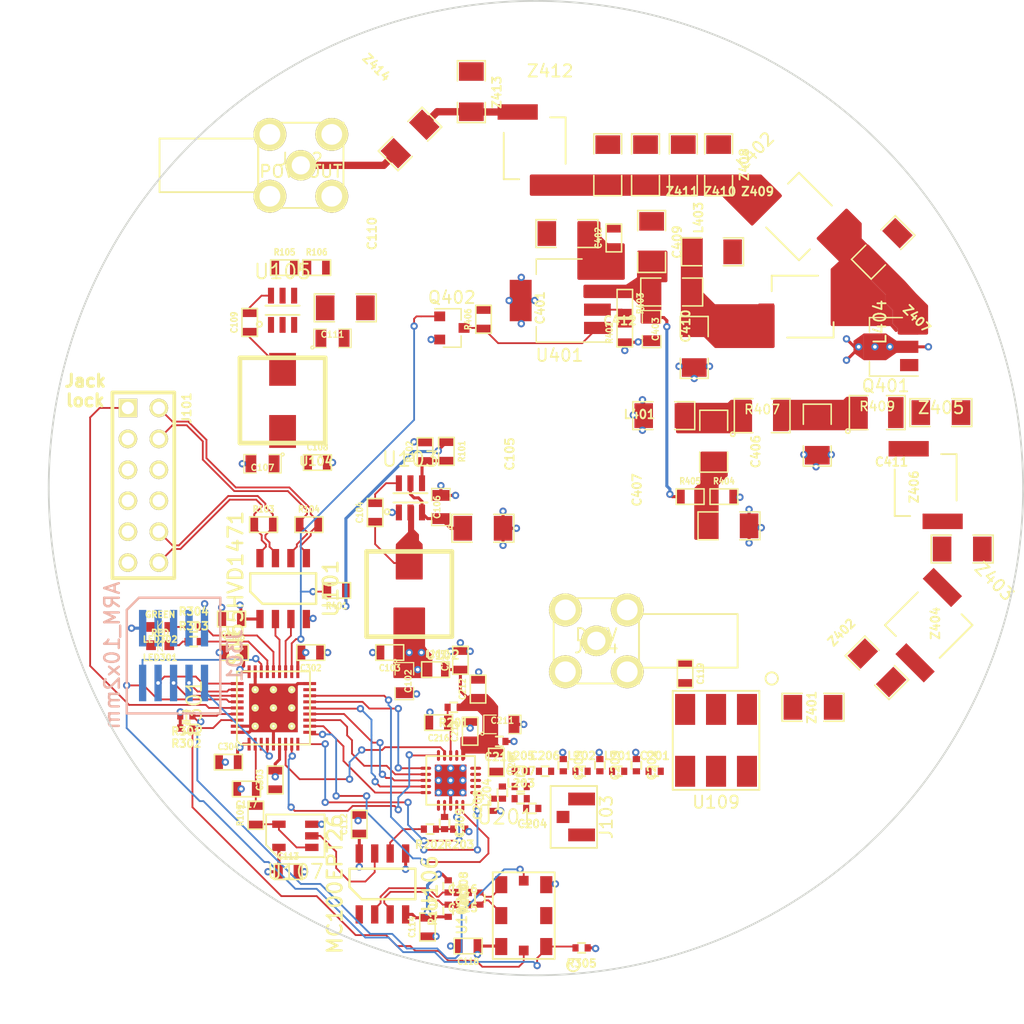
<source format=kicad_pcb>
(kicad_pcb (version 4) (host pcbnew 4.0.7)

  (general
    (links 286)
    (no_connects 67)
    (area 109.924999 68.924999 190.075001 149.075001)
    (thickness 1.6)
    (drawings 2)
    (tracks 705)
    (zones 0)
    (modules 119)
    (nets 91)
  )

  (page A4)
  (layers
    (0 F.Cu signal)
    (1 In1.Cu signal hide)
    (2 In2.Cu signal)
    (31 B.Cu signal)
    (32 B.Adhes user hide)
    (33 F.Adhes user hide)
    (34 B.Paste user)
    (35 F.Paste user)
    (36 B.SilkS user)
    (37 F.SilkS user)
    (38 B.Mask user)
    (39 F.Mask user hide)
    (40 Dwgs.User user)
    (41 Cmts.User user)
    (42 Eco1.User user)
    (43 Eco2.User user)
    (44 Edge.Cuts user)
    (45 Margin user)
    (46 B.CrtYd user)
    (47 F.CrtYd user)
    (48 B.Fab user)
    (49 F.Fab user)
  )

  (setup
    (last_trace_width 0.15)
    (trace_clearance 0.15)
    (zone_clearance 0.25)
    (zone_45_only no)
    (trace_min 0.15)
    (segment_width 0.2)
    (edge_width 0.15)
    (via_size 0.6)
    (via_drill 0.3)
    (via_min_size 0.4)
    (via_min_drill 0.3)
    (uvia_size 0.3)
    (uvia_drill 0.1)
    (uvias_allowed no)
    (uvia_min_size 0.2)
    (uvia_min_drill 0.1)
    (pcb_text_width 0.3)
    (pcb_text_size 1.5 1.5)
    (mod_edge_width 0.15)
    (mod_text_size 1 1)
    (mod_text_width 0.15)
    (pad_size 1.524 1.524)
    (pad_drill 0.762)
    (pad_to_mask_clearance 0.2)
    (aux_axis_origin 0 0)
    (visible_elements 7FFFFFFF)
    (pcbplotparams
      (layerselection 0x00030_80000001)
      (usegerberextensions false)
      (excludeedgelayer true)
      (linewidth 0.100000)
      (plotframeref false)
      (viasonmask false)
      (mode 1)
      (useauxorigin false)
      (hpglpennumber 1)
      (hpglpenspeed 20)
      (hpglpendiameter 15)
      (hpglpenoverlay 2)
      (psnegative false)
      (psa4output false)
      (plotreference true)
      (plotvalue true)
      (plotinvisibletext false)
      (padsonsilk false)
      (subtractmaskfromsilk false)
      (outputformat 1)
      (mirror false)
      (drillshape 1)
      (scaleselection 1)
      (outputdirectory ""))
  )

  (net 0 "")
  (net 1 "Net-(C209-Pad1)")
  (net 2 GND)
  (net 3 +3.3V)
  (net 4 /MCU/TMS)
  (net 5 /MCU/TCK)
  (net 6 /MCU/TDO)
  (net 7 /MCU/TDI)
  (net 8 /MCU/NRST)
  (net 9 /MCU/CS)
  (net 10 /MCU/SCK)
  (net 11 /MCU/MISO)
  (net 12 /MCU/MOSI)
  (net 13 /MCU/RF_INT)
  (net 14 /MCU/US1_TX)
  (net 15 /MCU/US1_RX)
  (net 16 VCC)
  (net 17 VAMP)
  (net 18 Vadj)
  (net 19 "Net-(R402-Pad2)")
  (net 20 /Si446x_TX/GPIO0)
  (net 21 /Si446x_TX/GPIO1)
  (net 22 /Si446x_TX/GPIO2)
  (net 23 /Si446x_TX/GPIO3)
  (net 24 /MCU/PB1)
  (net 25 "/Power Amplifier/RF_IN")
  (net 26 "/Power Amplifier/RF_OUT")
  (net 27 "Net-(C104-Pad2)")
  (net 28 /MCU/PA_EN)
  (net 29 "Net-(Q402-Pad3)")
  (net 30 /3.3V_FB)
  (net 31 /Si446x_TX/RF_1)
  (net 32 /Si446x_TX/RF_2)
  (net 33 "Net-(C204-Pad1)")
  (net 34 /Si446x_TX/RF_IN)
  (net 35 /Si446x_TX/RF_3)
  (net 36 /Si446x_TX/RF_4)
  (net 37 /Si446x_TX/RF_6)
  (net 38 /Si446x_TX/RF_7)
  (net 39 +3.3V_RF)
  (net 40 /Si446x_TX/RF_5)
  (net 41 "Net-(C216-Pad1)")
  (net 42 "Net-(J301-Pad7)")
  (net 43 "Net-(U201-Pad5)")
  (net 44 "Net-(U201-Pad7)")
  (net 45 "Net-(U301-Pad17)")
  (net 46 +12V)
  (net 47 "Net-(C109-Pad2)")
  (net 48 /8.5V_FB)
  (net 49 /MCU/STM32_CLKIN)
  (net 50 "Net-(C209-Pad2)")
  (net 51 /MCU/SAFE_LOCK)
  (net 52 "Net-(LED301-PadA)")
  (net 53 "Net-(LED302-PadA)")
  (net 54 "Net-(R109-Pad1)")
  (net 55 /SI_CLKIN)
  (net 56 /SCL)
  (net 57 /SDA)
  (net 58 "Net-(R303-Pad1)")
  (net 59 "Net-(R304-Pad1)")
  (net 60 "Net-(U106-Pad1)")
  (net 61 "Net-(U106-Pad7)")
  (net 62 "Net-(U108-Pad2)")
  (net 63 /PLL_EN)
  (net 64 "Net-(U201-Pad16)")
  (net 65 "Net-(U301-Pad3)")
  (net 66 /rsout_P)
  (net 67 /rsout_N)
  (net 68 /rsin_N)
  (net 69 /rsin_P)
  (net 70 /clk_1_P)
  (net 71 /clk_P)
  (net 72 /clk_N)
  (net 73 /clk_1_N)
  (net 74 /clk_vbb)
  (net 75 /3V3_sw)
  (net 76 /12V_sw)
  (net 77 "/Power Amplifier/vbias_1")
  (net 78 "/Power Amplifier/ibias_1")
  (net 79 "/Power Amplifier/vbias_2")
  (net 80 "/Power Amplifier/rf_4")
  (net 81 "/Power Amplifier/rf_5")
  (net 82 "/Power Amplifier/rf_3")
  (net 83 "/Power Amplifier/rf_1")
  (net 84 "/Power Amplifier/rf_2")
  (net 85 "/Power Amplifier/rf_6")
  (net 86 "Net-(C119-Pad1)")
  (net 87 "Net-(C119-Pad2)")
  (net 88 /Si446x_TX/RF_OUT)
  (net 89 "Net-(U109-Pad2)")
  (net 90 "Net-(U109-Pad5)")

  (net_class Default "This is the default net class."
    (clearance 0.15)
    (trace_width 0.15)
    (via_dia 0.6)
    (via_drill 0.3)
    (uvia_dia 0.3)
    (uvia_drill 0.1)
    (add_net /12V_sw)
    (add_net /3V3_sw)
    (add_net /MCU/CS)
    (add_net /MCU/MISO)
    (add_net /MCU/MOSI)
    (add_net /MCU/NRST)
    (add_net /MCU/PA_EN)
    (add_net /MCU/PB1)
    (add_net /MCU/RF_INT)
    (add_net /MCU/SAFE_LOCK)
    (add_net /MCU/SCK)
    (add_net /MCU/STM32_CLKIN)
    (add_net /MCU/TCK)
    (add_net /MCU/TDI)
    (add_net /MCU/TDO)
    (add_net /MCU/TMS)
    (add_net /MCU/US1_RX)
    (add_net /MCU/US1_TX)
    (add_net /PLL_EN)
    (add_net "/Power Amplifier/ibias_1")
    (add_net "/Power Amplifier/vbias_1")
    (add_net "/Power Amplifier/vbias_2")
    (add_net /SCL)
    (add_net /SDA)
    (add_net /SI_CLKIN)
    (add_net /Si446x_TX/GPIO0)
    (add_net /Si446x_TX/GPIO1)
    (add_net /Si446x_TX/GPIO2)
    (add_net /Si446x_TX/GPIO3)
    (add_net /Si446x_TX/RF_1)
    (add_net /Si446x_TX/RF_2)
    (add_net /Si446x_TX/RF_3)
    (add_net /Si446x_TX/RF_4)
    (add_net /Si446x_TX/RF_5)
    (add_net /Si446x_TX/RF_6)
    (add_net /Si446x_TX/RF_7)
    (add_net /Si446x_TX/RF_IN)
    (add_net /Si446x_TX/RF_OUT)
    (add_net /clk_1_N)
    (add_net /clk_1_P)
    (add_net /clk_N)
    (add_net /clk_P)
    (add_net /rsin_N)
    (add_net /rsin_P)
    (add_net /rsout_N)
    (add_net /rsout_P)
    (add_net "Net-(C104-Pad2)")
    (add_net "Net-(C109-Pad2)")
    (add_net "Net-(C119-Pad1)")
    (add_net "Net-(C119-Pad2)")
    (add_net "Net-(C204-Pad1)")
    (add_net "Net-(C209-Pad1)")
    (add_net "Net-(C209-Pad2)")
    (add_net "Net-(C216-Pad1)")
    (add_net "Net-(J301-Pad7)")
    (add_net "Net-(LED301-PadA)")
    (add_net "Net-(LED302-PadA)")
    (add_net "Net-(Q402-Pad3)")
    (add_net "Net-(R109-Pad1)")
    (add_net "Net-(R303-Pad1)")
    (add_net "Net-(R304-Pad1)")
    (add_net "Net-(R402-Pad2)")
    (add_net "Net-(U106-Pad1)")
    (add_net "Net-(U106-Pad7)")
    (add_net "Net-(U108-Pad2)")
    (add_net "Net-(U109-Pad2)")
    (add_net "Net-(U109-Pad5)")
    (add_net "Net-(U201-Pad16)")
    (add_net "Net-(U201-Pad5)")
    (add_net "Net-(U201-Pad7)")
    (add_net "Net-(U301-Pad17)")
    (add_net "Net-(U301-Pad3)")
  )

  (net_class PSU ""
    (clearance 0.2)
    (trace_width 0.25)
    (via_dia 0.6)
    (via_drill 0.3)
    (uvia_dia 0.3)
    (uvia_drill 0.1)
    (add_net +12V)
    (add_net +3.3V)
    (add_net +3.3V_RF)
    (add_net /3.3V_FB)
    (add_net /8.5V_FB)
    (add_net /clk_vbb)
    (add_net GND)
    (add_net VAMP)
    (add_net VCC)
    (add_net Vadj)
  )

  (net_class RF ""
    (clearance 1)
    (trace_width 0.6)
    (via_dia 0.6)
    (via_drill 0.3)
    (uvia_dia 0.3)
    (uvia_drill 0.1)
    (add_net "/Power Amplifier/RF_IN")
    (add_net "/Power Amplifier/RF_OUT")
    (add_net "/Power Amplifier/rf_1")
    (add_net "/Power Amplifier/rf_2")
    (add_net "/Power Amplifier/rf_3")
    (add_net "/Power Amplifier/rf_4")
    (add_net "/Power Amplifier/rf_5")
    (add_net "/Power Amplifier/rf_6")
  )

  (module Coilcraft:MINI_SPRING_TYPE_B (layer F.Cu) (tedit 5AE0F10A) (tstamp 5B0AE557)
    (at 182.25 120.25 45)
    (path /5AEB7B90/5B0B2253)
    (fp_text reference Z403 (at 6.35 1.27 135) (layer F.SilkS)
      (effects (font (size 1 1) (thickness 0.15)))
    )
    (fp_text value ? (at 0 -2.54 45) (layer F.Fab)
      (effects (font (size 1 1) (thickness 0.15)))
    )
    (fp_line (start -2.54 -2.54) (end 1.27 -2.54) (layer F.SilkS) (width 0.15))
    (fp_line (start -2.54 -1.27) (end -2.54 -2.54) (layer F.SilkS) (width 0.15))
    (fp_line (start 2.54 2.54) (end 2.54 1.27) (layer F.SilkS) (width 0.15))
    (fp_line (start -1.27 2.54) (end 2.54 2.54) (layer F.SilkS) (width 0.15))
    (pad 1 smd rect (at -2.98 1.395 45) (size 1.27 3.3) (layers F.Cu F.Paste F.Mask)
      (net 83 "/Power Amplifier/rf_1"))
    (pad 2 smd rect (at 2.98 -1.395 45) (size 1.27 3.3) (layers F.Cu F.Paste F.Mask)
      (net 84 "/Power Amplifier/rf_2"))
  )

  (module General_SMD:SM1206 (layer F.Cu) (tedit 54CD7B0D) (tstamp 5AEB9A54)
    (at 185 114 180)
    (path /5AEB7B90/5AEB9680)
    (attr smd)
    (fp_text reference Z404 (at 2.2 -6.1 270) (layer F.SilkS)
      (effects (font (size 0.7 0.7) (thickness 0.152)))
    )
    (fp_text value ? (at 0 0 180) (layer F.SilkS) hide
      (effects (font (size 0.762 0.762) (thickness 0.127)))
    )
    (fp_line (start -2.54 -1.143) (end -2.54 1.143) (layer F.SilkS) (width 0.127))
    (fp_line (start -2.54 1.143) (end -0.889 1.143) (layer F.SilkS) (width 0.127))
    (fp_line (start 0.889 -1.143) (end 2.54 -1.143) (layer F.SilkS) (width 0.127))
    (fp_line (start 2.54 -1.143) (end 2.54 1.143) (layer F.SilkS) (width 0.127))
    (fp_line (start 2.54 1.143) (end 0.889 1.143) (layer F.SilkS) (width 0.127))
    (fp_line (start -0.889 -1.143) (end -2.54 -1.143) (layer F.SilkS) (width 0.127))
    (pad 1 smd rect (at -1.651 0 180) (size 1.524 2.032) (layers F.Cu F.Paste F.Mask)
      (net 2 GND))
    (pad 2 smd rect (at 1.651 0 180) (size 1.524 2.032) (layers F.Cu F.Paste F.Mask)
      (net 84 "/Power Amplifier/rf_2"))
    (model smd/chip_cms.wrl
      (at (xyz 0 0 0))
      (scale (xyz 0.17 0.16 0.16))
      (rotate (xyz 0 0 0))
    )
  )

  (module SOT:SOT-236-095mm (layer F.Cu) (tedit 5B0AB930) (tstamp 5B0ABFB8)
    (at 139.7 109.8)
    (path /5B0ADB12)
    (fp_text reference U103 (at 0 -3.175 180) (layer F.SilkS)
      (effects (font (size 1.2 1.2) (thickness 0.15)))
    )
    (fp_text value TPS563208_SOT236 (at 0 -4.826) (layer F.Fab)
      (effects (font (size 1.2 1.2) (thickness 0.15)))
    )
    (fp_text user 0.95mm (at -0.508 3.048) (layer F.Fab)
      (effects (font (size 0.635 0.635) (thickness 0.15)))
    )
    (fp_line (start -1.016 2.286) (end 0 2.286) (layer F.Fab) (width 0.15))
    (fp_text user 2.4mm (at 3.556 0) (layer F.Fab)
      (effects (font (size 0.635 0.635) (thickness 0.15)))
    )
    (fp_line (start 1.778 -1.27) (end 1.778 1.27) (layer F.Fab) (width 0.15))
    (fp_circle (center -1.905 1.143) (end -1.691 1.143) (layer F.SilkS) (width 0.15))
    (fp_line (start -1.397 0.381) (end 1.397 0.381) (layer F.SilkS) (width 0.15))
    (fp_line (start 1.397 -0.381) (end -1.397 -0.381) (layer F.SilkS) (width 0.15))
    (pad 6 smd rect (at -0.95 -1.2) (size 0.5 1.3) (layers F.Cu F.Paste F.Mask)
      (net 27 "Net-(C104-Pad2)"))
    (pad 1 smd rect (at -0.95 1.2) (size 0.5 1.3) (layers F.Cu F.Paste F.Mask)
      (net 2 GND))
    (pad 5 smd rect (at 0 -1.2) (size 0.5 1.3) (layers F.Cu F.Paste F.Mask)
      (net 46 +12V))
    (pad 2 smd rect (at 0 1.2) (size 0.5 1.3) (layers F.Cu F.Paste F.Mask)
      (net 75 /3V3_sw))
    (pad 4 smd rect (at 0.95 -1.2) (size 0.5 1.3) (layers F.Cu F.Paste F.Mask)
      (net 30 /3.3V_FB))
    (pad 3 smd rect (at 0.95 1.2) (size 0.5 1.3) (layers F.Cu F.Paste F.Mask)
      (net 46 +12V))
  )

  (module SM0402 (layer F.Cu) (tedit 55C7B894) (tstamp 5AEAB952)
    (at 142.5 136.5 90)
    (path /5AE6C8B3/5B112DFE)
    (fp_text reference C209 (at 0 1.27 90) (layer F.SilkS)
      (effects (font (size 0.635 0.635) (thickness 0.15)))
    )
    (fp_text value 1n (at 0 -0.5 90) (layer F.Fab) hide
      (effects (font (size 1 1) (thickness 0.15)))
    )
    (fp_line (start 0.2 0.4) (end 0.3 0.4) (layer F.SilkS) (width 0.15))
    (fp_line (start 0.2 -0.4) (end 0.3 -0.4) (layer F.SilkS) (width 0.15))
    (fp_line (start -0.3 0.4) (end 0.2 0.4) (layer F.SilkS) (width 0.15))
    (fp_line (start -0.3 -0.4) (end 0.2 -0.4) (layer F.SilkS) (width 0.15))
    (pad 1 smd rect (at -0.5 0 90) (size 0.5 0.6) (layers F.Cu F.Paste F.Mask)
      (net 1 "Net-(C209-Pad1)"))
    (pad 2 smd rect (at 0.5 0 90) (size 0.5 0.6) (layers F.Cu F.Paste F.Mask)
      (net 50 "Net-(C209-Pad2)"))
  )

  (module General_SMD:SM0603 (layer F.Cu) (tedit 54EC8D93) (tstamp 5AEAB970)
    (at 131.512 122.5 180)
    (path /5AE72573/58B245E6)
    (attr smd)
    (fp_text reference C302 (at 0 -1.27 180) (layer F.SilkS)
      (effects (font (size 0.508 0.4572) (thickness 0.1143)))
    )
    (fp_text value 100n (at 0 0 180) (layer F.SilkS) hide
      (effects (font (size 0.508 0.4572) (thickness 0.1143)))
    )
    (fp_line (start -1.143 -0.635) (end 1.143 -0.635) (layer F.SilkS) (width 0.127))
    (fp_line (start 1.143 -0.635) (end 1.143 0.635) (layer F.SilkS) (width 0.127))
    (fp_line (start 1.143 0.635) (end -1.143 0.635) (layer F.SilkS) (width 0.127))
    (fp_line (start -1.143 0.635) (end -1.143 -0.635) (layer F.SilkS) (width 0.127))
    (pad 1 smd rect (at -0.762 0 180) (size 0.635 1.143) (layers F.Cu F.Paste F.Mask)
      (net 2 GND))
    (pad 2 smd rect (at 0.762 0 180) (size 0.635 1.143) (layers F.Cu F.Paste F.Mask)
      (net 3 +3.3V))
    (model smd\resistors\R0603.wrl
      (at (xyz 0 0 0.001))
      (scale (xyz 0.5 0.5 0.5))
      (rotate (xyz 0 0 0))
    )
  )

  (module General_SMD:SM0603 (layer F.Cu) (tedit 54EC8D93) (tstamp 5AEAB97A)
    (at 128.6 132.962 90)
    (path /5AE72573/58B245F3)
    (attr smd)
    (fp_text reference C303 (at 0 -1.27 90) (layer F.SilkS)
      (effects (font (size 0.508 0.4572) (thickness 0.1143)))
    )
    (fp_text value 100n (at 0 0 90) (layer F.SilkS) hide
      (effects (font (size 0.508 0.4572) (thickness 0.1143)))
    )
    (fp_line (start -1.143 -0.635) (end 1.143 -0.635) (layer F.SilkS) (width 0.127))
    (fp_line (start 1.143 -0.635) (end 1.143 0.635) (layer F.SilkS) (width 0.127))
    (fp_line (start 1.143 0.635) (end -1.143 0.635) (layer F.SilkS) (width 0.127))
    (fp_line (start -1.143 0.635) (end -1.143 -0.635) (layer F.SilkS) (width 0.127))
    (pad 1 smd rect (at -0.762 0 90) (size 0.635 1.143) (layers F.Cu F.Paste F.Mask)
      (net 2 GND))
    (pad 2 smd rect (at 0.762 0 90) (size 0.635 1.143) (layers F.Cu F.Paste F.Mask)
      (net 3 +3.3V))
    (model smd\resistors\R0603.wrl
      (at (xyz 0 0 0.001))
      (scale (xyz 0.5 0.5 0.5))
      (rotate (xyz 0 0 0))
    )
  )

  (module General_SMD:SM0603 (layer F.Cu) (tedit 54EC8D93) (tstamp 5AEAB984)
    (at 124.75 131.5)
    (path /5AE72573/58B24735)
    (attr smd)
    (fp_text reference C304 (at 0 -1.27) (layer F.SilkS)
      (effects (font (size 0.508 0.4572) (thickness 0.1143)))
    )
    (fp_text value 100n (at 0 0) (layer F.SilkS) hide
      (effects (font (size 0.508 0.4572) (thickness 0.1143)))
    )
    (fp_line (start -1.143 -0.635) (end 1.143 -0.635) (layer F.SilkS) (width 0.127))
    (fp_line (start 1.143 -0.635) (end 1.143 0.635) (layer F.SilkS) (width 0.127))
    (fp_line (start 1.143 0.635) (end -1.143 0.635) (layer F.SilkS) (width 0.127))
    (fp_line (start -1.143 0.635) (end -1.143 -0.635) (layer F.SilkS) (width 0.127))
    (pad 1 smd rect (at -0.762 0) (size 0.635 1.143) (layers F.Cu F.Paste F.Mask)
      (net 2 GND))
    (pad 2 smd rect (at 0.762 0) (size 0.635 1.143) (layers F.Cu F.Paste F.Mask)
      (net 3 +3.3V))
    (model smd\resistors\R0603.wrl
      (at (xyz 0 0 0.001))
      (scale (xyz 0.5 0.5 0.5))
      (rotate (xyz 0 0 0))
    )
  )

  (module General_SMD:SM0603 (layer F.Cu) (tedit 54EC8D93) (tstamp 5AEAB998)
    (at 125.238 122.5)
    (path /5AE72573/58B24742)
    (attr smd)
    (fp_text reference C306 (at 0 -1.27) (layer F.SilkS)
      (effects (font (size 0.508 0.4572) (thickness 0.1143)))
    )
    (fp_text value 100n (at 0 0) (layer F.SilkS) hide
      (effects (font (size 0.508 0.4572) (thickness 0.1143)))
    )
    (fp_line (start -1.143 -0.635) (end 1.143 -0.635) (layer F.SilkS) (width 0.127))
    (fp_line (start 1.143 -0.635) (end 1.143 0.635) (layer F.SilkS) (width 0.127))
    (fp_line (start 1.143 0.635) (end -1.143 0.635) (layer F.SilkS) (width 0.127))
    (fp_line (start -1.143 0.635) (end -1.143 -0.635) (layer F.SilkS) (width 0.127))
    (pad 1 smd rect (at -0.762 0) (size 0.635 1.143) (layers F.Cu F.Paste F.Mask)
      (net 2 GND))
    (pad 2 smd rect (at 0.762 0) (size 0.635 1.143) (layers F.Cu F.Paste F.Mask)
      (net 3 +3.3V))
    (model smd\resistors\R0603.wrl
      (at (xyz 0 0 0.001))
      (scale (xyz 0.5 0.5 0.5))
      (rotate (xyz 0 0 0))
    )
  )

  (module Connectors_127mm:JTAG_10ARM (layer B.Cu) (tedit 5534F0A7) (tstamp 5AEAB9AB)
    (at 120.25 122.75 270)
    (path /5AE72573/5AE9F04E)
    (fp_text reference J301 (at 0 -5.04 270) (layer B.SilkS)
      (effects (font (size 1.2 1.2) (thickness 0.2)) (justify mirror))
    )
    (fp_text value ARM_10x2mm (at 0 5.04 270) (layer B.SilkS)
      (effects (font (size 1.2 1.2) (thickness 0.2)) (justify mirror))
    )
    (fp_line (start -3.75 3.84) (end -4.75 2.84) (layer B.SilkS) (width 0.2))
    (fp_line (start -4.75 2.84) (end -4.75 -3.84) (layer B.SilkS) (width 0.2))
    (fp_line (start -4.75 -3.84) (end 4.75 -3.84) (layer B.SilkS) (width 0.2))
    (fp_line (start 4.75 -3.84) (end 4.75 3.84) (layer B.SilkS) (width 0.2))
    (fp_line (start 4.75 3.84) (end -3.75 3.84) (layer B.SilkS) (width 0.2))
    (pad 1 smd rect (at -2.25 2.54 270) (size 3 0.6) (layers B.Cu B.Paste B.Mask)
      (net 3 +3.3V))
    (pad 3 smd rect (at -2.25 1.27 270) (size 3 0.6) (layers B.Cu B.Paste B.Mask)
      (net 2 GND))
    (pad 5 smd rect (at -2.25 0 270) (size 3 0.6) (layers B.Cu B.Paste B.Mask)
      (net 2 GND))
    (pad 7 smd rect (at -2.25 -1.27 270) (size 3 0.6) (layers B.Cu B.Paste B.Mask)
      (net 42 "Net-(J301-Pad7)"))
    (pad 9 smd rect (at -2.25 -2.54 270) (size 3 0.6) (layers B.Cu B.Paste B.Mask)
      (net 2 GND))
    (pad 2 smd rect (at 2.25 2.54 270) (size 3 0.6) (layers B.Cu B.Paste B.Mask)
      (net 4 /MCU/TMS))
    (pad 4 smd rect (at 2.25 1.27 270) (size 3 0.6) (layers B.Cu B.Paste B.Mask)
      (net 5 /MCU/TCK))
    (pad 6 smd rect (at 2.25 0 270) (size 3 0.6) (layers B.Cu B.Paste B.Mask)
      (net 6 /MCU/TDO))
    (pad 8 smd rect (at 2.25 -1.27 270) (size 3 0.6) (layers B.Cu B.Paste B.Mask)
      (net 7 /MCU/TDI))
    (pad 10 smd rect (at 2.25 -2.54 270) (size 3 0.6) (layers B.Cu B.Paste B.Mask)
      (net 8 /MCU/NRST))
  )

  (module QFN:QFN36_6x6_0.5mm (layer F.Cu) (tedit 0) (tstamp 5AEAB9F2)
    (at 128.451185 127.048815 90)
    (path /5AE72573/58AEB95D)
    (fp_text reference U301 (at 0 -6.5 90) (layer F.SilkS)
      (effects (font (size 1.2 1.2) (thickness 0.15)))
    )
    (fp_text value STM32F103TB-QFN36 (at 0 6.5 90) (layer F.Fab)
      (effects (font (size 1.2 1.2) (thickness 0.15)))
    )
    (fp_line (start -2.7 -3) (end -3 -2.7) (layer F.SilkS) (width 0.15))
    (fp_line (start -3 -2.7) (end -3 3) (layer F.SilkS) (width 0.15))
    (fp_line (start -3 3) (end 3 3) (layer F.SilkS) (width 0.15))
    (fp_line (start 3 3) (end 3 -3) (layer F.SilkS) (width 0.15))
    (fp_line (start 3 -3) (end -2.7 -3) (layer F.SilkS) (width 0.15))
    (pad 37 smd rect (at 0 0 90) (size 4 4) (layers F.Cu F.Mask)
      (net 2 GND))
    (pad 37 thru_hole circle (at -1.5 -1.5 90) (size 0.6 0.6) (drill 0.2) (layers *.Cu *.Mask F.SilkS)
      (net 2 GND))
    (pad 37 thru_hole circle (at -1.5 0 90) (size 0.6 0.6) (drill 0.2) (layers *.Cu *.Mask F.SilkS)
      (net 2 GND))
    (pad 37 thru_hole circle (at -1.5 1.5 90) (size 0.6 0.6) (drill 0.2) (layers *.Cu *.Mask F.SilkS)
      (net 2 GND))
    (pad 37 thru_hole circle (at 0 -1.5 90) (size 0.6 0.6) (drill 0.2) (layers *.Cu *.Mask F.SilkS)
      (net 2 GND))
    (pad 37 thru_hole circle (at 0 0 90) (size 0.6 0.6) (drill 0.2) (layers *.Cu *.Mask F.SilkS)
      (net 2 GND))
    (pad 37 thru_hole circle (at 0 1.5 90) (size 0.6 0.6) (drill 0.2) (layers *.Cu *.Mask F.SilkS)
      (net 2 GND))
    (pad 37 thru_hole circle (at 1.5 -1.5 90) (size 0.6 0.6) (drill 0.2) (layers *.Cu *.Mask F.SilkS)
      (net 2 GND))
    (pad 37 thru_hole circle (at 1.5 0 90) (size 0.6 0.6) (drill 0.2) (layers *.Cu *.Mask F.SilkS)
      (net 2 GND))
    (pad 37 thru_hole circle (at 1.5 1.5 90) (size 0.6 0.6) (drill 0.2) (layers *.Cu *.Mask F.SilkS)
      (net 2 GND))
    (pad ~ smd rect (at -1.646446 -1.646446 90) (size 0.707106 0.707106) (layers F.Paste))
    (pad ~ smd rect (at -1.646446 -0.548815 90) (size 0.707106 0.707106) (layers F.Paste))
    (pad ~ smd rect (at -1.646446 0.548815 90) (size 0.707106 0.707106) (layers F.Paste))
    (pad ~ smd rect (at -1.646446 1.646446 90) (size 0.707106 0.707106) (layers F.Paste))
    (pad ~ smd rect (at -0.548815 -1.646446 90) (size 0.707106 0.707106) (layers F.Paste))
    (pad ~ smd rect (at -0.548815 -0.548815 90) (size 0.707106 0.707106) (layers F.Paste))
    (pad ~ smd rect (at -0.548815 0.548815 90) (size 0.707106 0.707106) (layers F.Paste))
    (pad ~ smd rect (at -0.548815 1.646446 90) (size 0.707106 0.707106) (layers F.Paste))
    (pad ~ smd rect (at 0.548815 -1.646446 90) (size 0.707106 0.707106) (layers F.Paste))
    (pad ~ smd rect (at 0.548815 -0.548815 90) (size 0.707106 0.707106) (layers F.Paste))
    (pad ~ smd rect (at 0.548815 0.548815 90) (size 0.707106 0.707106) (layers F.Paste))
    (pad ~ smd rect (at 0.548815 1.646446 90) (size 0.707106 0.707106) (layers F.Paste))
    (pad ~ smd rect (at 1.646446 -1.646446 90) (size 0.707106 0.707106) (layers F.Paste))
    (pad ~ smd rect (at 1.646446 -0.548815 90) (size 0.707106 0.707106) (layers F.Paste))
    (pad ~ smd rect (at 1.646446 0.548815 90) (size 0.707106 0.707106) (layers F.Paste))
    (pad ~ smd rect (at 1.646446 1.646446 90) (size 0.707106 0.707106) (layers F.Paste))
    (pad 1 smd rect (at -2.975 -2 90) (size 1.05 0.25) (layers F.Cu F.Paste F.Mask)
      (net 3 +3.3V))
    (pad 2 smd rect (at -2.975 -1.5 90) (size 1.05 0.25) (layers F.Cu F.Paste F.Mask)
      (net 49 /MCU/STM32_CLKIN))
    (pad 3 smd rect (at -2.975 -1 90) (size 1.05 0.25) (layers F.Cu F.Paste F.Mask)
      (net 65 "Net-(U301-Pad3)"))
    (pad 4 smd rect (at -2.975 -0.5 90) (size 1.05 0.25) (layers F.Cu F.Paste F.Mask)
      (net 8 /MCU/NRST))
    (pad 5 smd rect (at -2.975 0 90) (size 1.05 0.25) (layers F.Cu F.Paste F.Mask)
      (net 2 GND))
    (pad 6 smd rect (at -2.975 0.5 90) (size 1.05 0.25) (layers F.Cu F.Paste F.Mask)
      (net 3 +3.3V))
    (pad 7 smd rect (at -2.975 1 90) (size 1.05 0.25) (layers F.Cu F.Paste F.Mask)
      (net 20 /Si446x_TX/GPIO0))
    (pad 8 smd rect (at -2.975 1.5 90) (size 1.05 0.25) (layers F.Cu F.Paste F.Mask)
      (net 21 /Si446x_TX/GPIO1))
    (pad 9 smd rect (at -2.975 2 90) (size 1.05 0.25) (layers F.Cu F.Paste F.Mask)
      (net 22 /Si446x_TX/GPIO2))
    (pad 10 smd rect (at -2 2.975 90) (size 0.25 1.05) (layers F.Cu F.Paste F.Mask)
      (net 23 /Si446x_TX/GPIO3))
    (pad 11 smd rect (at -1.5 2.975 90) (size 0.25 1.05) (layers F.Cu F.Paste F.Mask)
      (net 9 /MCU/CS))
    (pad 12 smd rect (at -1 2.975 90) (size 0.25 1.05) (layers F.Cu F.Paste F.Mask)
      (net 10 /MCU/SCK))
    (pad 13 smd rect (at -0.5 2.975 90) (size 0.25 1.05) (layers F.Cu F.Paste F.Mask)
      (net 11 /MCU/MISO))
    (pad 14 smd rect (at 0 2.975 90) (size 0.25 1.05) (layers F.Cu F.Paste F.Mask)
      (net 12 /MCU/MOSI))
    (pad 15 smd rect (at 0.5 2.975 90) (size 0.25 1.05) (layers F.Cu F.Paste F.Mask)
      (net 13 /MCU/RF_INT))
    (pad 16 smd rect (at 1 2.975 90) (size 0.25 1.05) (layers F.Cu F.Paste F.Mask)
      (net 24 /MCU/PB1))
    (pad 17 smd rect (at 1.5 2.975 90) (size 0.25 1.05) (layers F.Cu F.Paste F.Mask)
      (net 45 "Net-(U301-Pad17)"))
    (pad 18 smd rect (at 2 2.975 90) (size 0.25 1.05) (layers F.Cu F.Paste F.Mask)
      (net 2 GND))
    (pad 19 smd rect (at 2.975 2 90) (size 1.05 0.25) (layers F.Cu F.Paste F.Mask)
      (net 3 +3.3V))
    (pad 20 smd rect (at 2.975 1.5 90) (size 1.05 0.25) (layers F.Cu F.Paste F.Mask)
      (net 28 /MCU/PA_EN))
    (pad 21 smd rect (at 2.975 1 90) (size 1.05 0.25) (layers F.Cu F.Paste F.Mask)
      (net 14 /MCU/US1_TX))
    (pad 22 smd rect (at 2.975 0.5 90) (size 1.05 0.25) (layers F.Cu F.Paste F.Mask)
      (net 15 /MCU/US1_RX))
    (pad 23 smd rect (at 2.975 0 90) (size 1.05 0.25) (layers F.Cu F.Paste F.Mask)
      (net 59 "Net-(R304-Pad1)"))
    (pad 24 smd rect (at 2.975 -0.5 90) (size 1.05 0.25) (layers F.Cu F.Paste F.Mask)
      (net 58 "Net-(R303-Pad1)"))
    (pad 25 smd rect (at 2.975 -1 90) (size 1.05 0.25) (layers F.Cu F.Paste F.Mask)
      (net 4 /MCU/TMS))
    (pad 26 smd rect (at 2.975 -1.5 90) (size 1.05 0.25) (layers F.Cu F.Paste F.Mask)
      (net 2 GND))
    (pad 27 smd rect (at 2.975 -2 90) (size 1.05 0.25) (layers F.Cu F.Paste F.Mask)
      (net 3 +3.3V))
    (pad 28 smd rect (at 2 -2.975 90) (size 0.25 1.05) (layers F.Cu F.Paste F.Mask)
      (net 5 /MCU/TCK))
    (pad 29 smd rect (at 1.5 -2.975 90) (size 0.25 1.05) (layers F.Cu F.Paste F.Mask)
      (net 7 /MCU/TDI))
    (pad 30 smd rect (at 1 -2.975 90) (size 0.25 1.05) (layers F.Cu F.Paste F.Mask)
      (net 6 /MCU/TDO))
    (pad 31 smd rect (at 0.5 -2.975 90) (size 0.25 1.05) (layers F.Cu F.Paste F.Mask)
      (net 63 /PLL_EN))
    (pad 32 smd rect (at 0 -2.975 90) (size 0.25 1.05) (layers F.Cu F.Paste F.Mask)
      (net 51 /MCU/SAFE_LOCK))
    (pad 33 smd rect (at -0.5 -2.975 90) (size 0.25 1.05) (layers F.Cu F.Paste F.Mask)
      (net 56 /SCL))
    (pad 34 smd rect (at -1 -2.975 90) (size 0.25 1.05) (layers F.Cu F.Paste F.Mask)
      (net 57 /SDA))
    (pad 35 smd rect (at -1.5 -2.975 90) (size 0.25 1.05) (layers F.Cu F.Paste F.Mask)
      (net 2 GND))
    (pad 36 smd rect (at -2 -2.975 90) (size 0.25 1.05) (layers F.Cu F.Paste F.Mask)
      (net 2 GND))
  )

  (module SM0603 (layer F.Cu) (tedit 54EC8D93) (tstamp 5AEB98AC)
    (at 125.012 119.75 180)
    (path /5AEAD02F)
    (attr smd)
    (fp_text reference C101 (at 0 -1.27 180) (layer F.SilkS)
      (effects (font (size 0.508 0.4572) (thickness 0.1143)))
    )
    (fp_text value 1uF (at 0 0 180) (layer F.SilkS) hide
      (effects (font (size 0.508 0.4572) (thickness 0.1143)))
    )
    (fp_line (start -1.143 -0.635) (end 1.143 -0.635) (layer F.SilkS) (width 0.127))
    (fp_line (start 1.143 -0.635) (end 1.143 0.635) (layer F.SilkS) (width 0.127))
    (fp_line (start 1.143 0.635) (end -1.143 0.635) (layer F.SilkS) (width 0.127))
    (fp_line (start -1.143 0.635) (end -1.143 -0.635) (layer F.SilkS) (width 0.127))
    (pad 1 smd rect (at -0.762 0 180) (size 0.635 1.143) (layers F.Cu F.Paste F.Mask)
      (net 3 +3.3V))
    (pad 2 smd rect (at 0.762 0 180) (size 0.635 1.143) (layers F.Cu F.Paste F.Mask)
      (net 2 GND))
    (model smd\resistors\R0603.wrl
      (at (xyz 0 0 0.001))
      (scale (xyz 0.5 0.5 0.5))
      (rotate (xyz 0 0 0))
    )
  )

  (module SM1206 (layer F.Cu) (tedit 54CD7B0D) (tstamp 5AEB98B8)
    (at 152.549 88.1 180)
    (path /5AEB7B90/5AEBBA6C)
    (attr smd)
    (fp_text reference C401 (at 2.2 -6.1 270) (layer F.SilkS)
      (effects (font (size 0.7 0.7) (thickness 0.152)))
    )
    (fp_text value 4.7uF (at 0 0 180) (layer F.SilkS) hide
      (effects (font (size 0.762 0.762) (thickness 0.127)))
    )
    (fp_line (start -2.54 -1.143) (end -2.54 1.143) (layer F.SilkS) (width 0.127))
    (fp_line (start -2.54 1.143) (end -0.889 1.143) (layer F.SilkS) (width 0.127))
    (fp_line (start 0.889 -1.143) (end 2.54 -1.143) (layer F.SilkS) (width 0.127))
    (fp_line (start 2.54 -1.143) (end 2.54 1.143) (layer F.SilkS) (width 0.127))
    (fp_line (start 2.54 1.143) (end 0.889 1.143) (layer F.SilkS) (width 0.127))
    (fp_line (start -0.889 -1.143) (end -2.54 -1.143) (layer F.SilkS) (width 0.127))
    (pad 1 smd rect (at -1.651 0 180) (size 1.524 2.032) (layers F.Cu F.Paste F.Mask)
      (net 16 VCC))
    (pad 2 smd rect (at 1.651 0 180) (size 1.524 2.032) (layers F.Cu F.Paste F.Mask)
      (net 2 GND))
    (model smd/chip_cms.wrl
      (at (xyz 0 0 0))
      (scale (xyz 0.17 0.16 0.16))
      (rotate (xyz 0 0 0))
    )
  )

  (module SM0603 (layer F.Cu) (tedit 54EC8D93) (tstamp 5AEB98C2)
    (at 156.4 88.462 90)
    (path /5AEB7B90/5AEBBAC7)
    (attr smd)
    (fp_text reference C402 (at 0 -1.27 90) (layer F.SilkS)
      (effects (font (size 0.508 0.4572) (thickness 0.1143)))
    )
    (fp_text value 100nF (at 0 0 90) (layer F.SilkS) hide
      (effects (font (size 0.508 0.4572) (thickness 0.1143)))
    )
    (fp_line (start -1.143 -0.635) (end 1.143 -0.635) (layer F.SilkS) (width 0.127))
    (fp_line (start 1.143 -0.635) (end 1.143 0.635) (layer F.SilkS) (width 0.127))
    (fp_line (start 1.143 0.635) (end -1.143 0.635) (layer F.SilkS) (width 0.127))
    (fp_line (start -1.143 0.635) (end -1.143 -0.635) (layer F.SilkS) (width 0.127))
    (pad 1 smd rect (at -0.762 0 90) (size 0.635 1.143) (layers F.Cu F.Paste F.Mask)
      (net 16 VCC))
    (pad 2 smd rect (at 0.762 0 90) (size 0.635 1.143) (layers F.Cu F.Paste F.Mask)
      (net 2 GND))
    (model smd\resistors\R0603.wrl
      (at (xyz 0 0 0.001))
      (scale (xyz 0.5 0.5 0.5))
      (rotate (xyz 0 0 0))
    )
  )

  (module SM0805 (layer F.Cu) (tedit 54EC8E63) (tstamp 5AEB98CF)
    (at 159.5 95.9475 270)
    (path /5AEB7B90/5AEBCC0E)
    (attr smd)
    (fp_text reference C403 (at 0 -0.3175 270) (layer F.SilkS)
      (effects (font (size 0.50038 0.50038) (thickness 0.10922)))
    )
    (fp_text value 1uF (at 0 0.381 270) (layer F.SilkS) hide
      (effects (font (size 0.50038 0.50038) (thickness 0.10922)))
    )
    (fp_circle (center -1.651 0.762) (end -1.651 0.635) (layer F.SilkS) (width 0.09906))
    (fp_line (start -0.508 0.762) (end -1.524 0.762) (layer F.SilkS) (width 0.09906))
    (fp_line (start -1.524 0.762) (end -1.524 -0.762) (layer F.SilkS) (width 0.09906))
    (fp_line (start -1.524 -0.762) (end -0.508 -0.762) (layer F.SilkS) (width 0.09906))
    (fp_line (start 0.508 -0.762) (end 1.524 -0.762) (layer F.SilkS) (width 0.09906))
    (fp_line (start 1.524 -0.762) (end 1.524 0.762) (layer F.SilkS) (width 0.09906))
    (fp_line (start 1.524 0.762) (end 0.508 0.762) (layer F.SilkS) (width 0.09906))
    (pad 1 smd rect (at -0.9525 0 270) (size 0.889 1.397) (layers F.Cu F.Paste F.Mask)
      (net 17 VAMP))
    (pad 2 smd rect (at 0.9525 0 270) (size 0.889 1.397) (layers F.Cu F.Paste F.Mask)
      (net 2 GND))
    (model smd/chip_cms.wrl
      (at (xyz 0 0 0))
      (scale (xyz 0.1 0.1 0.1))
      (rotate (xyz 0 0 0))
    )
  )

  (module General_SMD:SM1206 (layer F.Cu) (tedit 54CD7B0D) (tstamp 5AEB98F1)
    (at 165.851 112.1)
    (path /5AEB7B90/5AE0B4B7)
    (attr smd)
    (fp_text reference C406 (at 2.2 -6.1 90) (layer F.SilkS)
      (effects (font (size 0.7 0.7) (thickness 0.152)))
    )
    (fp_text value 10uF (at 0 0) (layer F.SilkS) hide
      (effects (font (size 0.762 0.762) (thickness 0.127)))
    )
    (fp_line (start -2.54 -1.143) (end -2.54 1.143) (layer F.SilkS) (width 0.127))
    (fp_line (start -2.54 1.143) (end -0.889 1.143) (layer F.SilkS) (width 0.127))
    (fp_line (start 0.889 -1.143) (end 2.54 -1.143) (layer F.SilkS) (width 0.127))
    (fp_line (start 2.54 -1.143) (end 2.54 1.143) (layer F.SilkS) (width 0.127))
    (fp_line (start 2.54 1.143) (end 0.889 1.143) (layer F.SilkS) (width 0.127))
    (fp_line (start -0.889 -1.143) (end -2.54 -1.143) (layer F.SilkS) (width 0.127))
    (pad 1 smd rect (at -1.651 0) (size 1.524 2.032) (layers F.Cu F.Paste F.Mask)
      (net 18 Vadj))
    (pad 2 smd rect (at 1.651 0) (size 1.524 2.032) (layers F.Cu F.Paste F.Mask)
      (net 2 GND))
    (model smd/chip_cms.wrl
      (at (xyz 0 0 0))
      (scale (xyz 0.17 0.16 0.16))
      (rotate (xyz 0 0 0))
    )
  )

  (module General_SMD:SM1206 (layer F.Cu) (tedit 54CD7B0D) (tstamp 5AEB98FD)
    (at 160.501 103.05 180)
    (path /5AEB7B90/5AE0BE88)
    (attr smd)
    (fp_text reference C407 (at 2.2 -6.1 270) (layer F.SilkS)
      (effects (font (size 0.7 0.7) (thickness 0.152)))
    )
    (fp_text value 100pF (at 0 0 180) (layer F.SilkS) hide
      (effects (font (size 0.762 0.762) (thickness 0.127)))
    )
    (fp_line (start -2.54 -1.143) (end -2.54 1.143) (layer F.SilkS) (width 0.127))
    (fp_line (start -2.54 1.143) (end -0.889 1.143) (layer F.SilkS) (width 0.127))
    (fp_line (start 0.889 -1.143) (end 2.54 -1.143) (layer F.SilkS) (width 0.127))
    (fp_line (start 2.54 -1.143) (end 2.54 1.143) (layer F.SilkS) (width 0.127))
    (fp_line (start 2.54 1.143) (end 0.889 1.143) (layer F.SilkS) (width 0.127))
    (fp_line (start -0.889 -1.143) (end -2.54 -1.143) (layer F.SilkS) (width 0.127))
    (pad 1 smd rect (at -1.651 0 180) (size 1.524 2.032) (layers F.Cu F.Paste F.Mask)
      (net 77 "/Power Amplifier/vbias_1"))
    (pad 2 smd rect (at 1.651 0 180) (size 1.524 2.032) (layers F.Cu F.Paste F.Mask)
      (net 2 GND))
    (model smd/chip_cms.wrl
      (at (xyz 0 0 0))
      (scale (xyz 0.17 0.16 0.16))
      (rotate (xyz 0 0 0))
    )
  )

  (module General_SMD:SM1206 (layer F.Cu) (tedit 54CD7B0D) (tstamp 5AEB9916)
    (at 159.5 88.751 270)
    (path /5AEB7B90/5AE0BB63)
    (attr smd)
    (fp_text reference C409 (at 0.049 -2.1 450) (layer F.SilkS)
      (effects (font (size 0.7 0.7) (thickness 0.152)))
    )
    (fp_text value 10uF (at 0 0 270) (layer F.SilkS) hide
      (effects (font (size 0.762 0.762) (thickness 0.127)))
    )
    (fp_line (start -2.54 -1.143) (end -2.54 1.143) (layer F.SilkS) (width 0.127))
    (fp_line (start -2.54 1.143) (end -0.889 1.143) (layer F.SilkS) (width 0.127))
    (fp_line (start 0.889 -1.143) (end 2.54 -1.143) (layer F.SilkS) (width 0.127))
    (fp_line (start 2.54 -1.143) (end 2.54 1.143) (layer F.SilkS) (width 0.127))
    (fp_line (start 2.54 1.143) (end 0.889 1.143) (layer F.SilkS) (width 0.127))
    (fp_line (start -0.889 -1.143) (end -2.54 -1.143) (layer F.SilkS) (width 0.127))
    (pad 1 smd rect (at -1.651 0 270) (size 1.524 2.032) (layers F.Cu F.Paste F.Mask)
      (net 2 GND))
    (pad 2 smd rect (at 1.651 0 270) (size 1.524 2.032) (layers F.Cu F.Paste F.Mask)
      (net 17 VAMP))
    (model smd/chip_cms.wrl
      (at (xyz 0 0 0))
      (scale (xyz 0.17 0.16 0.16))
      (rotate (xyz 0 0 0))
    )
  )

  (module General_SMD:SM1206 (layer F.Cu) (tedit 54CD7B0D) (tstamp 5AEB9922)
    (at 164.5 89.6 180)
    (path /5AEB7B90/5AE0BA70)
    (attr smd)
    (fp_text reference C410 (at 2.2 -6.1 270) (layer F.SilkS)
      (effects (font (size 0.7 0.7) (thickness 0.152)))
    )
    (fp_text value 100pF (at 0 0 180) (layer F.SilkS) hide
      (effects (font (size 0.762 0.762) (thickness 0.127)))
    )
    (fp_line (start -2.54 -1.143) (end -2.54 1.143) (layer F.SilkS) (width 0.127))
    (fp_line (start -2.54 1.143) (end -0.889 1.143) (layer F.SilkS) (width 0.127))
    (fp_line (start 0.889 -1.143) (end 2.54 -1.143) (layer F.SilkS) (width 0.127))
    (fp_line (start 2.54 -1.143) (end 2.54 1.143) (layer F.SilkS) (width 0.127))
    (fp_line (start 2.54 1.143) (end 0.889 1.143) (layer F.SilkS) (width 0.127))
    (fp_line (start -0.889 -1.143) (end -2.54 -1.143) (layer F.SilkS) (width 0.127))
    (pad 1 smd rect (at -1.651 0 180) (size 1.524 2.032) (layers F.Cu F.Paste F.Mask)
      (net 2 GND))
    (pad 2 smd rect (at 1.651 0 180) (size 1.524 2.032) (layers F.Cu F.Paste F.Mask)
      (net 78 "/Power Amplifier/ibias_1"))
    (model smd/chip_cms.wrl
      (at (xyz 0 0 0))
      (scale (xyz 0.17 0.16 0.16))
      (rotate (xyz 0 0 0))
    )
  )

  (module General_SMD:SM1206 (layer F.Cu) (tedit 54CD7B0D) (tstamp 5AEB992E)
    (at 173.1 104.649 270)
    (path /5AEB7B90/5B0B5B08)
    (attr smd)
    (fp_text reference C411 (at 2.2 -6.1 360) (layer F.SilkS)
      (effects (font (size 0.7 0.7) (thickness 0.152)))
    )
    (fp_text value 100pF (at 0 0 270) (layer F.SilkS) hide
      (effects (font (size 0.762 0.762) (thickness 0.127)))
    )
    (fp_line (start -2.54 -1.143) (end -2.54 1.143) (layer F.SilkS) (width 0.127))
    (fp_line (start -2.54 1.143) (end -0.889 1.143) (layer F.SilkS) (width 0.127))
    (fp_line (start 0.889 -1.143) (end 2.54 -1.143) (layer F.SilkS) (width 0.127))
    (fp_line (start 2.54 -1.143) (end 2.54 1.143) (layer F.SilkS) (width 0.127))
    (fp_line (start 2.54 1.143) (end 0.889 1.143) (layer F.SilkS) (width 0.127))
    (fp_line (start -0.889 -1.143) (end -2.54 -1.143) (layer F.SilkS) (width 0.127))
    (pad 1 smd rect (at -1.651 0 270) (size 1.524 2.032) (layers F.Cu F.Paste F.Mask)
      (net 79 "/Power Amplifier/vbias_2"))
    (pad 2 smd rect (at 1.651 0 270) (size 1.524 2.032) (layers F.Cu F.Paste F.Mask)
      (net 2 GND))
    (model smd/chip_cms.wrl
      (at (xyz 0 0 0))
      (scale (xyz 0.17 0.16 0.16))
      (rotate (xyz 0 0 0))
    )
  )

  (module Coilcraft:MINI_SPRING_TYPE_B (layer F.Cu) (tedit 5AE0F10A) (tstamp 5AEB9942)
    (at 171.6 86.7 135)
    (path /5AEB7B90/5B0B3AAD)
    (fp_text reference L402 (at 6.35 1.27 225) (layer F.SilkS)
      (effects (font (size 1 1) (thickness 0.15)))
    )
    (fp_text value ? (at 0 -2.54 135) (layer F.Fab)
      (effects (font (size 1 1) (thickness 0.15)))
    )
    (fp_line (start -2.54 -2.54) (end 1.27 -2.54) (layer F.SilkS) (width 0.15))
    (fp_line (start -2.54 -1.27) (end -2.54 -2.54) (layer F.SilkS) (width 0.15))
    (fp_line (start 2.54 2.54) (end 2.54 1.27) (layer F.SilkS) (width 0.15))
    (fp_line (start -1.27 2.54) (end 2.54 2.54) (layer F.SilkS) (width 0.15))
    (pad 1 smd rect (at -2.98 1.395 135) (size 1.27 3.3) (layers F.Cu F.Paste F.Mask)
      (net 80 "/Power Amplifier/rf_4"))
    (pad 2 smd rect (at 2.98 -1.395 135) (size 1.27 3.3) (layers F.Cu F.Paste F.Mask)
      (net 81 "/Power Amplifier/rf_5"))
  )

  (module Coilcraft:MINI_SPRING_TYPE_B (layer F.Cu) (tedit 5AE0F10A) (tstamp 5AEB9956)
    (at 171.9 94.1)
    (path /5AEB7B90/5AE0ADDC)
    (fp_text reference L404 (at 6.35 1.27 90) (layer F.SilkS)
      (effects (font (size 1 1) (thickness 0.15)))
    )
    (fp_text value 20nH (at 0 -2.54) (layer F.Fab)
      (effects (font (size 1 1) (thickness 0.15)))
    )
    (fp_line (start -2.54 -2.54) (end 1.27 -2.54) (layer F.SilkS) (width 0.15))
    (fp_line (start -2.54 -1.27) (end -2.54 -2.54) (layer F.SilkS) (width 0.15))
    (fp_line (start 2.54 2.54) (end 2.54 1.27) (layer F.SilkS) (width 0.15))
    (fp_line (start -1.27 2.54) (end 2.54 2.54) (layer F.SilkS) (width 0.15))
    (pad 1 smd rect (at -2.98 1.395) (size 1.27 3.3) (layers F.Cu F.Paste F.Mask)
      (net 78 "/Power Amplifier/ibias_1"))
    (pad 2 smd rect (at 2.98 -1.395) (size 1.27 3.3) (layers F.Cu F.Paste F.Mask)
      (net 80 "/Power Amplifier/rf_4"))
  )

  (module SOT:SOT-89-3 (layer F.Cu) (tedit 591F0203) (tstamp 5AEB9978)
    (at 179.1665 97.4 180)
    (descr SOT-89-3)
    (tags SOT-89-3)
    (path /5AEB7B90/5AE0ACA2)
    (attr smd)
    (fp_text reference Q401 (at 0.45 -3.2 180) (layer F.SilkS)
      (effects (font (size 1 1) (thickness 0.15)))
    )
    (fp_text value AFT05MS004N (at 0.45 3.25 180) (layer F.Fab)
      (effects (font (size 1 1) (thickness 0.15)))
    )
    (fp_text user %R (at 0.38 0 270) (layer F.Fab)
      (effects (font (size 0.6 0.6) (thickness 0.09)))
    )
    (fp_line (start 1.78 1.2) (end 1.78 2.4) (layer F.SilkS) (width 0.12))
    (fp_line (start 1.78 2.4) (end -0.92 2.4) (layer F.SilkS) (width 0.12))
    (fp_line (start -2.22 -2.4) (end 1.78 -2.4) (layer F.SilkS) (width 0.12))
    (fp_line (start 1.78 -2.4) (end 1.78 -1.2) (layer F.SilkS) (width 0.12))
    (fp_line (start -0.92 -1.51) (end -0.13 -2.3) (layer F.Fab) (width 0.1))
    (fp_line (start 1.68 -2.3) (end 1.68 2.3) (layer F.Fab) (width 0.1))
    (fp_line (start 1.68 2.3) (end -0.92 2.3) (layer F.Fab) (width 0.1))
    (fp_line (start -0.92 2.3) (end -0.92 -1.51) (layer F.Fab) (width 0.1))
    (fp_line (start -0.13 -2.3) (end 1.68 -2.3) (layer F.Fab) (width 0.1))
    (fp_line (start 3.23 -2.55) (end 3.23 2.55) (layer F.CrtYd) (width 0.05))
    (fp_line (start 3.23 -2.55) (end -2.48 -2.55) (layer F.CrtYd) (width 0.05))
    (fp_line (start -2.48 2.55) (end 3.23 2.55) (layer F.CrtYd) (width 0.05))
    (fp_line (start -2.48 2.55) (end -2.48 -2.55) (layer F.CrtYd) (width 0.05))
    (pad 2 smd trapezoid (at 2.667 0 90) (size 1.6 0.85) (rect_delta 0 0.6 ) (layers F.Cu F.Paste F.Mask)
      (net 2 GND))
    (pad 1 smd rect (at -1.48 -1.5 90) (size 1 1.5) (layers F.Cu F.Paste F.Mask)
      (net 82 "/Power Amplifier/rf_3"))
    (pad 2 smd rect (at -1.3335 0 90) (size 1 1.8) (layers F.Cu F.Paste F.Mask)
      (net 2 GND))
    (pad 3 smd rect (at -1.48 1.5 90) (size 1 1.5) (layers F.Cu F.Paste F.Mask)
      (net 80 "/Power Amplifier/rf_4"))
    (pad 2 smd rect (at 1.3335 0 90) (size 2.2 1.84) (layers F.Cu F.Paste F.Mask)
      (net 2 GND))
    (pad 2 smd trapezoid (at -0.0762 0 270) (size 1.5 1) (rect_delta 0 0.7 ) (layers F.Cu F.Paste F.Mask)
      (net 2 GND))
    (model ${KISYS3DMOD}/TO_SOT_Packages_SMD.3dshapes/SOT-89-3.wrl
      (at (xyz 0 0 0))
      (scale (xyz 1 1 1))
      (rotate (xyz 0 0 0))
    )
  )

  (module SM0603 (layer F.Cu) (tedit 54EC8D93) (tstamp 5AEB9982)
    (at 133.638 117.4 180)
    (path /5AEB7B90/5AEBC41A)
    (attr smd)
    (fp_text reference R401 (at 0 -1.27 180) (layer F.SilkS)
      (effects (font (size 0.508 0.4572) (thickness 0.1143)))
    )
    (fp_text value 10k (at 0 0 180) (layer F.SilkS) hide
      (effects (font (size 0.508 0.4572) (thickness 0.1143)))
    )
    (fp_line (start -1.143 -0.635) (end 1.143 -0.635) (layer F.SilkS) (width 0.127))
    (fp_line (start 1.143 -0.635) (end 1.143 0.635) (layer F.SilkS) (width 0.127))
    (fp_line (start 1.143 0.635) (end -1.143 0.635) (layer F.SilkS) (width 0.127))
    (fp_line (start -1.143 0.635) (end -1.143 -0.635) (layer F.SilkS) (width 0.127))
    (pad 1 smd rect (at -0.762 0 180) (size 0.635 1.143) (layers F.Cu F.Paste F.Mask)
      (net 3 +3.3V))
    (pad 2 smd rect (at 0.762 0 180) (size 0.635 1.143) (layers F.Cu F.Paste F.Mask)
      (net 28 /MCU/PA_EN))
    (model smd\resistors\R0603.wrl
      (at (xyz 0 0 0.001))
      (scale (xyz 0.5 0.5 0.5))
      (rotate (xyz 0 0 0))
    )
  )

  (module SM0603 (layer F.Cu) (tedit 54EC8D93) (tstamp 5AEB998C)
    (at 157.3 96.262 90)
    (path /5AEB7B90/5AEBC854)
    (attr smd)
    (fp_text reference R402 (at 0 -1.27 90) (layer F.SilkS)
      (effects (font (size 0.508 0.4572) (thickness 0.1143)))
    )
    (fp_text value ? (at 0 0 90) (layer F.SilkS) hide
      (effects (font (size 0.508 0.4572) (thickness 0.1143)))
    )
    (fp_line (start -1.143 -0.635) (end 1.143 -0.635) (layer F.SilkS) (width 0.127))
    (fp_line (start 1.143 -0.635) (end 1.143 0.635) (layer F.SilkS) (width 0.127))
    (fp_line (start 1.143 0.635) (end -1.143 0.635) (layer F.SilkS) (width 0.127))
    (fp_line (start -1.143 0.635) (end -1.143 -0.635) (layer F.SilkS) (width 0.127))
    (pad 1 smd rect (at -0.762 0 90) (size 0.635 1.143) (layers F.Cu F.Paste F.Mask)
      (net 2 GND))
    (pad 2 smd rect (at 0.762 0 90) (size 0.635 1.143) (layers F.Cu F.Paste F.Mask)
      (net 19 "Net-(R402-Pad2)"))
    (model smd\resistors\R0603.wrl
      (at (xyz 0 0 0.001))
      (scale (xyz 0.5 0.5 0.5))
      (rotate (xyz 0 0 0))
    )
  )

  (module SM0603 (layer F.Cu) (tedit 54EC8D93) (tstamp 5AEB9996)
    (at 157.3 93.838 270)
    (path /5AEB7B90/5AEBC6BC)
    (attr smd)
    (fp_text reference R403 (at 0 -1.27 270) (layer F.SilkS)
      (effects (font (size 0.508 0.4572) (thickness 0.1143)))
    )
    (fp_text value ? (at 0 0 270) (layer F.SilkS) hide
      (effects (font (size 0.508 0.4572) (thickness 0.1143)))
    )
    (fp_line (start -1.143 -0.635) (end 1.143 -0.635) (layer F.SilkS) (width 0.127))
    (fp_line (start 1.143 -0.635) (end 1.143 0.635) (layer F.SilkS) (width 0.127))
    (fp_line (start 1.143 0.635) (end -1.143 0.635) (layer F.SilkS) (width 0.127))
    (fp_line (start -1.143 0.635) (end -1.143 -0.635) (layer F.SilkS) (width 0.127))
    (pad 1 smd rect (at -0.762 0 270) (size 0.635 1.143) (layers F.Cu F.Paste F.Mask)
      (net 17 VAMP))
    (pad 2 smd rect (at 0.762 0 270) (size 0.635 1.143) (layers F.Cu F.Paste F.Mask)
      (net 19 "Net-(R402-Pad2)"))
    (model smd\resistors\R0603.wrl
      (at (xyz 0 0 0.001))
      (scale (xyz 0.5 0.5 0.5))
      (rotate (xyz 0 0 0))
    )
  )

  (module SM0603 (layer F.Cu) (tedit 54EC8D93) (tstamp 5AEB99A0)
    (at 165.438 109.7)
    (path /5AEB7B90/5B0BD9BD)
    (attr smd)
    (fp_text reference R404 (at 0 -1.27) (layer F.SilkS)
      (effects (font (size 0.508 0.4572) (thickness 0.1143)))
    )
    (fp_text value TBD (at 0 0) (layer F.SilkS) hide
      (effects (font (size 0.508 0.4572) (thickness 0.1143)))
    )
    (fp_line (start -1.143 -0.635) (end 1.143 -0.635) (layer F.SilkS) (width 0.127))
    (fp_line (start 1.143 -0.635) (end 1.143 0.635) (layer F.SilkS) (width 0.127))
    (fp_line (start 1.143 0.635) (end -1.143 0.635) (layer F.SilkS) (width 0.127))
    (fp_line (start -1.143 0.635) (end -1.143 -0.635) (layer F.SilkS) (width 0.127))
    (pad 1 smd rect (at -0.762 0) (size 0.635 1.143) (layers F.Cu F.Paste F.Mask)
      (net 18 Vadj))
    (pad 2 smd rect (at 0.762 0) (size 0.635 1.143) (layers F.Cu F.Paste F.Mask)
      (net 2 GND))
    (model smd\resistors\R0603.wrl
      (at (xyz 0 0 0.001))
      (scale (xyz 0.5 0.5 0.5))
      (rotate (xyz 0 0 0))
    )
  )

  (module SM0603 (layer F.Cu) (tedit 54EC8D93) (tstamp 5AEB99AA)
    (at 162.662 109.7)
    (path /5AEB7B90/5AEBDF5B)
    (attr smd)
    (fp_text reference R405 (at 0 -1.27) (layer F.SilkS)
      (effects (font (size 0.508 0.4572) (thickness 0.1143)))
    )
    (fp_text value TBD (at 0 0) (layer F.SilkS) hide
      (effects (font (size 0.508 0.4572) (thickness 0.1143)))
    )
    (fp_line (start -1.143 -0.635) (end 1.143 -0.635) (layer F.SilkS) (width 0.127))
    (fp_line (start 1.143 -0.635) (end 1.143 0.635) (layer F.SilkS) (width 0.127))
    (fp_line (start 1.143 0.635) (end -1.143 0.635) (layer F.SilkS) (width 0.127))
    (fp_line (start -1.143 0.635) (end -1.143 -0.635) (layer F.SilkS) (width 0.127))
    (pad 1 smd rect (at -0.762 0) (size 0.635 1.143) (layers F.Cu F.Paste F.Mask)
      (net 17 VAMP))
    (pad 2 smd rect (at 0.762 0) (size 0.635 1.143) (layers F.Cu F.Paste F.Mask)
      (net 18 Vadj))
    (model smd\resistors\R0603.wrl
      (at (xyz 0 0 0.001))
      (scale (xyz 0.5 0.5 0.5))
      (rotate (xyz 0 0 0))
    )
  )

  (module General_SMD:SM1210 (layer F.Cu) (tedit 54EC8E56) (tstamp 5AEB99C1)
    (at 168.576 103.05)
    (tags "CMS SM")
    (path /5AEB7B90/5AE0B00B)
    (attr smd)
    (fp_text reference R407 (at 0 -0.508) (layer F.SilkS)
      (effects (font (size 0.762 0.762) (thickness 0.127)))
    )
    (fp_text value 33 (at 0 0.508) (layer F.SilkS) hide
      (effects (font (size 0.762 0.762) (thickness 0.127)))
    )
    (fp_circle (center -2.413 1.524) (end -2.286 1.397) (layer F.SilkS) (width 0.127))
    (fp_line (start -0.762 -1.397) (end -2.286 -1.397) (layer F.SilkS) (width 0.127))
    (fp_line (start -2.286 -1.397) (end -2.286 1.397) (layer F.SilkS) (width 0.127))
    (fp_line (start -2.286 1.397) (end -0.762 1.397) (layer F.SilkS) (width 0.127))
    (fp_line (start 0.762 1.397) (end 2.286 1.397) (layer F.SilkS) (width 0.127))
    (fp_line (start 2.286 1.397) (end 2.286 -1.397) (layer F.SilkS) (width 0.127))
    (fp_line (start 2.286 -1.397) (end 0.762 -1.397) (layer F.SilkS) (width 0.127))
    (pad 1 smd rect (at -1.524 0) (size 1.27 2.54) (layers F.Cu F.Paste F.Mask)
      (net 77 "/Power Amplifier/vbias_1"))
    (pad 2 smd rect (at 1.524 0) (size 1.27 2.54) (layers F.Cu F.Paste F.Mask)
      (net 79 "/Power Amplifier/vbias_2"))
    (model smd/chip_cms.wrl
      (at (xyz 0 0 0))
      (scale (xyz 0.17 0.2 0.17))
      (rotate (xyz 0 0 0))
    )
  )

  (module General_SMD:SM1210 (layer F.Cu) (tedit 54EC8E56) (tstamp 5AEB99D8)
    (at 178.024 102.8)
    (tags "CMS SM")
    (path /5AEB7B90/5AE0F0AA)
    (attr smd)
    (fp_text reference R409 (at 0 -0.508) (layer F.SilkS)
      (effects (font (size 0.762 0.762) (thickness 0.127)))
    )
    (fp_text value 33 (at 0 0.508) (layer F.SilkS) hide
      (effects (font (size 0.762 0.762) (thickness 0.127)))
    )
    (fp_circle (center -2.413 1.524) (end -2.286 1.397) (layer F.SilkS) (width 0.127))
    (fp_line (start -0.762 -1.397) (end -2.286 -1.397) (layer F.SilkS) (width 0.127))
    (fp_line (start -2.286 -1.397) (end -2.286 1.397) (layer F.SilkS) (width 0.127))
    (fp_line (start -2.286 1.397) (end -0.762 1.397) (layer F.SilkS) (width 0.127))
    (fp_line (start 0.762 1.397) (end 2.286 1.397) (layer F.SilkS) (width 0.127))
    (fp_line (start 2.286 1.397) (end 2.286 -1.397) (layer F.SilkS) (width 0.127))
    (fp_line (start 2.286 -1.397) (end 0.762 -1.397) (layer F.SilkS) (width 0.127))
    (pad 1 smd rect (at -1.524 0) (size 1.27 2.54) (layers F.Cu F.Paste F.Mask)
      (net 79 "/Power Amplifier/vbias_2"))
    (pad 2 smd rect (at 1.524 0) (size 1.27 2.54) (layers F.Cu F.Paste F.Mask)
      (net 82 "/Power Amplifier/rf_3"))
    (model smd/chip_cms.wrl
      (at (xyz 0 0 0))
      (scale (xyz 0.17 0.2 0.17))
      (rotate (xyz 0 0 0))
    )
  )

  (module SOIC:SOIC_8_150mil (layer F.Cu) (tedit 55C7C1A9) (tstamp 5AEB99E9)
    (at 129.25 117.25 90)
    (path /5AEAC313)
    (fp_text reference U101 (at 0 3.905 90) (layer F.SilkS)
      (effects (font (size 1.2 1.2) (thickness 0.2)))
    )
    (fp_text value SN65HVD1471 (at 0 -3.905 90) (layer F.SilkS)
      (effects (font (size 1.2 1.2) (thickness 0.2)))
    )
    (fp_line (start -0.25 -2.705) (end -1.25 -1.705) (layer F.SilkS) (width 0.2))
    (fp_line (start -1.25 -1.705) (end -1.25 2.705) (layer F.SilkS) (width 0.2))
    (fp_line (start -1.25 2.705) (end 1.25 2.705) (layer F.SilkS) (width 0.2))
    (fp_line (start 1.25 2.705) (end 1.25 -2.705) (layer F.SilkS) (width 0.2))
    (fp_line (start 1.25 -2.705) (end -0.25 -2.705) (layer F.SilkS) (width 0.2))
    (pad 1 smd rect (at -2.5 -1.905 90) (size 1.5 0.6) (layers F.Cu F.Paste F.Mask)
      (net 3 +3.3V))
    (pad 2 smd rect (at -2.5 -0.635 90) (size 1.5 0.6) (layers F.Cu F.Paste F.Mask)
      (net 15 /MCU/US1_RX))
    (pad 3 smd rect (at -2.5 0.635 90) (size 1.5 0.6) (layers F.Cu F.Paste F.Mask)
      (net 14 /MCU/US1_TX))
    (pad 4 smd rect (at -2.5 1.905 90) (size 1.5 0.6) (layers F.Cu F.Paste F.Mask)
      (net 2 GND))
    (pad 8 smd rect (at 2.5 -1.905 90) (size 1.5 0.6) (layers F.Cu F.Paste F.Mask)
      (net 69 /rsin_P))
    (pad 7 smd rect (at 2.5 -0.635 90) (size 1.5 0.6) (layers F.Cu F.Paste F.Mask)
      (net 68 /rsin_N))
    (pad 6 smd rect (at 2.5 0.635 90) (size 1.5 0.6) (layers F.Cu F.Paste F.Mask)
      (net 67 /rsout_N))
    (pad 5 smd rect (at 2.5 1.905 90) (size 1.5 0.6) (layers F.Cu F.Paste F.Mask)
      (net 66 /rsout_P))
  )

  (module SOT:SOT-223-5 (layer F.Cu) (tedit 591C8E70) (tstamp 5AEB9A00)
    (at 152 93.6 180)
    (descr "module CMS SOT223 5 pins, http://ww1.microchip.com/downloads/en/DeviceDoc/51751a.pdf")
    (tags "CMS SOT")
    (path /5AEB7B90/5AEBB8AD)
    (attr smd)
    (fp_text reference U401 (at 0.0625 -4.5 180) (layer F.SilkS)
      (effects (font (size 1 1) (thickness 0.15)))
    )
    (fp_text value LP38693MP-ADJ (at 0.0625 4.5 180) (layer F.Fab)
      (effects (font (size 1 1) (thickness 0.15)))
    )
    (fp_text user %R (at 0 0 270) (layer F.Fab)
      (effects (font (size 0.8 0.8) (thickness 0.12)))
    )
    (fp_line (start -1.7875 -2.3) (end -0.7375 -3.35) (layer F.Fab) (width 0.1))
    (fp_line (start 1.9725 3.41) (end 1.9725 2.15) (layer F.SilkS) (width 0.12))
    (fp_line (start 1.9725 -3.41) (end 1.9725 -2.15) (layer F.SilkS) (width 0.12))
    (fp_line (start -1.7875 -2.3) (end -1.7875 3.35) (layer F.Fab) (width 0.1))
    (fp_line (start -1.7875 3.41) (end 1.9725 3.41) (layer F.SilkS) (width 0.12))
    (fp_line (start -0.7375 -3.35) (end 1.9125 -3.35) (layer F.Fab) (width 0.1))
    (fp_line (start -4.0375 -3.41) (end 1.9725 -3.41) (layer F.SilkS) (width 0.12))
    (fp_line (start -1.7875 3.35) (end 1.9125 3.35) (layer F.Fab) (width 0.1))
    (fp_line (start 1.9125 -3.35) (end 1.9125 3.35) (layer F.Fab) (width 0.1))
    (fp_line (start -4.4 -3.6) (end 4.4 -3.6) (layer F.CrtYd) (width 0.05))
    (fp_line (start -4.4 -3.6) (end -4.4 3.6) (layer F.CrtYd) (width 0.05))
    (fp_line (start 4.4 3.6) (end 4.4 -3.6) (layer F.CrtYd) (width 0.05))
    (fp_line (start 4.4 3.6) (end -4.4 3.6) (layer F.CrtYd) (width 0.05))
    (pad 4 smd rect (at -3.05 2.25 180) (size 2.2 1) (layers F.Cu F.Paste F.Mask)
      (net 16 VCC))
    (pad 2 smd rect (at -3.05 -0.75 180) (size 2.2 1) (layers F.Cu F.Paste F.Mask)
      (net 19 "Net-(R402-Pad2)"))
    (pad 5 smd rect (at 3.25 0 180) (size 1.8 3.4) (layers F.Cu F.Paste F.Mask)
      (net 2 GND))
    (pad 3 smd rect (at -3.05 0.75 180) (size 2.2 1) (layers F.Cu F.Paste F.Mask)
      (net 17 VAMP))
    (pad 1 smd rect (at -3.05 -2.25 180) (size 2.2 1) (layers F.Cu F.Paste F.Mask)
      (net 29 "Net-(Q402-Pad3)"))
    (model ${KISYS3DMOD}/TO_SOT_Packages_SMD.3dshapes/SOT-223-5.wrl
      (at (xyz 0.0024606299 0 0))
      (scale (xyz 1 1 1))
      (rotate (xyz 0 0 0))
    )
  )

  (module General_SMD:SM1206 (layer F.Cu) (tedit 54CD7B0D) (tstamp 5AEB9A30)
    (at 172.75 127 180)
    (path /5AEB7B90/5AE2180D)
    (attr smd)
    (fp_text reference Z401 (at 0.099 0 270) (layer F.SilkS)
      (effects (font (size 0.7 0.7) (thickness 0.152)))
    )
    (fp_text value NC (at 0 0 180) (layer F.SilkS) hide
      (effects (font (size 0.762 0.762) (thickness 0.127)))
    )
    (fp_line (start -2.54 -1.143) (end -2.54 1.143) (layer F.SilkS) (width 0.127))
    (fp_line (start -2.54 1.143) (end -0.889 1.143) (layer F.SilkS) (width 0.127))
    (fp_line (start 0.889 -1.143) (end 2.54 -1.143) (layer F.SilkS) (width 0.127))
    (fp_line (start 2.54 -1.143) (end 2.54 1.143) (layer F.SilkS) (width 0.127))
    (fp_line (start 2.54 1.143) (end 0.889 1.143) (layer F.SilkS) (width 0.127))
    (fp_line (start -0.889 -1.143) (end -2.54 -1.143) (layer F.SilkS) (width 0.127))
    (pad 1 smd rect (at -1.651 0 180) (size 1.524 2.032) (layers F.Cu F.Paste F.Mask)
      (net 83 "/Power Amplifier/rf_1"))
    (pad 2 smd rect (at 1.651 0 180) (size 1.524 2.032) (layers F.Cu F.Paste F.Mask)
      (net 25 "/Power Amplifier/RF_IN"))
    (model smd/chip_cms.wrl
      (at (xyz 0 0 0))
      (scale (xyz 0.17 0.16 0.16))
      (rotate (xyz 0 0 0))
    )
  )

  (module General_SMD:SM1206 (layer F.Cu) (tedit 54CD7B0D) (tstamp 5AEB9A3C)
    (at 178 123.75 315)
    (path /5AEB7B90/5B0B269C)
    (attr smd)
    (fp_text reference Z402 (at -4.099 0 405) (layer F.SilkS)
      (effects (font (size 0.7 0.7) (thickness 0.152)))
    )
    (fp_text value ? (at 0 0 315) (layer F.SilkS) hide
      (effects (font (size 0.762 0.762) (thickness 0.127)))
    )
    (fp_line (start -2.54 -1.143) (end -2.54 1.143) (layer F.SilkS) (width 0.127))
    (fp_line (start -2.54 1.143) (end -0.889 1.143) (layer F.SilkS) (width 0.127))
    (fp_line (start 0.889 -1.143) (end 2.54 -1.143) (layer F.SilkS) (width 0.127))
    (fp_line (start 2.54 -1.143) (end 2.54 1.143) (layer F.SilkS) (width 0.127))
    (fp_line (start 2.54 1.143) (end 0.889 1.143) (layer F.SilkS) (width 0.127))
    (fp_line (start -0.889 -1.143) (end -2.54 -1.143) (layer F.SilkS) (width 0.127))
    (pad 1 smd rect (at -1.651 0 315) (size 1.524 2.032) (layers F.Cu F.Paste F.Mask)
      (net 2 GND))
    (pad 2 smd rect (at 1.651 0 315) (size 1.524 2.032) (layers F.Cu F.Paste F.Mask)
      (net 83 "/Power Amplifier/rf_1"))
    (model smd/chip_cms.wrl
      (at (xyz 0 0 0))
      (scale (xyz 0.17 0.16 0.16))
      (rotate (xyz 0 0 0))
    )
  )

  (module SM0805 (layer F.Cu) (tedit 54EC8E63) (tstamp 5B0ABF3B)
    (at 139.2 124.8475 270)
    (path /5B0B162E)
    (attr smd)
    (fp_text reference C102 (at 0 -0.3175 270) (layer F.SilkS)
      (effects (font (size 0.50038 0.50038) (thickness 0.10922)))
    )
    (fp_text value 10uF (at 0 0.381 270) (layer F.SilkS) hide
      (effects (font (size 0.50038 0.50038) (thickness 0.10922)))
    )
    (fp_circle (center -1.651 0.762) (end -1.651 0.635) (layer F.SilkS) (width 0.09906))
    (fp_line (start -0.508 0.762) (end -1.524 0.762) (layer F.SilkS) (width 0.09906))
    (fp_line (start -1.524 0.762) (end -1.524 -0.762) (layer F.SilkS) (width 0.09906))
    (fp_line (start -1.524 -0.762) (end -0.508 -0.762) (layer F.SilkS) (width 0.09906))
    (fp_line (start 0.508 -0.762) (end 1.524 -0.762) (layer F.SilkS) (width 0.09906))
    (fp_line (start 1.524 -0.762) (end 1.524 0.762) (layer F.SilkS) (width 0.09906))
    (fp_line (start 1.524 0.762) (end 0.508 0.762) (layer F.SilkS) (width 0.09906))
    (pad 1 smd rect (at -0.9525 0 270) (size 0.889 1.397) (layers F.Cu F.Paste F.Mask)
      (net 3 +3.3V))
    (pad 2 smd rect (at 0.9525 0 270) (size 0.889 1.397) (layers F.Cu F.Paste F.Mask)
      (net 2 GND))
    (model smd/chip_cms.wrl
      (at (xyz 0 0 0))
      (scale (xyz 0.1 0.1 0.1))
      (rotate (xyz 0 0 0))
    )
  )

  (module SM0603 (layer F.Cu) (tedit 54EC8D93) (tstamp 5B0ABF45)
    (at 138 122.5 180)
    (path /5B0B10D0)
    (attr smd)
    (fp_text reference C103 (at 0 -1.27 180) (layer F.SilkS)
      (effects (font (size 0.508 0.4572) (thickness 0.1143)))
    )
    (fp_text value 1uF (at 0 0 180) (layer F.SilkS) hide
      (effects (font (size 0.508 0.4572) (thickness 0.1143)))
    )
    (fp_line (start -1.143 -0.635) (end 1.143 -0.635) (layer F.SilkS) (width 0.127))
    (fp_line (start 1.143 -0.635) (end 1.143 0.635) (layer F.SilkS) (width 0.127))
    (fp_line (start 1.143 0.635) (end -1.143 0.635) (layer F.SilkS) (width 0.127))
    (fp_line (start -1.143 0.635) (end -1.143 -0.635) (layer F.SilkS) (width 0.127))
    (pad 1 smd rect (at -0.762 0 180) (size 0.635 1.143) (layers F.Cu F.Paste F.Mask)
      (net 3 +3.3V))
    (pad 2 smd rect (at 0.762 0 180) (size 0.635 1.143) (layers F.Cu F.Paste F.Mask)
      (net 2 GND))
    (model smd\resistors\R0603.wrl
      (at (xyz 0 0 0.001))
      (scale (xyz 0.5 0.5 0.5))
      (rotate (xyz 0 0 0))
    )
  )

  (module SM0603 (layer F.Cu) (tedit 54EC8D93) (tstamp 5B0ABF4F)
    (at 136.8 111 90)
    (path /5B0AE697)
    (attr smd)
    (fp_text reference C104 (at 0 -1.27 90) (layer F.SilkS)
      (effects (font (size 0.508 0.4572) (thickness 0.1143)))
    )
    (fp_text value 100nF (at 0 0 90) (layer F.SilkS) hide
      (effects (font (size 0.508 0.4572) (thickness 0.1143)))
    )
    (fp_line (start -1.143 -0.635) (end 1.143 -0.635) (layer F.SilkS) (width 0.127))
    (fp_line (start 1.143 -0.635) (end 1.143 0.635) (layer F.SilkS) (width 0.127))
    (fp_line (start 1.143 0.635) (end -1.143 0.635) (layer F.SilkS) (width 0.127))
    (fp_line (start -1.143 0.635) (end -1.143 -0.635) (layer F.SilkS) (width 0.127))
    (pad 1 smd rect (at -0.762 0 90) (size 0.635 1.143) (layers F.Cu F.Paste F.Mask)
      (net 75 /3V3_sw))
    (pad 2 smd rect (at 0.762 0 90) (size 0.635 1.143) (layers F.Cu F.Paste F.Mask)
      (net 27 "Net-(C104-Pad2)"))
    (model smd\resistors\R0603.wrl
      (at (xyz 0 0 0.001))
      (scale (xyz 0.5 0.5 0.5))
      (rotate (xyz 0 0 0))
    )
  )

  (module Connectors_254mm:pin_array_6x2 (layer F.Cu) (tedit 5B182298) (tstamp 5B0ABF63)
    (at 117.77 108.77 270)
    (descr "Double rangee de contacts 2 x 6 pins")
    (tags CONN)
    (path /5AEB61F2)
    (fp_text reference J101 (at -6.34 -3.56 270) (layer F.SilkS)
      (effects (font (size 0.7 0.7) (thickness 0.152)))
    )
    (fp_text value PIN_ARRAY_2x6 (at 0 3.81 270) (layer F.SilkS) hide
      (effects (font (size 1.016 1.016) (thickness 0.2032)))
    )
    (fp_line (start -7.62 -2.54) (end 7.62 -2.54) (layer F.SilkS) (width 0.3048))
    (fp_line (start 7.62 -2.54) (end 7.62 2.54) (layer F.SilkS) (width 0.3048))
    (fp_line (start 7.62 2.54) (end -7.62 2.54) (layer F.SilkS) (width 0.3048))
    (fp_line (start -7.62 2.54) (end -7.62 -2.54) (layer F.SilkS) (width 0.3048))
    (pad 1 thru_hole rect (at -6.35 1.27 270) (size 1.524 1.524) (drill 1.016) (layers *.Cu *.Mask F.SilkS)
      (net 51 /MCU/SAFE_LOCK))
    (pad 2 thru_hole circle (at -6.35 -1.27 270) (size 1.524 1.524) (drill 1.016) (layers *.Cu *.Mask F.SilkS)
      (net 66 /rsout_P))
    (pad 3 thru_hole circle (at -3.81 1.27 270) (size 1.524 1.524) (drill 1.016) (layers *.Cu *.Mask F.SilkS)
      (net 46 +12V))
    (pad 4 thru_hole circle (at -3.81 -1.27 270) (size 1.524 1.524) (drill 1.016) (layers *.Cu *.Mask F.SilkS)
      (net 67 /rsout_N))
    (pad 5 thru_hole circle (at -1.27 1.27 270) (size 1.524 1.524) (drill 1.016) (layers *.Cu *.Mask F.SilkS)
      (net 2 GND))
    (pad 6 thru_hole circle (at -1.27 -1.27 270) (size 1.524 1.524) (drill 1.016) (layers *.Cu *.Mask F.SilkS)
      (net 2 GND))
    (pad 7 thru_hole circle (at 1.27 1.27 270) (size 1.524 1.524) (drill 1.016) (layers *.Cu *.Mask F.SilkS)
      (net 2 GND))
    (pad 8 thru_hole circle (at 1.27 -1.27 270) (size 1.524 1.524) (drill 1.016) (layers *.Cu *.Mask F.SilkS)
      (net 2 GND))
    (pad 9 thru_hole circle (at 3.81 1.27 270) (size 1.524 1.524) (drill 1.016) (layers *.Cu *.Mask F.SilkS)
      (net 46 +12V))
    (pad 10 thru_hole circle (at 3.81 -1.27 270) (size 1.524 1.524) (drill 1.016) (layers *.Cu *.Mask F.SilkS)
      (net 68 /rsin_N))
    (pad 11 thru_hole circle (at 6.35 1.27 270) (size 1.524 1.524) (drill 1.016) (layers *.Cu *.Mask F.SilkS)
      (net 46 +12V))
    (pad 12 thru_hole circle (at 6.35 -1.27 270) (size 1.524 1.524) (drill 1.016) (layers *.Cu *.Mask F.SilkS)
      (net 69 /rsin_P))
    (model pin_array/pins_array_6x2.wrl
      (at (xyz 0 0 0))
      (scale (xyz 1 1 1))
      (rotate (xyz 0 0 0))
    )
  )

  (module Connectors_RF:SMA_RA_PCB_Amphenol (layer F.Cu) (tedit 55351701) (tstamp 5B0ABF74)
    (at 130.7 82.5 180)
    (path /5B0AE13F)
    (fp_text reference J102 (at 0 0.5 180) (layer F.SilkS)
      (effects (font (size 1 1) (thickness 0.15)))
    )
    (fp_text value POW_OUT (at 0 -0.5 180) (layer F.SilkS)
      (effects (font (size 1 1) (thickness 0.15)))
    )
    (fp_line (start 11.6 -2.2) (end 11.6 2.2) (layer F.SilkS) (width 0.15))
    (fp_line (start 11.6 2.2) (end 3.5 2.2) (layer F.SilkS) (width 0.15))
    (fp_line (start 3.5 2.2) (end 3.5 -2.2) (layer F.SilkS) (width 0.15))
    (fp_line (start 3.5 -2.2) (end 11.6 -2.2) (layer F.SilkS) (width 0.15))
    (fp_line (start -3.5 -3.5) (end 3.5 -3.5) (layer F.SilkS) (width 0.15))
    (fp_line (start 3.5 -3.5) (end 3.5 3.5) (layer F.SilkS) (width 0.15))
    (fp_line (start 3.5 3.5) (end -3.5 3.5) (layer F.SilkS) (width 0.15))
    (fp_line (start -3.5 3.5) (end -3.5 -3.5) (layer F.SilkS) (width 0.15))
    (pad 1 thru_hole circle (at 0 0 180) (size 2.5 2.5) (drill 1.5) (layers *.Cu *.Mask F.SilkS)
      (net 26 "/Power Amplifier/RF_OUT"))
    (pad 2 thru_hole circle (at -2.54 -2.54 180) (size 2.7 2.7) (drill 1.7) (layers *.Cu *.Mask F.SilkS)
      (net 2 GND))
    (pad 2 thru_hole circle (at -2.54 2.54 180) (size 2.7 2.7) (drill 1.7) (layers *.Cu *.Mask F.SilkS)
      (net 2 GND))
    (pad 2 thru_hole circle (at 2.54 2.54 180) (size 2.7 2.7) (drill 1.7) (layers *.Cu *.Mask F.SilkS)
      (net 2 GND))
    (pad 2 thru_hole circle (at 2.54 -2.54 180) (size 2.7 2.7) (drill 1.7) (layers *.Cu *.Mask F.SilkS)
      (net 2 GND))
  )

  (module SOT:SOT-23 (layer F.Cu) (tedit 58CE4E7E) (tstamp 5B0ABF89)
    (at 143.1 95.85)
    (descr SOT-23)
    (tags SOT-23)
    (path /5AEB7B90/5AF09D22)
    (attr smd)
    (fp_text reference Q402 (at 0 -2.5) (layer F.SilkS)
      (effects (font (size 1 1) (thickness 0.15)))
    )
    (fp_text value BSS138 (at 0 2.5) (layer F.Fab)
      (effects (font (size 1 1) (thickness 0.15)))
    )
    (fp_text user %R (at 0 0 90) (layer F.Fab)
      (effects (font (size 0.5 0.5) (thickness 0.075)))
    )
    (fp_line (start -0.7 -0.95) (end -0.7 1.5) (layer F.Fab) (width 0.1))
    (fp_line (start -0.15 -1.52) (end 0.7 -1.52) (layer F.Fab) (width 0.1))
    (fp_line (start -0.7 -0.95) (end -0.15 -1.52) (layer F.Fab) (width 0.1))
    (fp_line (start 0.7 -1.52) (end 0.7 1.52) (layer F.Fab) (width 0.1))
    (fp_line (start -0.7 1.52) (end 0.7 1.52) (layer F.Fab) (width 0.1))
    (fp_line (start 0.76 1.58) (end 0.76 0.65) (layer F.SilkS) (width 0.12))
    (fp_line (start 0.76 -1.58) (end 0.76 -0.65) (layer F.SilkS) (width 0.12))
    (fp_line (start -1.7 -1.75) (end 1.7 -1.75) (layer F.CrtYd) (width 0.05))
    (fp_line (start 1.7 -1.75) (end 1.7 1.75) (layer F.CrtYd) (width 0.05))
    (fp_line (start 1.7 1.75) (end -1.7 1.75) (layer F.CrtYd) (width 0.05))
    (fp_line (start -1.7 1.75) (end -1.7 -1.75) (layer F.CrtYd) (width 0.05))
    (fp_line (start 0.76 -1.58) (end -1.4 -1.58) (layer F.SilkS) (width 0.12))
    (fp_line (start 0.76 1.58) (end -0.7 1.58) (layer F.SilkS) (width 0.12))
    (pad 1 smd rect (at -1 -0.95) (size 0.9 0.8) (layers F.Cu F.Paste F.Mask)
      (net 28 /MCU/PA_EN))
    (pad 2 smd rect (at -1 0.95) (size 0.9 0.8) (layers F.Cu F.Paste F.Mask)
      (net 2 GND))
    (pad 3 smd rect (at 1 0) (size 0.9 0.8) (layers F.Cu F.Paste F.Mask)
      (net 29 "Net-(Q402-Pad3)"))
    (model ${KISYS3DMOD}/TO_SOT_Packages_SMD.3dshapes/SOT-23.wrl
      (at (xyz 0 0 0))
      (scale (xyz 1 1 1))
      (rotate (xyz 0 0 0))
    )
  )

  (module SM0603 (layer F.Cu) (tedit 54EC8D93) (tstamp 5B0ABF93)
    (at 142.65 105.988 270)
    (path /5B0B2E58)
    (attr smd)
    (fp_text reference R101 (at 0 -1.27 270) (layer F.SilkS)
      (effects (font (size 0.508 0.4572) (thickness 0.1143)))
    )
    (fp_text value 33.2k (at 0 0 270) (layer F.SilkS) hide
      (effects (font (size 0.508 0.4572) (thickness 0.1143)))
    )
    (fp_line (start -1.143 -0.635) (end 1.143 -0.635) (layer F.SilkS) (width 0.127))
    (fp_line (start 1.143 -0.635) (end 1.143 0.635) (layer F.SilkS) (width 0.127))
    (fp_line (start 1.143 0.635) (end -1.143 0.635) (layer F.SilkS) (width 0.127))
    (fp_line (start -1.143 0.635) (end -1.143 -0.635) (layer F.SilkS) (width 0.127))
    (pad 1 smd rect (at -0.762 0 270) (size 0.635 1.143) (layers F.Cu F.Paste F.Mask)
      (net 3 +3.3V))
    (pad 2 smd rect (at 0.762 0 270) (size 0.635 1.143) (layers F.Cu F.Paste F.Mask)
      (net 30 /3.3V_FB))
    (model smd\resistors\R0603.wrl
      (at (xyz 0 0 0.001))
      (scale (xyz 0.5 0.5 0.5))
      (rotate (xyz 0 0 0))
    )
  )

  (module SM0603 (layer F.Cu) (tedit 54EC8D93) (tstamp 5B0ABF9D)
    (at 140.9 106.012 90)
    (path /5B0B2F59)
    (attr smd)
    (fp_text reference R102 (at 0 -1.27 90) (layer F.SilkS)
      (effects (font (size 0.508 0.4572) (thickness 0.1143)))
    )
    (fp_text value 10k (at 0 0 90) (layer F.SilkS) hide
      (effects (font (size 0.508 0.4572) (thickness 0.1143)))
    )
    (fp_line (start -1.143 -0.635) (end 1.143 -0.635) (layer F.SilkS) (width 0.127))
    (fp_line (start 1.143 -0.635) (end 1.143 0.635) (layer F.SilkS) (width 0.127))
    (fp_line (start 1.143 0.635) (end -1.143 0.635) (layer F.SilkS) (width 0.127))
    (fp_line (start -1.143 0.635) (end -1.143 -0.635) (layer F.SilkS) (width 0.127))
    (pad 1 smd rect (at -0.762 0 90) (size 0.635 1.143) (layers F.Cu F.Paste F.Mask)
      (net 30 /3.3V_FB))
    (pad 2 smd rect (at 0.762 0 90) (size 0.635 1.143) (layers F.Cu F.Paste F.Mask)
      (net 2 GND))
    (model smd\resistors\R0603.wrl
      (at (xyz 0 0 0.001))
      (scale (xyz 0.5 0.5 0.5))
      (rotate (xyz 0 0 0))
    )
  )

  (module General_SMD:IND_7x7x4.5 (layer F.Cu) (tedit 5A26DEA1) (tstamp 5B0ABFA7)
    (at 139.6 117.7 90)
    (path /5B0ADEB0)
    (fp_text reference U102 (at -5 2.75 180) (layer F.SilkS)
      (effects (font (size 0.7 0.7) (thickness 0.152)))
    )
    (fp_text value 2.2uH (at 0 5.5 90) (layer F.SilkS) hide
      (effects (font (thickness 0.3048)))
    )
    (fp_line (start -3.5 -3.5) (end 3.5 -3.5) (layer F.SilkS) (width 0.381))
    (fp_line (start 3.5 -3.5) (end 3.5 3.5) (layer F.SilkS) (width 0.381))
    (fp_line (start 3.5 3.5) (end -3.5 3.5) (layer F.SilkS) (width 0.381))
    (fp_line (start -3.5 3.5) (end -3.5 -3.5) (layer F.SilkS) (width 0.381))
    (pad 1 smd rect (at -2.55 0 90) (size 2.7 2.2) (layers F.Cu F.Paste F.Mask)
      (net 3 +3.3V))
    (pad 2 smd rect (at 2.55 0 90) (size 2.7 2.2) (layers F.Cu F.Paste F.Mask)
      (net 75 /3V3_sw))
  )

  (module General_SMD:SM0402 (layer F.Cu) (tedit 55C7B894) (tstamp 5B0AD1E4)
    (at 159.75 132.25 180)
    (path /5AE6C8B3/52286DB3)
    (fp_text reference C201 (at 0 1.27 180) (layer F.SilkS)
      (effects (font (size 0.635 0.635) (thickness 0.15)))
    )
    (fp_text value 10n (at 0 -0.5 180) (layer F.Fab) hide
      (effects (font (size 1 1) (thickness 0.15)))
    )
    (fp_line (start 0.2 0.4) (end 0.3 0.4) (layer F.SilkS) (width 0.15))
    (fp_line (start 0.2 -0.4) (end 0.3 -0.4) (layer F.SilkS) (width 0.15))
    (fp_line (start -0.3 0.4) (end 0.2 0.4) (layer F.SilkS) (width 0.15))
    (fp_line (start -0.3 -0.4) (end 0.2 -0.4) (layer F.SilkS) (width 0.15))
    (pad 1 smd rect (at -0.5 0 180) (size 0.5 0.6) (layers F.Cu F.Paste F.Mask)
      (net 88 /Si446x_TX/RF_OUT))
    (pad 2 smd rect (at 0.5 0 180) (size 0.5 0.6) (layers F.Cu F.Paste F.Mask)
      (net 31 /Si446x_TX/RF_1))
  )

  (module General_SMD:SM0402 (layer F.Cu) (tedit 55C7B894) (tstamp 5B0AD1EE)
    (at 158.25 131.75 90)
    (path /5AE6C8B3/52286DC2)
    (fp_text reference C202 (at 0 1.27 90) (layer F.SilkS)
      (effects (font (size 0.635 0.635) (thickness 0.15)))
    )
    (fp_text value 6.8p (at 0 -0.5 90) (layer F.Fab) hide
      (effects (font (size 1 1) (thickness 0.15)))
    )
    (fp_line (start 0.2 0.4) (end 0.3 0.4) (layer F.SilkS) (width 0.15))
    (fp_line (start 0.2 -0.4) (end 0.3 -0.4) (layer F.SilkS) (width 0.15))
    (fp_line (start -0.3 0.4) (end 0.2 0.4) (layer F.SilkS) (width 0.15))
    (fp_line (start -0.3 -0.4) (end 0.2 -0.4) (layer F.SilkS) (width 0.15))
    (pad 1 smd rect (at -0.5 0 90) (size 0.5 0.6) (layers F.Cu F.Paste F.Mask)
      (net 31 /Si446x_TX/RF_1))
    (pad 2 smd rect (at 0.5 0 90) (size 0.5 0.6) (layers F.Cu F.Paste F.Mask)
      (net 2 GND))
  )

  (module General_SMD:SM0402 (layer F.Cu) (tedit 55C7B894) (tstamp 5B0AD1F8)
    (at 155.25 131.75 90)
    (path /5AE6C8B3/52286DE1)
    (fp_text reference C203 (at 0 1.27 90) (layer F.SilkS)
      (effects (font (size 0.635 0.635) (thickness 0.15)))
    )
    (fp_text value 15p (at 0 -0.5 90) (layer F.Fab) hide
      (effects (font (size 1 1) (thickness 0.15)))
    )
    (fp_line (start 0.2 0.4) (end 0.3 0.4) (layer F.SilkS) (width 0.15))
    (fp_line (start 0.2 -0.4) (end 0.3 -0.4) (layer F.SilkS) (width 0.15))
    (fp_line (start -0.3 0.4) (end 0.2 0.4) (layer F.SilkS) (width 0.15))
    (fp_line (start -0.3 -0.4) (end 0.2 -0.4) (layer F.SilkS) (width 0.15))
    (pad 1 smd rect (at -0.5 0 90) (size 0.5 0.6) (layers F.Cu F.Paste F.Mask)
      (net 32 /Si446x_TX/RF_2))
    (pad 2 smd rect (at 0.5 0 90) (size 0.5 0.6) (layers F.Cu F.Paste F.Mask)
      (net 2 GND))
  )

  (module General_SMD:SM0402 (layer F.Cu) (tedit 55C7B894) (tstamp 5B0AD202)
    (at 149.7 135.3)
    (path /5AE6C8B3/5AE9C2FA)
    (fp_text reference C204 (at 0 1.27) (layer F.SilkS)
      (effects (font (size 0.635 0.635) (thickness 0.15)))
    )
    (fp_text value 5.1p (at 0 -0.5) (layer F.Fab) hide
      (effects (font (size 1 1) (thickness 0.15)))
    )
    (fp_line (start 0.2 0.4) (end 0.3 0.4) (layer F.SilkS) (width 0.15))
    (fp_line (start 0.2 -0.4) (end 0.3 -0.4) (layer F.SilkS) (width 0.15))
    (fp_line (start -0.3 0.4) (end 0.2 0.4) (layer F.SilkS) (width 0.15))
    (fp_line (start -0.3 -0.4) (end 0.2 -0.4) (layer F.SilkS) (width 0.15))
    (pad 1 smd rect (at -0.5 0) (size 0.5 0.6) (layers F.Cu F.Paste F.Mask)
      (net 33 "Net-(C204-Pad1)"))
    (pad 2 smd rect (at 0.5 0) (size 0.5 0.6) (layers F.Cu F.Paste F.Mask)
      (net 34 /Si446x_TX/RF_IN))
  )

  (module General_SMD:SM0402 (layer F.Cu) (tedit 55C7B894) (tstamp 5B0AD20C)
    (at 152.25 131.75 90)
    (path /5AE6C8B3/52286DFF)
    (fp_text reference C205 (at 0 1.27 90) (layer F.SilkS)
      (effects (font (size 0.635 0.635) (thickness 0.15)))
    )
    (fp_text value 8.2p (at 0 -0.5 90) (layer F.Fab) hide
      (effects (font (size 1 1) (thickness 0.15)))
    )
    (fp_line (start 0.2 0.4) (end 0.3 0.4) (layer F.SilkS) (width 0.15))
    (fp_line (start 0.2 -0.4) (end 0.3 -0.4) (layer F.SilkS) (width 0.15))
    (fp_line (start -0.3 0.4) (end 0.2 0.4) (layer F.SilkS) (width 0.15))
    (fp_line (start -0.3 -0.4) (end 0.2 -0.4) (layer F.SilkS) (width 0.15))
    (pad 1 smd rect (at -0.5 0 90) (size 0.5 0.6) (layers F.Cu F.Paste F.Mask)
      (net 35 /Si446x_TX/RF_3))
    (pad 2 smd rect (at 0.5 0 90) (size 0.5 0.6) (layers F.Cu F.Paste F.Mask)
      (net 2 GND))
  )

  (module General_SMD:SM0402 (layer F.Cu) (tedit 55C7B894) (tstamp 5B0AD216)
    (at 150.75 132.25 180)
    (path /5AE6C8B3/52286F6F)
    (fp_text reference C206 (at 0 1.27 180) (layer F.SilkS)
      (effects (font (size 0.635 0.635) (thickness 0.15)))
    )
    (fp_text value 15p (at 0 -0.5 180) (layer F.Fab) hide
      (effects (font (size 1 1) (thickness 0.15)))
    )
    (fp_line (start 0.2 0.4) (end 0.3 0.4) (layer F.SilkS) (width 0.15))
    (fp_line (start 0.2 -0.4) (end 0.3 -0.4) (layer F.SilkS) (width 0.15))
    (fp_line (start -0.3 0.4) (end 0.2 0.4) (layer F.SilkS) (width 0.15))
    (fp_line (start -0.3 -0.4) (end 0.2 -0.4) (layer F.SilkS) (width 0.15))
    (pad 1 smd rect (at -0.5 0 180) (size 0.5 0.6) (layers F.Cu F.Paste F.Mask)
      (net 35 /Si446x_TX/RF_3))
    (pad 2 smd rect (at 0.5 0 180) (size 0.5 0.6) (layers F.Cu F.Paste F.Mask)
      (net 36 /Si446x_TX/RF_4))
  )

  (module General_SMD:SM0402 (layer F.Cu) (tedit 55C7B894) (tstamp 5B0AD220)
    (at 148.75 133.5 180)
    (path /5AE6C8B3/52288529)
    (fp_text reference C207 (at 0 1.27 180) (layer F.SilkS)
      (effects (font (size 0.635 0.635) (thickness 0.15)))
    )
    (fp_text value 2.7p (at 0 -0.5 180) (layer F.Fab) hide
      (effects (font (size 1 1) (thickness 0.15)))
    )
    (fp_line (start 0.2 0.4) (end 0.3 0.4) (layer F.SilkS) (width 0.15))
    (fp_line (start 0.2 -0.4) (end 0.3 -0.4) (layer F.SilkS) (width 0.15))
    (fp_line (start -0.3 0.4) (end 0.2 0.4) (layer F.SilkS) (width 0.15))
    (fp_line (start -0.3 -0.4) (end 0.2 -0.4) (layer F.SilkS) (width 0.15))
    (pad 1 smd rect (at -0.5 0 180) (size 0.5 0.6) (layers F.Cu F.Paste F.Mask)
      (net 33 "Net-(C204-Pad1)"))
    (pad 2 smd rect (at 0.5 0 180) (size 0.5 0.6) (layers F.Cu F.Paste F.Mask)
      (net 37 /Si446x_TX/RF_6))
  )

  (module General_SMD:SM0402 (layer F.Cu) (tedit 55C7B894) (tstamp 5B0AD22A)
    (at 146.5 135 270)
    (path /5AE6C8B3/52288551)
    (fp_text reference C208 (at 0 1.27 270) (layer F.SilkS)
      (effects (font (size 0.635 0.635) (thickness 0.15)))
    )
    (fp_text value 5.1p (at 0 -0.5 270) (layer F.Fab) hide
      (effects (font (size 1 1) (thickness 0.15)))
    )
    (fp_line (start 0.2 0.4) (end 0.3 0.4) (layer F.SilkS) (width 0.15))
    (fp_line (start 0.2 -0.4) (end 0.3 -0.4) (layer F.SilkS) (width 0.15))
    (fp_line (start -0.3 0.4) (end 0.2 0.4) (layer F.SilkS) (width 0.15))
    (fp_line (start -0.3 -0.4) (end 0.2 -0.4) (layer F.SilkS) (width 0.15))
    (pad 1 smd rect (at -0.5 0 270) (size 0.5 0.6) (layers F.Cu F.Paste F.Mask)
      (net 38 /Si446x_TX/RF_7))
    (pad 2 smd rect (at 0.5 0 270) (size 0.5 0.6) (layers F.Cu F.Paste F.Mask)
      (net 2 GND))
  )

  (module SM0603 (layer F.Cu) (tedit 54EC8D93) (tstamp 5B0AD234)
    (at 143.8 123.138 90)
    (path /5AE6C8B3/5B0AE5FD)
    (attr smd)
    (fp_text reference C215 (at 0 -1.27 90) (layer F.SilkS)
      (effects (font (size 0.508 0.4572) (thickness 0.1143)))
    )
    (fp_text value 10nF (at 0 0 90) (layer F.SilkS) hide
      (effects (font (size 0.508 0.4572) (thickness 0.1143)))
    )
    (fp_line (start -1.143 -0.635) (end 1.143 -0.635) (layer F.SilkS) (width 0.127))
    (fp_line (start 1.143 -0.635) (end 1.143 0.635) (layer F.SilkS) (width 0.127))
    (fp_line (start 1.143 0.635) (end -1.143 0.635) (layer F.SilkS) (width 0.127))
    (fp_line (start -1.143 0.635) (end -1.143 -0.635) (layer F.SilkS) (width 0.127))
    (pad 1 smd rect (at -0.762 0 90) (size 0.635 1.143) (layers F.Cu F.Paste F.Mask)
      (net 39 +3.3V_RF))
    (pad 2 smd rect (at 0.762 0 90) (size 0.635 1.143) (layers F.Cu F.Paste F.Mask)
      (net 2 GND))
    (model smd\resistors\R0603.wrl
      (at (xyz 0 0 0.001))
      (scale (xyz 0.5 0.5 0.5))
      (rotate (xyz 0 0 0))
    )
  )

  (module General_SMD:SM0402 (layer F.Cu) (tedit 55C7B894) (tstamp 5B0AD24F)
    (at 156.75 132.25 180)
    (path /5AE6C8B3/52286DD2)
    (fp_text reference L201 (at 0 1.27 180) (layer F.SilkS)
      (effects (font (size 0.635 0.635) (thickness 0.15)))
    )
    (fp_text value 18n (at 0 -0.5 180) (layer F.Fab) hide
      (effects (font (size 1 1) (thickness 0.15)))
    )
    (fp_line (start 0.2 0.4) (end 0.3 0.4) (layer F.SilkS) (width 0.15))
    (fp_line (start 0.2 -0.4) (end 0.3 -0.4) (layer F.SilkS) (width 0.15))
    (fp_line (start -0.3 0.4) (end 0.2 0.4) (layer F.SilkS) (width 0.15))
    (fp_line (start -0.3 -0.4) (end 0.2 -0.4) (layer F.SilkS) (width 0.15))
    (pad 1 smd rect (at -0.5 0 180) (size 0.5 0.6) (layers F.Cu F.Paste F.Mask)
      (net 31 /Si446x_TX/RF_1))
    (pad 2 smd rect (at 0.5 0 180) (size 0.5 0.6) (layers F.Cu F.Paste F.Mask)
      (net 32 /Si446x_TX/RF_2))
  )

  (module General_SMD:SM0402 (layer F.Cu) (tedit 55C7B894) (tstamp 5B0AD259)
    (at 153.75 132.25 180)
    (path /5AE6C8B3/52286DF0)
    (fp_text reference L202 (at 0 1.27 180) (layer F.SilkS)
      (effects (font (size 0.635 0.635) (thickness 0.15)))
    )
    (fp_text value 18n (at 0 -0.5 180) (layer F.Fab) hide
      (effects (font (size 1 1) (thickness 0.15)))
    )
    (fp_line (start 0.2 0.4) (end 0.3 0.4) (layer F.SilkS) (width 0.15))
    (fp_line (start 0.2 -0.4) (end 0.3 -0.4) (layer F.SilkS) (width 0.15))
    (fp_line (start -0.3 0.4) (end 0.2 0.4) (layer F.SilkS) (width 0.15))
    (fp_line (start -0.3 -0.4) (end 0.2 -0.4) (layer F.SilkS) (width 0.15))
    (pad 1 smd rect (at -0.5 0 180) (size 0.5 0.6) (layers F.Cu F.Paste F.Mask)
      (net 32 /Si446x_TX/RF_2))
    (pad 2 smd rect (at 0.5 0 180) (size 0.5 0.6) (layers F.Cu F.Paste F.Mask)
      (net 35 /Si446x_TX/RF_3))
  )

  (module General_SMD:SM0402 (layer F.Cu) (tedit 55C7B894) (tstamp 5B0AD263)
    (at 148.75 134.5 180)
    (path /5AE6C8B3/5228850F)
    (fp_text reference L203 (at 0 1.27 180) (layer F.SilkS)
      (effects (font (size 0.635 0.635) (thickness 0.15)))
    )
    (fp_text value 56n (at 0 -0.5 180) (layer F.Fab) hide
      (effects (font (size 1 1) (thickness 0.15)))
    )
    (fp_line (start 0.2 0.4) (end 0.3 0.4) (layer F.SilkS) (width 0.15))
    (fp_line (start 0.2 -0.4) (end 0.3 -0.4) (layer F.SilkS) (width 0.15))
    (fp_line (start -0.3 0.4) (end 0.2 0.4) (layer F.SilkS) (width 0.15))
    (fp_line (start -0.3 -0.4) (end 0.2 -0.4) (layer F.SilkS) (width 0.15))
    (pad 1 smd rect (at -0.5 0 180) (size 0.5 0.6) (layers F.Cu F.Paste F.Mask)
      (net 33 "Net-(C204-Pad1)"))
    (pad 2 smd rect (at 0.5 0 180) (size 0.5 0.6) (layers F.Cu F.Paste F.Mask)
      (net 38 /Si446x_TX/RF_7))
  )

  (module General_SMD:SM0402 (layer F.Cu) (tedit 55C7B894) (tstamp 5B0AD26D)
    (at 147.25 134 270)
    (path /5AE6C8B3/52288538)
    (fp_text reference L204 (at 0 1.27 270) (layer F.SilkS)
      (effects (font (size 0.635 0.635) (thickness 0.15)))
    )
    (fp_text value 56n (at 0 -0.5 270) (layer F.Fab) hide
      (effects (font (size 1 1) (thickness 0.15)))
    )
    (fp_line (start 0.2 0.4) (end 0.3 0.4) (layer F.SilkS) (width 0.15))
    (fp_line (start 0.2 -0.4) (end 0.3 -0.4) (layer F.SilkS) (width 0.15))
    (fp_line (start -0.3 0.4) (end 0.2 0.4) (layer F.SilkS) (width 0.15))
    (fp_line (start -0.3 -0.4) (end 0.2 -0.4) (layer F.SilkS) (width 0.15))
    (pad 1 smd rect (at -0.5 0 270) (size 0.5 0.6) (layers F.Cu F.Paste F.Mask)
      (net 37 /Si446x_TX/RF_6))
    (pad 2 smd rect (at 0.5 0 270) (size 0.5 0.6) (layers F.Cu F.Paste F.Mask)
      (net 38 /Si446x_TX/RF_7))
  )

  (module General_SMD:SM0402 (layer F.Cu) (tedit 55C7B894) (tstamp 5B0AD277)
    (at 148.75 132.25 180)
    (path /5AE6C8B3/52286F7E)
    (fp_text reference L205 (at 0 1.27 180) (layer F.SilkS)
      (effects (font (size 0.635 0.635) (thickness 0.15)))
    )
    (fp_text value 39n (at 0 -0.5 180) (layer F.Fab) hide
      (effects (font (size 1 1) (thickness 0.15)))
    )
    (fp_line (start 0.2 0.4) (end 0.3 0.4) (layer F.SilkS) (width 0.15))
    (fp_line (start 0.2 -0.4) (end 0.3 -0.4) (layer F.SilkS) (width 0.15))
    (fp_line (start -0.3 0.4) (end 0.2 0.4) (layer F.SilkS) (width 0.15))
    (fp_line (start -0.3 -0.4) (end 0.2 -0.4) (layer F.SilkS) (width 0.15))
    (pad 1 smd rect (at -0.5 0 180) (size 0.5 0.6) (layers F.Cu F.Paste F.Mask)
      (net 36 /Si446x_TX/RF_4))
    (pad 2 smd rect (at 0.5 0 180) (size 0.5 0.6) (layers F.Cu F.Paste F.Mask)
      (net 40 /Si446x_TX/RF_5))
  )

  (module General_SMD:SM0603 (layer F.Cu) (tedit 54EC8D93) (tstamp 5B0AD281)
    (at 146.75 131.512 270)
    (path /5AE6C8B3/526E81D1)
    (attr smd)
    (fp_text reference L206 (at 0 -1.27 270) (layer F.SilkS)
      (effects (font (size 0.508 0.4572) (thickness 0.1143)))
    )
    (fp_text value 220n (at 0 0 270) (layer F.SilkS) hide
      (effects (font (size 0.508 0.4572) (thickness 0.1143)))
    )
    (fp_line (start -1.143 -0.635) (end 1.143 -0.635) (layer F.SilkS) (width 0.127))
    (fp_line (start 1.143 -0.635) (end 1.143 0.635) (layer F.SilkS) (width 0.127))
    (fp_line (start 1.143 0.635) (end -1.143 0.635) (layer F.SilkS) (width 0.127))
    (fp_line (start -1.143 0.635) (end -1.143 -0.635) (layer F.SilkS) (width 0.127))
    (pad 1 smd rect (at -0.762 0 270) (size 0.635 1.143) (layers F.Cu F.Paste F.Mask)
      (net 39 +3.3V_RF))
    (pad 2 smd rect (at 0.762 0 270) (size 0.635 1.143) (layers F.Cu F.Paste F.Mask)
      (net 40 /Si446x_TX/RF_5))
    (model smd\resistors\R0603.wrl
      (at (xyz 0 0 0.001))
      (scale (xyz 0.5 0.5 0.5))
      (rotate (xyz 0 0 0))
    )
  )

  (module SM0603 (layer F.Cu) (tedit 54EC8D93) (tstamp 5B0AD28B)
    (at 141.762 123.9)
    (path /5AE6C8B3/5B0AF161)
    (attr smd)
    (fp_text reference L207 (at 0 -1.27) (layer F.SilkS)
      (effects (font (size 0.508 0.4572) (thickness 0.1143)))
    )
    (fp_text value FB (at 0 0) (layer F.SilkS) hide
      (effects (font (size 0.508 0.4572) (thickness 0.1143)))
    )
    (fp_line (start -1.143 -0.635) (end 1.143 -0.635) (layer F.SilkS) (width 0.127))
    (fp_line (start 1.143 -0.635) (end 1.143 0.635) (layer F.SilkS) (width 0.127))
    (fp_line (start 1.143 0.635) (end -1.143 0.635) (layer F.SilkS) (width 0.127))
    (fp_line (start -1.143 0.635) (end -1.143 -0.635) (layer F.SilkS) (width 0.127))
    (pad 1 smd rect (at -0.762 0) (size 0.635 1.143) (layers F.Cu F.Paste F.Mask)
      (net 3 +3.3V))
    (pad 2 smd rect (at 0.762 0) (size 0.635 1.143) (layers F.Cu F.Paste F.Mask)
      (net 39 +3.3V_RF))
    (model smd\resistors\R0603.wrl
      (at (xyz 0 0 0.001))
      (scale (xyz 0.5 0.5 0.5))
      (rotate (xyz 0 0 0))
    )
  )

  (module SM0402 (layer F.Cu) (tedit 55C7B894) (tstamp 5B0AD295)
    (at 143.25 127)
    (path /5AE6C8B3/5B0AECA3)
    (fp_text reference R201 (at 0 1.27) (layer F.SilkS)
      (effects (font (size 0.635 0.635) (thickness 0.15)))
    )
    (fp_text value 4.7 (at 0 -0.5) (layer F.Fab) hide
      (effects (font (size 1 1) (thickness 0.15)))
    )
    (fp_line (start 0.2 0.4) (end 0.3 0.4) (layer F.SilkS) (width 0.15))
    (fp_line (start 0.2 -0.4) (end 0.3 -0.4) (layer F.SilkS) (width 0.15))
    (fp_line (start -0.3 0.4) (end 0.2 0.4) (layer F.SilkS) (width 0.15))
    (fp_line (start -0.3 -0.4) (end 0.2 -0.4) (layer F.SilkS) (width 0.15))
    (pad 1 smd rect (at -0.5 0) (size 0.5 0.6) (layers F.Cu F.Paste F.Mask)
      (net 41 "Net-(C216-Pad1)"))
    (pad 2 smd rect (at 0.5 0) (size 0.5 0.6) (layers F.Cu F.Paste F.Mask)
      (net 39 +3.3V_RF))
  )

  (module QFN:QFN20_4x4mm (layer F.Cu) (tedit 5B0AC173) (tstamp 5B0AD2D2)
    (at 143 133 180)
    (path /5AE6C8B3/5228678B)
    (fp_text reference U201 (at -4.5 -3 180) (layer F.SilkS)
      (effects (font (size 1.2 1.2) (thickness 0.15)))
    )
    (fp_text value SI4461 (at 0 4.5 180) (layer F.Fab)
      (effects (font (size 1.2 1.2) (thickness 0.15)))
    )
    (fp_line (start -1.27 -2.921) (end 1.27 -2.921) (layer F.Fab) (width 0.15))
    (fp_text user 2.65mm (at 0.127 -3.683 180) (layer F.Fab)
      (effects (font (size 0.635 0.635) (thickness 0.15)))
    )
    (fp_text user 0.5mm (at -4.826 -0.889 180) (layer F.Fab)
      (effects (font (size 0.635 0.635) (thickness 0.15)))
    )
    (fp_line (start -2.794 -1.016) (end -2.794 -0.508) (layer F.Fab) (width 0.15))
    (fp_text user 4mm (at 4.445 0 180) (layer F.Fab)
      (effects (font (size 0.635 0.635) (thickness 0.15)))
    )
    (fp_line (start 2.794 -2.032) (end 2.794 2.032) (layer F.Fab) (width 0.15))
    (fp_line (start -1.7 -2) (end -2 -1.7) (layer F.SilkS) (width 0.15))
    (fp_line (start -2 -1.7) (end -2 2) (layer F.SilkS) (width 0.15))
    (fp_line (start -2 2) (end 2 2) (layer F.SilkS) (width 0.15))
    (fp_line (start 2 2) (end 2 -2) (layer F.SilkS) (width 0.15))
    (fp_line (start 2 -2) (end -1.7 -2) (layer F.SilkS) (width 0.15))
    (pad 21 smd rect (at 0 0 180) (size 2.6 2.6) (layers F.Cu F.Mask)
      (net 2 GND))
    (pad 21 thru_hole circle (at -1 -1 180) (size 0.6 0.6) (drill 0.3) (layers *.Cu *.Mask)
      (net 2 GND))
    (pad 21 thru_hole circle (at -1 0 180) (size 0.6 0.6) (drill 0.3) (layers *.Cu *.Mask)
      (net 2 GND))
    (pad 21 thru_hole circle (at -1 1 180) (size 0.6 0.6) (drill 0.3) (layers *.Cu *.Mask)
      (net 2 GND))
    (pad 21 thru_hole circle (at 0 -1 180) (size 0.6 0.6) (drill 0.3) (layers *.Cu *.Mask)
      (net 2 GND))
    (pad 21 thru_hole circle (at 0 0 180) (size 0.6 0.6) (drill 0.3) (layers *.Cu *.Mask)
      (net 2 GND))
    (pad 21 thru_hole circle (at 0 1 180) (size 0.6 0.6) (drill 0.3) (layers *.Cu *.Mask)
      (net 2 GND))
    (pad 21 thru_hole circle (at 1 -1 180) (size 0.6 0.6) (drill 0.3) (layers *.Cu *.Mask)
      (net 2 GND))
    (pad 21 thru_hole circle (at 1 0 180) (size 0.6 0.6) (drill 0.3) (layers *.Cu *.Mask)
      (net 2 GND))
    (pad 21 thru_hole circle (at 1 1 180) (size 0.6 0.6) (drill 0.3) (layers *.Cu *.Mask)
      (net 2 GND))
    (pad ~ smd rect (at -1.07019 -1.07019 180) (size 0.459619 0.459619) (layers F.Paste))
    (pad ~ smd rect (at -1.07019 -0.35673 180) (size 0.459619 0.459619) (layers F.Paste))
    (pad ~ smd rect (at -1.07019 0.35673 180) (size 0.459619 0.459619) (layers F.Paste))
    (pad ~ smd rect (at -1.07019 1.07019 180) (size 0.459619 0.459619) (layers F.Paste))
    (pad ~ smd rect (at -0.35673 -1.07019 180) (size 0.459619 0.459619) (layers F.Paste))
    (pad ~ smd rect (at -0.35673 -0.35673 180) (size 0.459619 0.459619) (layers F.Paste))
    (pad ~ smd rect (at -0.35673 0.35673 180) (size 0.459619 0.459619) (layers F.Paste))
    (pad ~ smd rect (at -0.35673 1.07019 180) (size 0.459619 0.459619) (layers F.Paste))
    (pad ~ smd rect (at 0.35673 -1.07019 180) (size 0.459619 0.459619) (layers F.Paste))
    (pad ~ smd rect (at 0.35673 -0.35673 180) (size 0.459619 0.459619) (layers F.Paste))
    (pad ~ smd rect (at 0.35673 0.35673 180) (size 0.459619 0.459619) (layers F.Paste))
    (pad ~ smd rect (at 0.35673 1.07019 180) (size 0.459619 0.459619) (layers F.Paste))
    (pad ~ smd rect (at 1.07019 -1.07019 180) (size 0.459619 0.459619) (layers F.Paste))
    (pad ~ smd rect (at 1.07019 -0.35673 180) (size 0.459619 0.459619) (layers F.Paste))
    (pad ~ smd rect (at 1.07019 0.35673 180) (size 0.459619 0.459619) (layers F.Paste))
    (pad ~ smd rect (at 1.07019 1.07019 180) (size 0.459619 0.459619) (layers F.Paste))
    (pad 1 smd oval (at -2.05 -1 180) (size 0.9 0.25) (layers F.Cu F.Paste F.Mask)
      (net 24 /MCU/PB1))
    (pad 2 smd oval (at -2.05 -0.5 180) (size 0.9 0.25) (layers F.Cu F.Paste F.Mask)
      (net 38 /Si446x_TX/RF_7))
    (pad 3 smd oval (at -2.05 0 180) (size 0.9 0.25) (layers F.Cu F.Paste F.Mask)
      (net 37 /Si446x_TX/RF_6))
    (pad 4 smd oval (at -2.05 0.5 180) (size 0.9 0.25) (layers F.Cu F.Paste F.Mask)
      (net 40 /Si446x_TX/RF_5))
    (pad 5 smd oval (at -2.05 1 180) (size 0.9 0.25) (layers F.Cu F.Paste F.Mask)
      (net 43 "Net-(U201-Pad5)"))
    (pad 6 smd oval (at -1 2.05 180) (size 0.25 0.9) (layers F.Cu F.Paste F.Mask)
      (net 39 +3.3V_RF))
    (pad 7 smd oval (at -0.5 2.05 180) (size 0.25 0.9) (layers F.Cu F.Paste F.Mask)
      (net 44 "Net-(U201-Pad7)"))
    (pad 8 smd oval (at 0 2.05 180) (size 0.25 0.9) (layers F.Cu F.Paste F.Mask)
      (net 41 "Net-(C216-Pad1)"))
    (pad 9 smd oval (at 0.5 2.05 180) (size 0.25 0.9) (layers F.Cu F.Paste F.Mask)
      (net 20 /Si446x_TX/GPIO0))
    (pad 10 smd oval (at 1 2.05 180) (size 0.25 0.9) (layers F.Cu F.Paste F.Mask)
      (net 21 /Si446x_TX/GPIO1))
    (pad 11 smd oval (at 2.05 1 180) (size 0.9 0.25) (layers F.Cu F.Paste F.Mask)
      (net 13 /MCU/RF_INT))
    (pad 12 smd oval (at 2.05 0.5 180) (size 0.9 0.25) (layers F.Cu F.Paste F.Mask)
      (net 10 /MCU/SCK))
    (pad 13 smd oval (at 2.05 0 180) (size 0.9 0.25) (layers F.Cu F.Paste F.Mask)
      (net 11 /MCU/MISO))
    (pad 14 smd oval (at 2.05 -0.5 180) (size 0.9 0.25) (layers F.Cu F.Paste F.Mask)
      (net 12 /MCU/MOSI))
    (pad 15 smd oval (at 2.05 -1 180) (size 0.9 0.25) (layers F.Cu F.Paste F.Mask)
      (net 9 /MCU/CS))
    (pad 16 smd oval (at 1 -2.05 180) (size 0.25 0.9) (layers F.Cu F.Paste F.Mask)
      (net 64 "Net-(U201-Pad16)"))
    (pad 17 smd oval (at 0.5 -2.05 180) (size 0.25 0.9) (layers F.Cu F.Paste F.Mask)
      (net 50 "Net-(C209-Pad2)"))
    (pad 18 smd oval (at 0 -2.05 180) (size 0.25 0.9) (layers F.Cu F.Paste F.Mask)
      (net 2 GND))
    (pad 19 smd oval (at -0.5 -2.05 180) (size 0.25 0.9) (layers F.Cu F.Paste F.Mask)
      (net 22 /Si446x_TX/GPIO2))
    (pad 20 smd oval (at -1 -2.05 180) (size 0.25 0.9) (layers F.Cu F.Paste F.Mask)
      (net 23 /Si446x_TX/GPIO3))
  )

  (module General_SMD:SM0805 (layer F.Cu) (tedit 54EC8E63) (tstamp 5B0ADC1C)
    (at 147.2475 128.4)
    (path /5AE6C8B3/522893CA)
    (attr smd)
    (fp_text reference C211 (at 0 -0.3175) (layer F.SilkS)
      (effects (font (size 0.50038 0.50038) (thickness 0.10922)))
    )
    (fp_text value 2.2u (at 0 0.381) (layer F.SilkS) hide
      (effects (font (size 0.50038 0.50038) (thickness 0.10922)))
    )
    (fp_circle (center -1.651 0.762) (end -1.651 0.635) (layer F.SilkS) (width 0.09906))
    (fp_line (start -0.508 0.762) (end -1.524 0.762) (layer F.SilkS) (width 0.09906))
    (fp_line (start -1.524 0.762) (end -1.524 -0.762) (layer F.SilkS) (width 0.09906))
    (fp_line (start -1.524 -0.762) (end -0.508 -0.762) (layer F.SilkS) (width 0.09906))
    (fp_line (start 0.508 -0.762) (end 1.524 -0.762) (layer F.SilkS) (width 0.09906))
    (fp_line (start 1.524 -0.762) (end 1.524 0.762) (layer F.SilkS) (width 0.09906))
    (fp_line (start 1.524 0.762) (end 0.508 0.762) (layer F.SilkS) (width 0.09906))
    (pad 1 smd rect (at -0.9525 0) (size 0.889 1.397) (layers F.Cu F.Paste F.Mask)
      (net 39 +3.3V_RF))
    (pad 2 smd rect (at 0.9525 0) (size 0.889 1.397) (layers F.Cu F.Paste F.Mask)
      (net 2 GND))
    (model smd/chip_cms.wrl
      (at (xyz 0 0 0))
      (scale (xyz 0.1 0.1 0.1))
      (rotate (xyz 0 0 0))
    )
  )

  (module General_SMD:SM0603 (layer F.Cu) (tedit 54EC8D93) (tstamp 5B0ADC26)
    (at 145.25 125.5 90)
    (path /5AE6C8B3/522893D9)
    (attr smd)
    (fp_text reference C212 (at 0 -1.27 90) (layer F.SilkS)
      (effects (font (size 0.508 0.4572) (thickness 0.1143)))
    )
    (fp_text value 100n (at 0 0 90) (layer F.SilkS) hide
      (effects (font (size 0.508 0.4572) (thickness 0.1143)))
    )
    (fp_line (start -1.143 -0.635) (end 1.143 -0.635) (layer F.SilkS) (width 0.127))
    (fp_line (start 1.143 -0.635) (end 1.143 0.635) (layer F.SilkS) (width 0.127))
    (fp_line (start 1.143 0.635) (end -1.143 0.635) (layer F.SilkS) (width 0.127))
    (fp_line (start -1.143 0.635) (end -1.143 -0.635) (layer F.SilkS) (width 0.127))
    (pad 1 smd rect (at -0.762 0 90) (size 0.635 1.143) (layers F.Cu F.Paste F.Mask)
      (net 39 +3.3V_RF))
    (pad 2 smd rect (at 0.762 0 90) (size 0.635 1.143) (layers F.Cu F.Paste F.Mask)
      (net 2 GND))
    (model smd\resistors\R0603.wrl
      (at (xyz 0 0 0.001))
      (scale (xyz 0.5 0.5 0.5))
      (rotate (xyz 0 0 0))
    )
  )

  (module General_SMD:SM0603 (layer F.Cu) (tedit 54EC8D93) (tstamp 5B0ADC30)
    (at 144.6 128.962 90)
    (path /5AE6C8B3/522893E8)
    (attr smd)
    (fp_text reference C213 (at 0 -1.27 90) (layer F.SilkS)
      (effects (font (size 0.508 0.4572) (thickness 0.1143)))
    )
    (fp_text value 100p (at 0 0 90) (layer F.SilkS) hide
      (effects (font (size 0.508 0.4572) (thickness 0.1143)))
    )
    (fp_line (start -1.143 -0.635) (end 1.143 -0.635) (layer F.SilkS) (width 0.127))
    (fp_line (start 1.143 -0.635) (end 1.143 0.635) (layer F.SilkS) (width 0.127))
    (fp_line (start 1.143 0.635) (end -1.143 0.635) (layer F.SilkS) (width 0.127))
    (fp_line (start -1.143 0.635) (end -1.143 -0.635) (layer F.SilkS) (width 0.127))
    (pad 1 smd rect (at -0.762 0 90) (size 0.635 1.143) (layers F.Cu F.Paste F.Mask)
      (net 39 +3.3V_RF))
    (pad 2 smd rect (at 0.762 0 90) (size 0.635 1.143) (layers F.Cu F.Paste F.Mask)
      (net 2 GND))
    (model smd\resistors\R0603.wrl
      (at (xyz 0 0 0.001))
      (scale (xyz 0.5 0.5 0.5))
      (rotate (xyz 0 0 0))
    )
  )

  (module General_SMD:SM0402 (layer F.Cu) (tedit 55C7B894) (tstamp 5B0ADC3A)
    (at 147 129.8)
    (path /5AE6C8B3/522893F7)
    (fp_text reference C214 (at 0 1.27) (layer F.SilkS)
      (effects (font (size 0.635 0.635) (thickness 0.15)))
    )
    (fp_text value 33p (at 0 -0.5) (layer F.Fab) hide
      (effects (font (size 1 1) (thickness 0.15)))
    )
    (fp_line (start 0.2 0.4) (end 0.3 0.4) (layer F.SilkS) (width 0.15))
    (fp_line (start 0.2 -0.4) (end 0.3 -0.4) (layer F.SilkS) (width 0.15))
    (fp_line (start -0.3 0.4) (end 0.2 0.4) (layer F.SilkS) (width 0.15))
    (fp_line (start -0.3 -0.4) (end 0.2 -0.4) (layer F.SilkS) (width 0.15))
    (pad 1 smd rect (at -0.5 0) (size 0.5 0.6) (layers F.Cu F.Paste F.Mask)
      (net 39 +3.3V_RF))
    (pad 2 smd rect (at 0.5 0) (size 0.5 0.6) (layers F.Cu F.Paste F.Mask)
      (net 2 GND))
  )

  (module General_SMD:SM1206 (layer F.Cu) (tedit 54CD7B0D) (tstamp 5B0AE3CB)
    (at 163 97.449 90)
    (path /5AEB7B90/5B0B4B56)
    (attr smd)
    (fp_text reference C412 (at 2.2 -6.1 180) (layer F.SilkS)
      (effects (font (size 0.7 0.7) (thickness 0.152)))
    )
    (fp_text value 100pF (at 0 0 90) (layer F.SilkS) hide
      (effects (font (size 0.762 0.762) (thickness 0.127)))
    )
    (fp_line (start -2.54 -1.143) (end -2.54 1.143) (layer F.SilkS) (width 0.127))
    (fp_line (start -2.54 1.143) (end -0.889 1.143) (layer F.SilkS) (width 0.127))
    (fp_line (start 0.889 -1.143) (end 2.54 -1.143) (layer F.SilkS) (width 0.127))
    (fp_line (start 2.54 -1.143) (end 2.54 1.143) (layer F.SilkS) (width 0.127))
    (fp_line (start 2.54 1.143) (end 0.889 1.143) (layer F.SilkS) (width 0.127))
    (fp_line (start -0.889 -1.143) (end -2.54 -1.143) (layer F.SilkS) (width 0.127))
    (pad 1 smd rect (at -1.651 0 90) (size 1.524 2.032) (layers F.Cu F.Paste F.Mask)
      (net 2 GND))
    (pad 2 smd rect (at 1.651 0 90) (size 1.524 2.032) (layers F.Cu F.Paste F.Mask)
      (net 78 "/Power Amplifier/ibias_1"))
    (model smd/chip_cms.wrl
      (at (xyz 0 0 0))
      (scale (xyz 0.17 0.16 0.16))
      (rotate (xyz 0 0 0))
    )
  )

  (module Coilcraft:MINI_SPRING_TYPE_B (layer F.Cu) (tedit 5AE0F10A) (tstamp 5B0AE3D5)
    (at 182 108.75 90)
    (path /5AEB7B90/5AEB9557)
    (fp_text reference Z405 (at 6.35 1.27 180) (layer F.SilkS)
      (effects (font (size 1 1) (thickness 0.15)))
    )
    (fp_text value ? (at 0 -2.54 90) (layer F.Fab)
      (effects (font (size 1 1) (thickness 0.15)))
    )
    (fp_line (start -2.54 -2.54) (end 1.27 -2.54) (layer F.SilkS) (width 0.15))
    (fp_line (start -2.54 -1.27) (end -2.54 -2.54) (layer F.SilkS) (width 0.15))
    (fp_line (start 2.54 2.54) (end 2.54 1.27) (layer F.SilkS) (width 0.15))
    (fp_line (start -1.27 2.54) (end 2.54 2.54) (layer F.SilkS) (width 0.15))
    (pad 1 smd rect (at -2.98 1.395 90) (size 1.27 3.3) (layers F.Cu F.Paste F.Mask)
      (net 84 "/Power Amplifier/rf_2"))
    (pad 2 smd rect (at 2.98 -1.395 90) (size 1.27 3.3) (layers F.Cu F.Paste F.Mask)
      (net 82 "/Power Amplifier/rf_3"))
  )

  (module General_SMD:SM1206 (layer F.Cu) (tedit 54CD7B0D) (tstamp 5B0AE3E1)
    (at 183.251 102.8 180)
    (path /5AEB7B90/5B0B2AC1)
    (attr smd)
    (fp_text reference Z406 (at 2.2 -6.1 270) (layer F.SilkS)
      (effects (font (size 0.7 0.7) (thickness 0.152)))
    )
    (fp_text value ? (at 0 0 180) (layer F.SilkS) hide
      (effects (font (size 0.762 0.762) (thickness 0.127)))
    )
    (fp_line (start -2.54 -1.143) (end -2.54 1.143) (layer F.SilkS) (width 0.127))
    (fp_line (start -2.54 1.143) (end -0.889 1.143) (layer F.SilkS) (width 0.127))
    (fp_line (start 0.889 -1.143) (end 2.54 -1.143) (layer F.SilkS) (width 0.127))
    (fp_line (start 2.54 -1.143) (end 2.54 1.143) (layer F.SilkS) (width 0.127))
    (fp_line (start 2.54 1.143) (end 0.889 1.143) (layer F.SilkS) (width 0.127))
    (fp_line (start -0.889 -1.143) (end -2.54 -1.143) (layer F.SilkS) (width 0.127))
    (pad 1 smd rect (at -1.651 0 180) (size 1.524 2.032) (layers F.Cu F.Paste F.Mask)
      (net 2 GND))
    (pad 2 smd rect (at 1.651 0 180) (size 1.524 2.032) (layers F.Cu F.Paste F.Mask)
      (net 82 "/Power Amplifier/rf_3"))
    (model smd/chip_cms.wrl
      (at (xyz 0 0 0))
      (scale (xyz 0.17 0.16 0.16))
      (rotate (xyz 0 0 0))
    )
  )

  (module General_SMD:SM1206 (layer F.Cu) (tedit 54CD7B0D) (tstamp 5B0AE3ED)
    (at 178.517433 89.232567 225)
    (path /5AEB7B90/5AE0C99E)
    (attr smd)
    (fp_text reference Z407 (at 2.2 -6.1 315) (layer F.SilkS)
      (effects (font (size 0.7 0.7) (thickness 0.152)))
    )
    (fp_text value ? (at 0 0 225) (layer F.SilkS) hide
      (effects (font (size 0.762 0.762) (thickness 0.127)))
    )
    (fp_line (start -2.54 -1.143) (end -2.54 1.143) (layer F.SilkS) (width 0.127))
    (fp_line (start -2.54 1.143) (end -0.889 1.143) (layer F.SilkS) (width 0.127))
    (fp_line (start 0.889 -1.143) (end 2.54 -1.143) (layer F.SilkS) (width 0.127))
    (fp_line (start 2.54 -1.143) (end 2.54 1.143) (layer F.SilkS) (width 0.127))
    (fp_line (start 2.54 1.143) (end 0.889 1.143) (layer F.SilkS) (width 0.127))
    (fp_line (start -0.889 -1.143) (end -2.54 -1.143) (layer F.SilkS) (width 0.127))
    (pad 1 smd rect (at -1.651 0 225) (size 1.524 2.032) (layers F.Cu F.Paste F.Mask)
      (net 2 GND))
    (pad 2 smd rect (at 1.651 0 225) (size 1.524 2.032) (layers F.Cu F.Paste F.Mask)
      (net 80 "/Power Amplifier/rf_4"))
    (model smd/chip_cms.wrl
      (at (xyz 0 0 0))
      (scale (xyz 0.17 0.16 0.16))
      (rotate (xyz 0 0 0))
    )
  )

  (module General_SMD:SM1206 (layer F.Cu) (tedit 54CD7B0D) (tstamp 5B0AE3F9)
    (at 165 82.449 270)
    (path /5AEB7B90/5B0B3B83)
    (attr smd)
    (fp_text reference Z408 (at -0.018502 -2.108333 450) (layer F.SilkS)
      (effects (font (size 0.7 0.7) (thickness 0.152)))
    )
    (fp_text value ? (at 0 0 270) (layer F.SilkS) hide
      (effects (font (size 0.762 0.762) (thickness 0.127)))
    )
    (fp_line (start -2.54 -1.143) (end -2.54 1.143) (layer F.SilkS) (width 0.127))
    (fp_line (start -2.54 1.143) (end -0.889 1.143) (layer F.SilkS) (width 0.127))
    (fp_line (start 0.889 -1.143) (end 2.54 -1.143) (layer F.SilkS) (width 0.127))
    (fp_line (start 2.54 -1.143) (end 2.54 1.143) (layer F.SilkS) (width 0.127))
    (fp_line (start 2.54 1.143) (end 0.889 1.143) (layer F.SilkS) (width 0.127))
    (fp_line (start -0.889 -1.143) (end -2.54 -1.143) (layer F.SilkS) (width 0.127))
    (pad 1 smd rect (at -1.651 0 270) (size 1.524 2.032) (layers F.Cu F.Paste F.Mask)
      (net 2 GND))
    (pad 2 smd rect (at 1.651 0 270) (size 1.524 2.032) (layers F.Cu F.Paste F.Mask)
      (net 81 "/Power Amplifier/rf_5"))
    (model smd/chip_cms.wrl
      (at (xyz 0 0 0))
      (scale (xyz 0.17 0.16 0.16))
      (rotate (xyz 0 0 0))
    )
  )

  (module General_SMD:SM1206 (layer F.Cu) (tedit 54CD7B0D) (tstamp 5B0AE405)
    (at 162.1 82.449 270)
    (path /5AEB7B90/5B0B3ED7)
    (attr smd)
    (fp_text reference Z409 (at 2.2 -6.1 360) (layer F.SilkS)
      (effects (font (size 0.7 0.7) (thickness 0.152)))
    )
    (fp_text value ? (at 0 0 270) (layer F.SilkS) hide
      (effects (font (size 0.762 0.762) (thickness 0.127)))
    )
    (fp_line (start -2.54 -1.143) (end -2.54 1.143) (layer F.SilkS) (width 0.127))
    (fp_line (start -2.54 1.143) (end -0.889 1.143) (layer F.SilkS) (width 0.127))
    (fp_line (start 0.889 -1.143) (end 2.54 -1.143) (layer F.SilkS) (width 0.127))
    (fp_line (start 2.54 -1.143) (end 2.54 1.143) (layer F.SilkS) (width 0.127))
    (fp_line (start 2.54 1.143) (end 0.889 1.143) (layer F.SilkS) (width 0.127))
    (fp_line (start -0.889 -1.143) (end -2.54 -1.143) (layer F.SilkS) (width 0.127))
    (pad 1 smd rect (at -1.651 0 270) (size 1.524 2.032) (layers F.Cu F.Paste F.Mask)
      (net 2 GND))
    (pad 2 smd rect (at 1.651 0 270) (size 1.524 2.032) (layers F.Cu F.Paste F.Mask)
      (net 81 "/Power Amplifier/rf_5"))
    (model smd/chip_cms.wrl
      (at (xyz 0 0 0))
      (scale (xyz 0.17 0.16 0.16))
      (rotate (xyz 0 0 0))
    )
  )

  (module General_SMD:SM1206 (layer F.Cu) (tedit 54CD7B0D) (tstamp 5B0AE411)
    (at 159 82.449 270)
    (path /5AEB7B90/5B0B4071)
    (attr smd)
    (fp_text reference Z410 (at 2.2 -6.1 360) (layer F.SilkS)
      (effects (font (size 0.7 0.7) (thickness 0.152)))
    )
    (fp_text value ? (at 0 0 270) (layer F.SilkS) hide
      (effects (font (size 0.762 0.762) (thickness 0.127)))
    )
    (fp_line (start -2.54 -1.143) (end -2.54 1.143) (layer F.SilkS) (width 0.127))
    (fp_line (start -2.54 1.143) (end -0.889 1.143) (layer F.SilkS) (width 0.127))
    (fp_line (start 0.889 -1.143) (end 2.54 -1.143) (layer F.SilkS) (width 0.127))
    (fp_line (start 2.54 -1.143) (end 2.54 1.143) (layer F.SilkS) (width 0.127))
    (fp_line (start 2.54 1.143) (end 0.889 1.143) (layer F.SilkS) (width 0.127))
    (fp_line (start -0.889 -1.143) (end -2.54 -1.143) (layer F.SilkS) (width 0.127))
    (pad 1 smd rect (at -1.651 0 270) (size 1.524 2.032) (layers F.Cu F.Paste F.Mask)
      (net 2 GND))
    (pad 2 smd rect (at 1.651 0 270) (size 1.524 2.032) (layers F.Cu F.Paste F.Mask)
      (net 81 "/Power Amplifier/rf_5"))
    (model smd/chip_cms.wrl
      (at (xyz 0 0 0))
      (scale (xyz 0.17 0.16 0.16))
      (rotate (xyz 0 0 0))
    )
  )

  (module General_SMD:SM1206 (layer F.Cu) (tedit 54CD7B0D) (tstamp 5B0AE41D)
    (at 155.9 82.451 270)
    (path /5AEB7B90/5B0B4103)
    (attr smd)
    (fp_text reference Z411 (at 2.2 -6.1 360) (layer F.SilkS)
      (effects (font (size 0.7 0.7) (thickness 0.152)))
    )
    (fp_text value ? (at 0 0 270) (layer F.SilkS) hide
      (effects (font (size 0.762 0.762) (thickness 0.127)))
    )
    (fp_line (start -2.54 -1.143) (end -2.54 1.143) (layer F.SilkS) (width 0.127))
    (fp_line (start -2.54 1.143) (end -0.889 1.143) (layer F.SilkS) (width 0.127))
    (fp_line (start 0.889 -1.143) (end 2.54 -1.143) (layer F.SilkS) (width 0.127))
    (fp_line (start 2.54 -1.143) (end 2.54 1.143) (layer F.SilkS) (width 0.127))
    (fp_line (start 2.54 1.143) (end 0.889 1.143) (layer F.SilkS) (width 0.127))
    (fp_line (start -0.889 -1.143) (end -2.54 -1.143) (layer F.SilkS) (width 0.127))
    (pad 1 smd rect (at -1.651 0 270) (size 1.524 2.032) (layers F.Cu F.Paste F.Mask)
      (net 2 GND))
    (pad 2 smd rect (at 1.651 0 270) (size 1.524 2.032) (layers F.Cu F.Paste F.Mask)
      (net 81 "/Power Amplifier/rf_5"))
    (model smd/chip_cms.wrl
      (at (xyz 0 0 0))
      (scale (xyz 0.17 0.16 0.16))
      (rotate (xyz 0 0 0))
    )
  )

  (module Coilcraft:MINI_SPRING_TYPE_B (layer F.Cu) (tedit 5AE0F10A) (tstamp 5B0AE427)
    (at 149.9 81.1 90)
    (path /5AEB7B90/5AEB8943)
    (fp_text reference Z412 (at 6.35 1.27 180) (layer F.SilkS)
      (effects (font (size 1 1) (thickness 0.15)))
    )
    (fp_text value ? (at 0 -2.54 90) (layer F.Fab)
      (effects (font (size 1 1) (thickness 0.15)))
    )
    (fp_line (start -2.54 -2.54) (end 1.27 -2.54) (layer F.SilkS) (width 0.15))
    (fp_line (start -2.54 -1.27) (end -2.54 -2.54) (layer F.SilkS) (width 0.15))
    (fp_line (start 2.54 2.54) (end 2.54 1.27) (layer F.SilkS) (width 0.15))
    (fp_line (start -1.27 2.54) (end 2.54 2.54) (layer F.SilkS) (width 0.15))
    (pad 1 smd rect (at -2.98 1.395 90) (size 1.27 3.3) (layers F.Cu F.Paste F.Mask)
      (net 81 "/Power Amplifier/rf_5"))
    (pad 2 smd rect (at 2.98 -1.395 90) (size 1.27 3.3) (layers F.Cu F.Paste F.Mask)
      (net 85 "/Power Amplifier/rf_6"))
  )

  (module General_SMD:SM1206 (layer F.Cu) (tedit 54CD7B0D) (tstamp 5B0AE433)
    (at 144.7 76.449 270)
    (path /5AEB7B90/5AEB8B2D)
    (attr smd)
    (fp_text reference Z413 (at 0.051498 -2.088333 450) (layer F.SilkS)
      (effects (font (size 0.7 0.7) (thickness 0.152)))
    )
    (fp_text value ? (at 0 0 270) (layer F.SilkS) hide
      (effects (font (size 0.762 0.762) (thickness 0.127)))
    )
    (fp_line (start -2.54 -1.143) (end -2.54 1.143) (layer F.SilkS) (width 0.127))
    (fp_line (start -2.54 1.143) (end -0.889 1.143) (layer F.SilkS) (width 0.127))
    (fp_line (start 0.889 -1.143) (end 2.54 -1.143) (layer F.SilkS) (width 0.127))
    (fp_line (start 2.54 -1.143) (end 2.54 1.143) (layer F.SilkS) (width 0.127))
    (fp_line (start 2.54 1.143) (end 0.889 1.143) (layer F.SilkS) (width 0.127))
    (fp_line (start -0.889 -1.143) (end -2.54 -1.143) (layer F.SilkS) (width 0.127))
    (pad 1 smd rect (at -1.651 0 270) (size 1.524 2.032) (layers F.Cu F.Paste F.Mask)
      (net 2 GND))
    (pad 2 smd rect (at 1.651 0 270) (size 1.524 2.032) (layers F.Cu F.Paste F.Mask)
      (net 85 "/Power Amplifier/rf_6"))
    (model smd/chip_cms.wrl
      (at (xyz 0 0 0))
      (scale (xyz 0.17 0.16 0.16))
      (rotate (xyz 0 0 0))
    )
  )

  (module General_SMD:SM1206 (layer F.Cu) (tedit 54CD7B0D) (tstamp 5B0AE43F)
    (at 139.667433 80.332567 45)
    (path /5AEB7B90/5AE22047)
    (attr smd)
    (fp_text reference Z414 (at 2.2 -6.1 135) (layer F.SilkS)
      (effects (font (size 0.7 0.7) (thickness 0.152)))
    )
    (fp_text value ? (at 0 0 45) (layer F.SilkS) hide
      (effects (font (size 0.762 0.762) (thickness 0.127)))
    )
    (fp_line (start -2.54 -1.143) (end -2.54 1.143) (layer F.SilkS) (width 0.127))
    (fp_line (start -2.54 1.143) (end -0.889 1.143) (layer F.SilkS) (width 0.127))
    (fp_line (start 0.889 -1.143) (end 2.54 -1.143) (layer F.SilkS) (width 0.127))
    (fp_line (start 2.54 -1.143) (end 2.54 1.143) (layer F.SilkS) (width 0.127))
    (fp_line (start 2.54 1.143) (end 0.889 1.143) (layer F.SilkS) (width 0.127))
    (fp_line (start -0.889 -1.143) (end -2.54 -1.143) (layer F.SilkS) (width 0.127))
    (pad 1 smd rect (at -1.651 0 45) (size 1.524 2.032) (layers F.Cu F.Paste F.Mask)
      (net 26 "/Power Amplifier/RF_OUT"))
    (pad 2 smd rect (at 1.651 0 45) (size 1.524 2.032) (layers F.Cu F.Paste F.Mask)
      (net 85 "/Power Amplifier/rf_6"))
    (model smd/chip_cms.wrl
      (at (xyz 0 0 0))
      (scale (xyz 0.17 0.16 0.16))
      (rotate (xyz 0 0 0))
    )
  )

  (module SM0603 (layer F.Cu) (tedit 54EC8D93) (tstamp 5B0AECC8)
    (at 142.012 128.25 180)
    (path /5AE6C8B3/5B0C0FAE)
    (attr smd)
    (fp_text reference C216 (at 0 -1.27 180) (layer F.SilkS)
      (effects (font (size 0.508 0.4572) (thickness 0.1143)))
    )
    (fp_text value 10nF (at 0 0 180) (layer F.SilkS) hide
      (effects (font (size 0.508 0.4572) (thickness 0.1143)))
    )
    (fp_line (start -1.143 -0.635) (end 1.143 -0.635) (layer F.SilkS) (width 0.127))
    (fp_line (start 1.143 -0.635) (end 1.143 0.635) (layer F.SilkS) (width 0.127))
    (fp_line (start 1.143 0.635) (end -1.143 0.635) (layer F.SilkS) (width 0.127))
    (fp_line (start -1.143 0.635) (end -1.143 -0.635) (layer F.SilkS) (width 0.127))
    (pad 1 smd rect (at -0.762 0 180) (size 0.635 1.143) (layers F.Cu F.Paste F.Mask)
      (net 41 "Net-(C216-Pad1)"))
    (pad 2 smd rect (at 0.762 0 180) (size 0.635 1.143) (layers F.Cu F.Paste F.Mask)
      (net 2 GND))
    (model smd\resistors\R0603.wrl
      (at (xyz 0 0 0.001))
      (scale (xyz 0.5 0.5 0.5))
      (rotate (xyz 0 0 0))
    )
  )

  (module General_SMD:SM1206 (layer F.Cu) (tedit 54CD7B0D) (tstamp 5B0AF93A)
    (at 164.6 105.149 90)
    (path /5AEB7B90/5AE0B32B)
    (attr smd)
    (fp_text reference L401 (at 2.2 -6.1 180) (layer F.SilkS)
      (effects (font (size 0.7 0.7) (thickness 0.152)))
    )
    (fp_text value FB (at 0 0 90) (layer F.SilkS) hide
      (effects (font (size 0.762 0.762) (thickness 0.127)))
    )
    (fp_line (start -2.54 -1.143) (end -2.54 1.143) (layer F.SilkS) (width 0.127))
    (fp_line (start -2.54 1.143) (end -0.889 1.143) (layer F.SilkS) (width 0.127))
    (fp_line (start 0.889 -1.143) (end 2.54 -1.143) (layer F.SilkS) (width 0.127))
    (fp_line (start 2.54 -1.143) (end 2.54 1.143) (layer F.SilkS) (width 0.127))
    (fp_line (start 2.54 1.143) (end 0.889 1.143) (layer F.SilkS) (width 0.127))
    (fp_line (start -0.889 -1.143) (end -2.54 -1.143) (layer F.SilkS) (width 0.127))
    (pad 1 smd rect (at -1.651 0 90) (size 1.524 2.032) (layers F.Cu F.Paste F.Mask)
      (net 18 Vadj))
    (pad 2 smd rect (at 1.651 0 90) (size 1.524 2.032) (layers F.Cu F.Paste F.Mask)
      (net 77 "/Power Amplifier/vbias_1"))
    (model smd/chip_cms.wrl
      (at (xyz 0 0 0))
      (scale (xyz 0.17 0.16 0.16))
      (rotate (xyz 0 0 0))
    )
  )

  (module General_SMD:SM1206 (layer F.Cu) (tedit 54CD7B0D) (tstamp 5B0AF945)
    (at 161.149 92.9)
    (path /5AEB7B90/5AE0B818)
    (attr smd)
    (fp_text reference L403 (at 2.2 -6.1 90) (layer F.SilkS)
      (effects (font (size 0.7 0.7) (thickness 0.152)))
    )
    (fp_text value FB (at 0 0) (layer F.SilkS) hide
      (effects (font (size 0.762 0.762) (thickness 0.127)))
    )
    (fp_line (start -2.54 -1.143) (end -2.54 1.143) (layer F.SilkS) (width 0.127))
    (fp_line (start -2.54 1.143) (end -0.889 1.143) (layer F.SilkS) (width 0.127))
    (fp_line (start 0.889 -1.143) (end 2.54 -1.143) (layer F.SilkS) (width 0.127))
    (fp_line (start 2.54 -1.143) (end 2.54 1.143) (layer F.SilkS) (width 0.127))
    (fp_line (start 2.54 1.143) (end 0.889 1.143) (layer F.SilkS) (width 0.127))
    (fp_line (start -0.889 -1.143) (end -2.54 -1.143) (layer F.SilkS) (width 0.127))
    (pad 1 smd rect (at -1.651 0) (size 1.524 2.032) (layers F.Cu F.Paste F.Mask)
      (net 17 VAMP))
    (pad 2 smd rect (at 1.651 0) (size 1.524 2.032) (layers F.Cu F.Paste F.Mask)
      (net 78 "/Power Amplifier/ibias_1"))
    (model smd/chip_cms.wrl
      (at (xyz 0 0 0))
      (scale (xyz 0.17 0.16 0.16))
      (rotate (xyz 0 0 0))
    )
  )

  (module SM0603 (layer F.Cu) (tedit 54EC8D93) (tstamp 5B0BBD47)
    (at 145.7 95.138 90)
    (path /5AEB7B90/5B0BE917)
    (attr smd)
    (fp_text reference R406 (at 0 -1.27 90) (layer F.SilkS)
      (effects (font (size 0.508 0.4572) (thickness 0.1143)))
    )
    (fp_text value 10k (at 0 0 90) (layer F.SilkS) hide
      (effects (font (size 0.508 0.4572) (thickness 0.1143)))
    )
    (fp_line (start -1.143 -0.635) (end 1.143 -0.635) (layer F.SilkS) (width 0.127))
    (fp_line (start 1.143 -0.635) (end 1.143 0.635) (layer F.SilkS) (width 0.127))
    (fp_line (start 1.143 0.635) (end -1.143 0.635) (layer F.SilkS) (width 0.127))
    (fp_line (start -1.143 0.635) (end -1.143 -0.635) (layer F.SilkS) (width 0.127))
    (pad 1 smd rect (at -0.762 0 90) (size 0.635 1.143) (layers F.Cu F.Paste F.Mask)
      (net 29 "Net-(Q402-Pad3)"))
    (pad 2 smd rect (at 0.762 0 90) (size 0.635 1.143) (layers F.Cu F.Paste F.Mask)
      (net 16 VCC))
    (model smd\resistors\R0603.wrl
      (at (xyz 0 0 0.001))
      (scale (xyz 0.5 0.5 0.5))
      (rotate (xyz 0 0 0))
    )
  )

  (module General_SMD:SM1206 (layer F.Cu) (tedit 54CD7B0D) (tstamp 5B0D0D53)
    (at 145.651 112.3)
    (path /5B0D1372)
    (attr smd)
    (fp_text reference C105 (at 2.2 -6.1 90) (layer F.SilkS)
      (effects (font (size 0.7 0.7) (thickness 0.152)))
    )
    (fp_text value 10uF (at 0 0) (layer F.SilkS) hide
      (effects (font (size 0.762 0.762) (thickness 0.127)))
    )
    (fp_line (start -2.54 -1.143) (end -2.54 1.143) (layer F.SilkS) (width 0.127))
    (fp_line (start -2.54 1.143) (end -0.889 1.143) (layer F.SilkS) (width 0.127))
    (fp_line (start 0.889 -1.143) (end 2.54 -1.143) (layer F.SilkS) (width 0.127))
    (fp_line (start 2.54 -1.143) (end 2.54 1.143) (layer F.SilkS) (width 0.127))
    (fp_line (start 2.54 1.143) (end 0.889 1.143) (layer F.SilkS) (width 0.127))
    (fp_line (start -0.889 -1.143) (end -2.54 -1.143) (layer F.SilkS) (width 0.127))
    (pad 1 smd rect (at -1.651 0) (size 1.524 2.032) (layers F.Cu F.Paste F.Mask)
      (net 46 +12V))
    (pad 2 smd rect (at 1.651 0) (size 1.524 2.032) (layers F.Cu F.Paste F.Mask)
      (net 2 GND))
    (model smd/chip_cms.wrl
      (at (xyz 0 0 0))
      (scale (xyz 0.17 0.16 0.16))
      (rotate (xyz 0 0 0))
    )
  )

  (module General_SMD:SM0805 (layer F.Cu) (tedit 54EC8E63) (tstamp 5B0D0D60)
    (at 142.2 110.5525 90)
    (path /5B0D136C)
    (attr smd)
    (fp_text reference C106 (at 0 -0.3175 90) (layer F.SilkS)
      (effects (font (size 0.50038 0.50038) (thickness 0.10922)))
    )
    (fp_text value 1uF (at 0 0.381 90) (layer F.SilkS) hide
      (effects (font (size 0.50038 0.50038) (thickness 0.10922)))
    )
    (fp_circle (center -1.651 0.762) (end -1.651 0.635) (layer F.SilkS) (width 0.09906))
    (fp_line (start -0.508 0.762) (end -1.524 0.762) (layer F.SilkS) (width 0.09906))
    (fp_line (start -1.524 0.762) (end -1.524 -0.762) (layer F.SilkS) (width 0.09906))
    (fp_line (start -1.524 -0.762) (end -0.508 -0.762) (layer F.SilkS) (width 0.09906))
    (fp_line (start 0.508 -0.762) (end 1.524 -0.762) (layer F.SilkS) (width 0.09906))
    (fp_line (start 1.524 -0.762) (end 1.524 0.762) (layer F.SilkS) (width 0.09906))
    (fp_line (start 1.524 0.762) (end 0.508 0.762) (layer F.SilkS) (width 0.09906))
    (pad 1 smd rect (at -0.9525 0 90) (size 0.889 1.397) (layers F.Cu F.Paste F.Mask)
      (net 46 +12V))
    (pad 2 smd rect (at 0.9525 0 90) (size 0.889 1.397) (layers F.Cu F.Paste F.Mask)
      (net 2 GND))
    (model smd/chip_cms.wrl
      (at (xyz 0 0 0))
      (scale (xyz 0.1 0.1 0.1))
      (rotate (xyz 0 0 0))
    )
  )

  (module SM0805 (layer F.Cu) (tedit 54EC8E63) (tstamp 5B0D0D6D)
    (at 127.5525 107 180)
    (path /5B0C41C4)
    (attr smd)
    (fp_text reference C107 (at 0 -0.3175 180) (layer F.SilkS)
      (effects (font (size 0.50038 0.50038) (thickness 0.10922)))
    )
    (fp_text value 10uF (at 0 0.381 180) (layer F.SilkS) hide
      (effects (font (size 0.50038 0.50038) (thickness 0.10922)))
    )
    (fp_circle (center -1.651 0.762) (end -1.651 0.635) (layer F.SilkS) (width 0.09906))
    (fp_line (start -0.508 0.762) (end -1.524 0.762) (layer F.SilkS) (width 0.09906))
    (fp_line (start -1.524 0.762) (end -1.524 -0.762) (layer F.SilkS) (width 0.09906))
    (fp_line (start -1.524 -0.762) (end -0.508 -0.762) (layer F.SilkS) (width 0.09906))
    (fp_line (start 0.508 -0.762) (end 1.524 -0.762) (layer F.SilkS) (width 0.09906))
    (fp_line (start 1.524 -0.762) (end 1.524 0.762) (layer F.SilkS) (width 0.09906))
    (fp_line (start 1.524 0.762) (end 0.508 0.762) (layer F.SilkS) (width 0.09906))
    (pad 1 smd rect (at -0.9525 0 180) (size 0.889 1.397) (layers F.Cu F.Paste F.Mask)
      (net 16 VCC))
    (pad 2 smd rect (at 0.9525 0 180) (size 0.889 1.397) (layers F.Cu F.Paste F.Mask)
      (net 2 GND))
    (model smd/chip_cms.wrl
      (at (xyz 0 0 0))
      (scale (xyz 0.1 0.1 0.1))
      (rotate (xyz 0 0 0))
    )
  )

  (module SM0603 (layer F.Cu) (tedit 54EC8D93) (tstamp 5B0D0D77)
    (at 132.062 106.9)
    (path /5B0C41BE)
    (attr smd)
    (fp_text reference C108 (at 0 -1.27) (layer F.SilkS)
      (effects (font (size 0.508 0.4572) (thickness 0.1143)))
    )
    (fp_text value 1uF (at 0 0) (layer F.SilkS) hide
      (effects (font (size 0.508 0.4572) (thickness 0.1143)))
    )
    (fp_line (start -1.143 -0.635) (end 1.143 -0.635) (layer F.SilkS) (width 0.127))
    (fp_line (start 1.143 -0.635) (end 1.143 0.635) (layer F.SilkS) (width 0.127))
    (fp_line (start 1.143 0.635) (end -1.143 0.635) (layer F.SilkS) (width 0.127))
    (fp_line (start -1.143 0.635) (end -1.143 -0.635) (layer F.SilkS) (width 0.127))
    (pad 1 smd rect (at -0.762 0) (size 0.635 1.143) (layers F.Cu F.Paste F.Mask)
      (net 16 VCC))
    (pad 2 smd rect (at 0.762 0) (size 0.635 1.143) (layers F.Cu F.Paste F.Mask)
      (net 2 GND))
    (model smd\resistors\R0603.wrl
      (at (xyz 0 0 0.001))
      (scale (xyz 0.5 0.5 0.5))
      (rotate (xyz 0 0 0))
    )
  )

  (module SM0603 (layer F.Cu) (tedit 54EC8D93) (tstamp 5B0D0D81)
    (at 126.5 95.4 90)
    (path /5B0C41AB)
    (attr smd)
    (fp_text reference C109 (at 0 -1.27 90) (layer F.SilkS)
      (effects (font (size 0.508 0.4572) (thickness 0.1143)))
    )
    (fp_text value 100nF (at 0 0 90) (layer F.SilkS) hide
      (effects (font (size 0.508 0.4572) (thickness 0.1143)))
    )
    (fp_line (start -1.143 -0.635) (end 1.143 -0.635) (layer F.SilkS) (width 0.127))
    (fp_line (start 1.143 -0.635) (end 1.143 0.635) (layer F.SilkS) (width 0.127))
    (fp_line (start 1.143 0.635) (end -1.143 0.635) (layer F.SilkS) (width 0.127))
    (fp_line (start -1.143 0.635) (end -1.143 -0.635) (layer F.SilkS) (width 0.127))
    (pad 1 smd rect (at -0.762 0 90) (size 0.635 1.143) (layers F.Cu F.Paste F.Mask)
      (net 76 /12V_sw))
    (pad 2 smd rect (at 0.762 0 90) (size 0.635 1.143) (layers F.Cu F.Paste F.Mask)
      (net 47 "Net-(C109-Pad2)"))
    (model smd\resistors\R0603.wrl
      (at (xyz 0 0 0.001))
      (scale (xyz 0.5 0.5 0.5))
      (rotate (xyz 0 0 0))
    )
  )

  (module SM0603 (layer F.Cu) (tedit 54EC8D93) (tstamp 5B0D0D8B)
    (at 127.638 112)
    (path /5B0C29E2)
    (attr smd)
    (fp_text reference R103 (at 0 -1.27) (layer F.SilkS)
      (effects (font (size 0.508 0.4572) (thickness 0.1143)))
    )
    (fp_text value RES_0603 (at 0 0) (layer F.SilkS) hide
      (effects (font (size 0.508 0.4572) (thickness 0.1143)))
    )
    (fp_line (start -1.143 -0.635) (end 1.143 -0.635) (layer F.SilkS) (width 0.127))
    (fp_line (start 1.143 -0.635) (end 1.143 0.635) (layer F.SilkS) (width 0.127))
    (fp_line (start 1.143 0.635) (end -1.143 0.635) (layer F.SilkS) (width 0.127))
    (fp_line (start -1.143 0.635) (end -1.143 -0.635) (layer F.SilkS) (width 0.127))
    (pad 1 smd rect (at -0.762 0) (size 0.635 1.143) (layers F.Cu F.Paste F.Mask)
      (net 69 /rsin_P))
    (pad 2 smd rect (at 0.762 0) (size 0.635 1.143) (layers F.Cu F.Paste F.Mask)
      (net 68 /rsin_N))
    (model smd\resistors\R0603.wrl
      (at (xyz 0 0 0.001))
      (scale (xyz 0.5 0.5 0.5))
      (rotate (xyz 0 0 0))
    )
  )

  (module SM0603 (layer F.Cu) (tedit 54EC8D93) (tstamp 5B0D0D95)
    (at 131.362 112)
    (path /5B0C2BBC)
    (attr smd)
    (fp_text reference R104 (at 0 -1.27) (layer F.SilkS)
      (effects (font (size 0.508 0.4572) (thickness 0.1143)))
    )
    (fp_text value RES_0603 (at 0 0) (layer F.SilkS) hide
      (effects (font (size 0.508 0.4572) (thickness 0.1143)))
    )
    (fp_line (start -1.143 -0.635) (end 1.143 -0.635) (layer F.SilkS) (width 0.127))
    (fp_line (start 1.143 -0.635) (end 1.143 0.635) (layer F.SilkS) (width 0.127))
    (fp_line (start 1.143 0.635) (end -1.143 0.635) (layer F.SilkS) (width 0.127))
    (fp_line (start -1.143 0.635) (end -1.143 -0.635) (layer F.SilkS) (width 0.127))
    (pad 1 smd rect (at -0.762 0) (size 0.635 1.143) (layers F.Cu F.Paste F.Mask)
      (net 67 /rsout_N))
    (pad 2 smd rect (at 0.762 0) (size 0.635 1.143) (layers F.Cu F.Paste F.Mask)
      (net 66 /rsout_P))
    (model smd\resistors\R0603.wrl
      (at (xyz 0 0 0.001))
      (scale (xyz 0.5 0.5 0.5))
      (rotate (xyz 0 0 0))
    )
  )

  (module SM0603 (layer F.Cu) (tedit 54EC8D93) (tstamp 5B0D0D9F)
    (at 129.362 90.9)
    (path /5B0C41DC)
    (attr smd)
    (fp_text reference R105 (at 0 -1.27) (layer F.SilkS)
      (effects (font (size 0.508 0.4572) (thickness 0.1143)))
    )
    (fp_text value 33.2k (at 0 0) (layer F.SilkS) hide
      (effects (font (size 0.508 0.4572) (thickness 0.1143)))
    )
    (fp_line (start -1.143 -0.635) (end 1.143 -0.635) (layer F.SilkS) (width 0.127))
    (fp_line (start 1.143 -0.635) (end 1.143 0.635) (layer F.SilkS) (width 0.127))
    (fp_line (start 1.143 0.635) (end -1.143 0.635) (layer F.SilkS) (width 0.127))
    (fp_line (start -1.143 0.635) (end -1.143 -0.635) (layer F.SilkS) (width 0.127))
    (pad 1 smd rect (at -0.762 0) (size 0.635 1.143) (layers F.Cu F.Paste F.Mask)
      (net 16 VCC))
    (pad 2 smd rect (at 0.762 0) (size 0.635 1.143) (layers F.Cu F.Paste F.Mask)
      (net 48 /8.5V_FB))
    (model smd\resistors\R0603.wrl
      (at (xyz 0 0 0.001))
      (scale (xyz 0.5 0.5 0.5))
      (rotate (xyz 0 0 0))
    )
  )

  (module SM0603 (layer F.Cu) (tedit 54EC8D93) (tstamp 5B0D0DA9)
    (at 132 90.9)
    (path /5B0C41E2)
    (attr smd)
    (fp_text reference R106 (at 0 -1.27) (layer F.SilkS)
      (effects (font (size 0.508 0.4572) (thickness 0.1143)))
    )
    (fp_text value 10k (at 0 0) (layer F.SilkS) hide
      (effects (font (size 0.508 0.4572) (thickness 0.1143)))
    )
    (fp_line (start -1.143 -0.635) (end 1.143 -0.635) (layer F.SilkS) (width 0.127))
    (fp_line (start 1.143 -0.635) (end 1.143 0.635) (layer F.SilkS) (width 0.127))
    (fp_line (start 1.143 0.635) (end -1.143 0.635) (layer F.SilkS) (width 0.127))
    (fp_line (start -1.143 0.635) (end -1.143 -0.635) (layer F.SilkS) (width 0.127))
    (pad 1 smd rect (at -0.762 0) (size 0.635 1.143) (layers F.Cu F.Paste F.Mask)
      (net 48 /8.5V_FB))
    (pad 2 smd rect (at 0.762 0) (size 0.635 1.143) (layers F.Cu F.Paste F.Mask)
      (net 2 GND))
    (model smd\resistors\R0603.wrl
      (at (xyz 0 0 0.001))
      (scale (xyz 0.5 0.5 0.5))
      (rotate (xyz 0 0 0))
    )
  )

  (module General_SMD:IND_7x7x4.5 (layer F.Cu) (tedit 5A26DEA1) (tstamp 5B0D0DB3)
    (at 129.2 101.8 90)
    (path /5B0C41A5)
    (fp_text reference U104 (at -5 2.75 180) (layer F.SilkS)
      (effects (font (size 0.7 0.7) (thickness 0.152)))
    )
    (fp_text value 2.2uH (at 0 5.5 90) (layer F.SilkS) hide
      (effects (font (thickness 0.3048)))
    )
    (fp_line (start -3.5 -3.5) (end 3.5 -3.5) (layer F.SilkS) (width 0.381))
    (fp_line (start 3.5 -3.5) (end 3.5 3.5) (layer F.SilkS) (width 0.381))
    (fp_line (start 3.5 3.5) (end -3.5 3.5) (layer F.SilkS) (width 0.381))
    (fp_line (start -3.5 3.5) (end -3.5 -3.5) (layer F.SilkS) (width 0.381))
    (pad 1 smd rect (at -2.55 0 90) (size 2.7 2.2) (layers F.Cu F.Paste F.Mask)
      (net 16 VCC))
    (pad 2 smd rect (at 2.55 0 90) (size 2.7 2.2) (layers F.Cu F.Paste F.Mask)
      (net 76 /12V_sw))
  )

  (module General_SMD:SM1206 (layer F.Cu) (tedit 54CD7B0D) (tstamp 5B0E6310)
    (at 134.349 94.2)
    (path /5B0E6BB4)
    (attr smd)
    (fp_text reference C110 (at 2.2 -6.1 90) (layer F.SilkS)
      (effects (font (size 0.7 0.7) (thickness 0.152)))
    )
    (fp_text value 10uF (at 0 0) (layer F.SilkS) hide
      (effects (font (size 0.762 0.762) (thickness 0.127)))
    )
    (fp_line (start -2.54 -1.143) (end -2.54 1.143) (layer F.SilkS) (width 0.127))
    (fp_line (start -2.54 1.143) (end -0.889 1.143) (layer F.SilkS) (width 0.127))
    (fp_line (start 0.889 -1.143) (end 2.54 -1.143) (layer F.SilkS) (width 0.127))
    (fp_line (start 2.54 -1.143) (end 2.54 1.143) (layer F.SilkS) (width 0.127))
    (fp_line (start 2.54 1.143) (end 0.889 1.143) (layer F.SilkS) (width 0.127))
    (fp_line (start -0.889 -1.143) (end -2.54 -1.143) (layer F.SilkS) (width 0.127))
    (pad 1 smd rect (at -1.651 0) (size 1.524 2.032) (layers F.Cu F.Paste F.Mask)
      (net 46 +12V))
    (pad 2 smd rect (at 1.651 0) (size 1.524 2.032) (layers F.Cu F.Paste F.Mask)
      (net 2 GND))
    (model smd/chip_cms.wrl
      (at (xyz 0 0 0))
      (scale (xyz 0.17 0.16 0.16))
      (rotate (xyz 0 0 0))
    )
  )

  (module General_SMD:SM0805 (layer F.Cu) (tedit 54EC8E63) (tstamp 5B0E631D)
    (at 133.3 96.7)
    (path /5B0E6BAE)
    (attr smd)
    (fp_text reference C111 (at 0 -0.3175) (layer F.SilkS)
      (effects (font (size 0.50038 0.50038) (thickness 0.10922)))
    )
    (fp_text value 1uF (at 0 0.381) (layer F.SilkS) hide
      (effects (font (size 0.50038 0.50038) (thickness 0.10922)))
    )
    (fp_circle (center -1.651 0.762) (end -1.651 0.635) (layer F.SilkS) (width 0.09906))
    (fp_line (start -0.508 0.762) (end -1.524 0.762) (layer F.SilkS) (width 0.09906))
    (fp_line (start -1.524 0.762) (end -1.524 -0.762) (layer F.SilkS) (width 0.09906))
    (fp_line (start -1.524 -0.762) (end -0.508 -0.762) (layer F.SilkS) (width 0.09906))
    (fp_line (start 0.508 -0.762) (end 1.524 -0.762) (layer F.SilkS) (width 0.09906))
    (fp_line (start 1.524 -0.762) (end 1.524 0.762) (layer F.SilkS) (width 0.09906))
    (fp_line (start 1.524 0.762) (end 0.508 0.762) (layer F.SilkS) (width 0.09906))
    (pad 1 smd rect (at -0.9525 0) (size 0.889 1.397) (layers F.Cu F.Paste F.Mask)
      (net 46 +12V))
    (pad 2 smd rect (at 0.9525 0) (size 0.889 1.397) (layers F.Cu F.Paste F.Mask)
      (net 2 GND))
    (model smd/chip_cms.wrl
      (at (xyz 0 0 0))
      (scale (xyz 0.1 0.1 0.1))
      (rotate (xyz 0 0 0))
    )
  )

  (module SOT:SOT-236-095mm (layer F.Cu) (tedit 5B0AB930) (tstamp 5B0E6B14)
    (at 129.2 94.4)
    (path /5B0C419F)
    (fp_text reference U105 (at 0 -3.175 180) (layer F.SilkS)
      (effects (font (size 1.2 1.2) (thickness 0.15)))
    )
    (fp_text value TPS563208_SOT236 (at 0 -4.826) (layer F.Fab)
      (effects (font (size 1.2 1.2) (thickness 0.15)))
    )
    (fp_text user 0.95mm (at -0.508 3.048) (layer F.Fab)
      (effects (font (size 0.635 0.635) (thickness 0.15)))
    )
    (fp_line (start -1.016 2.286) (end 0 2.286) (layer F.Fab) (width 0.15))
    (fp_text user 2.4mm (at 3.556 0) (layer F.Fab)
      (effects (font (size 0.635 0.635) (thickness 0.15)))
    )
    (fp_line (start 1.778 -1.27) (end 1.778 1.27) (layer F.Fab) (width 0.15))
    (fp_circle (center -1.905 1.143) (end -1.691 1.143) (layer F.SilkS) (width 0.15))
    (fp_line (start -1.397 0.381) (end 1.397 0.381) (layer F.SilkS) (width 0.15))
    (fp_line (start 1.397 -0.381) (end -1.397 -0.381) (layer F.SilkS) (width 0.15))
    (pad 6 smd rect (at -0.95 -1.2) (size 0.5 1.3) (layers F.Cu F.Paste F.Mask)
      (net 47 "Net-(C109-Pad2)"))
    (pad 1 smd rect (at -0.95 1.2) (size 0.5 1.3) (layers F.Cu F.Paste F.Mask)
      (net 2 GND))
    (pad 5 smd rect (at 0 -1.2) (size 0.5 1.3) (layers F.Cu F.Paste F.Mask)
      (net 46 +12V))
    (pad 2 smd rect (at 0 1.2) (size 0.5 1.3) (layers F.Cu F.Paste F.Mask)
      (net 76 /12V_sw))
    (pad 4 smd rect (at 0.95 -1.2) (size 0.5 1.3) (layers F.Cu F.Paste F.Mask)
      (net 48 /8.5V_FB))
    (pad 3 smd rect (at 0.95 1.2) (size 0.5 1.3) (layers F.Cu F.Paste F.Mask)
      (net 46 +12V))
  )

  (module SM0603 (layer F.Cu) (tedit 54EC8D93) (tstamp 5B14F7BA)
    (at 135.5 136.6 90)
    (path /5B110AC2)
    (attr smd)
    (fp_text reference C112 (at 0 -1.27 90) (layer F.SilkS)
      (effects (font (size 0.508 0.4572) (thickness 0.1143)))
    )
    (fp_text value 1uF (at 0 0 90) (layer F.SilkS) hide
      (effects (font (size 0.508 0.4572) (thickness 0.1143)))
    )
    (fp_line (start -1.143 -0.635) (end 1.143 -0.635) (layer F.SilkS) (width 0.127))
    (fp_line (start 1.143 -0.635) (end 1.143 0.635) (layer F.SilkS) (width 0.127))
    (fp_line (start 1.143 0.635) (end -1.143 0.635) (layer F.SilkS) (width 0.127))
    (fp_line (start -1.143 0.635) (end -1.143 -0.635) (layer F.SilkS) (width 0.127))
    (pad 1 smd rect (at -0.762 0 90) (size 0.635 1.143) (layers F.Cu F.Paste F.Mask)
      (net 3 +3.3V))
    (pad 2 smd rect (at 0.762 0 90) (size 0.635 1.143) (layers F.Cu F.Paste F.Mask)
      (net 2 GND))
    (model smd\resistors\R0603.wrl
      (at (xyz 0 0 0.001))
      (scale (xyz 0.5 0.5 0.5))
      (rotate (xyz 0 0 0))
    )
  )

  (module SM0603 (layer F.Cu) (tedit 54EC8D93) (tstamp 5B14F7C4)
    (at 129.662 140.5)
    (path /5B0FD474)
    (attr smd)
    (fp_text reference C113 (at 0 -1.27) (layer F.SilkS)
      (effects (font (size 0.508 0.4572) (thickness 0.1143)))
    )
    (fp_text value 1uF (at 0 0) (layer F.SilkS) hide
      (effects (font (size 0.508 0.4572) (thickness 0.1143)))
    )
    (fp_line (start -1.143 -0.635) (end 1.143 -0.635) (layer F.SilkS) (width 0.127))
    (fp_line (start 1.143 -0.635) (end 1.143 0.635) (layer F.SilkS) (width 0.127))
    (fp_line (start 1.143 0.635) (end -1.143 0.635) (layer F.SilkS) (width 0.127))
    (fp_line (start -1.143 0.635) (end -1.143 -0.635) (layer F.SilkS) (width 0.127))
    (pad 1 smd rect (at -0.762 0) (size 0.635 1.143) (layers F.Cu F.Paste F.Mask)
      (net 3 +3.3V))
    (pad 2 smd rect (at 0.762 0) (size 0.635 1.143) (layers F.Cu F.Paste F.Mask)
      (net 2 GND))
    (model smd\resistors\R0603.wrl
      (at (xyz 0 0 0.001))
      (scale (xyz 0.5 0.5 0.5))
      (rotate (xyz 0 0 0))
    )
  )

  (module SM0603 (layer F.Cu) (tedit 54EC8D93) (tstamp 5B14F7CE)
    (at 141.1 145.038 90)
    (path /5B11DA15)
    (attr smd)
    (fp_text reference C114 (at 0 -1.27 90) (layer F.SilkS)
      (effects (font (size 0.508 0.4572) (thickness 0.1143)))
    )
    (fp_text value 1uF (at 0 0 90) (layer F.SilkS) hide
      (effects (font (size 0.508 0.4572) (thickness 0.1143)))
    )
    (fp_line (start -1.143 -0.635) (end 1.143 -0.635) (layer F.SilkS) (width 0.127))
    (fp_line (start 1.143 -0.635) (end 1.143 0.635) (layer F.SilkS) (width 0.127))
    (fp_line (start 1.143 0.635) (end -1.143 0.635) (layer F.SilkS) (width 0.127))
    (fp_line (start -1.143 0.635) (end -1.143 -0.635) (layer F.SilkS) (width 0.127))
    (pad 1 smd rect (at -0.762 0 90) (size 0.635 1.143) (layers F.Cu F.Paste F.Mask)
      (net 2 GND))
    (pad 2 smd rect (at 0.762 0 90) (size 0.635 1.143) (layers F.Cu F.Paste F.Mask)
      (net 74 /clk_vbb))
    (model smd\resistors\R0603.wrl
      (at (xyz 0 0 0.001))
      (scale (xyz 0.5 0.5 0.5))
      (rotate (xyz 0 0 0))
    )
  )

  (module SM0402 (layer F.Cu) (tedit 55C7B894) (tstamp 5B14F7D8)
    (at 144 142.2)
    (path /5B11975F)
    (fp_text reference C115 (at 0 1.27) (layer F.SilkS)
      (effects (font (size 0.635 0.635) (thickness 0.15)))
    )
    (fp_text value 100pF (at 0 -0.5) (layer F.Fab) hide
      (effects (font (size 1 1) (thickness 0.15)))
    )
    (fp_line (start 0.2 0.4) (end 0.3 0.4) (layer F.SilkS) (width 0.15))
    (fp_line (start 0.2 -0.4) (end 0.3 -0.4) (layer F.SilkS) (width 0.15))
    (fp_line (start -0.3 0.4) (end 0.2 0.4) (layer F.SilkS) (width 0.15))
    (fp_line (start -0.3 -0.4) (end 0.2 -0.4) (layer F.SilkS) (width 0.15))
    (pad 1 smd rect (at -0.5 0) (size 0.5 0.6) (layers F.Cu F.Paste F.Mask)
      (net 70 /clk_1_P))
    (pad 2 smd rect (at 0.5 0) (size 0.5 0.6) (layers F.Cu F.Paste F.Mask)
      (net 71 /clk_P))
  )

  (module SM0402 (layer F.Cu) (tedit 55C7B894) (tstamp 5B14F7E2)
    (at 144 143.2 180)
    (path /5B119B7F)
    (fp_text reference C116 (at 0 1.27 180) (layer F.SilkS)
      (effects (font (size 0.635 0.635) (thickness 0.15)))
    )
    (fp_text value 100pF (at 0 -0.5 180) (layer F.Fab) hide
      (effects (font (size 1 1) (thickness 0.15)))
    )
    (fp_line (start 0.2 0.4) (end 0.3 0.4) (layer F.SilkS) (width 0.15))
    (fp_line (start 0.2 -0.4) (end 0.3 -0.4) (layer F.SilkS) (width 0.15))
    (fp_line (start -0.3 0.4) (end 0.2 0.4) (layer F.SilkS) (width 0.15))
    (fp_line (start -0.3 -0.4) (end 0.2 -0.4) (layer F.SilkS) (width 0.15))
    (pad 1 smd rect (at -0.5 0 180) (size 0.5 0.6) (layers F.Cu F.Paste F.Mask)
      (net 72 /clk_N))
    (pad 2 smd rect (at 0.5 0 180) (size 0.5 0.6) (layers F.Cu F.Paste F.Mask)
      (net 73 /clk_1_N))
  )

  (module SM0603 (layer F.Cu) (tedit 54EC8D93) (tstamp 5B14F7EC)
    (at 126.238 133.7 180)
    (path /5B0FB40B)
    (attr smd)
    (fp_text reference C117 (at 0 -1.27 180) (layer F.SilkS)
      (effects (font (size 0.508 0.4572) (thickness 0.1143)))
    )
    (fp_text value CAP_0603 (at 0 0 180) (layer F.SilkS) hide
      (effects (font (size 0.508 0.4572) (thickness 0.1143)))
    )
    (fp_line (start -1.143 -0.635) (end 1.143 -0.635) (layer F.SilkS) (width 0.127))
    (fp_line (start 1.143 -0.635) (end 1.143 0.635) (layer F.SilkS) (width 0.127))
    (fp_line (start 1.143 0.635) (end -1.143 0.635) (layer F.SilkS) (width 0.127))
    (fp_line (start -1.143 0.635) (end -1.143 -0.635) (layer F.SilkS) (width 0.127))
    (pad 1 smd rect (at -0.762 0 180) (size 0.635 1.143) (layers F.Cu F.Paste F.Mask)
      (net 49 /MCU/STM32_CLKIN))
    (pad 2 smd rect (at 0.762 0 180) (size 0.635 1.143) (layers F.Cu F.Paste F.Mask)
      (net 2 GND))
    (model smd\resistors\R0603.wrl
      (at (xyz 0 0 0.001))
      (scale (xyz 0.5 0.5 0.5))
      (rotate (xyz 0 0 0))
    )
  )

  (module SM0603 (layer F.Cu) (tedit 54EC8D93) (tstamp 5B14F7F6)
    (at 144.438 146.6 180)
    (path /5B1003FF)
    (attr smd)
    (fp_text reference C118 (at 0 -1.27 180) (layer F.SilkS)
      (effects (font (size 0.508 0.4572) (thickness 0.1143)))
    )
    (fp_text value 1uF (at 0 0 180) (layer F.SilkS) hide
      (effects (font (size 0.508 0.4572) (thickness 0.1143)))
    )
    (fp_line (start -1.143 -0.635) (end 1.143 -0.635) (layer F.SilkS) (width 0.127))
    (fp_line (start 1.143 -0.635) (end 1.143 0.635) (layer F.SilkS) (width 0.127))
    (fp_line (start 1.143 0.635) (end -1.143 0.635) (layer F.SilkS) (width 0.127))
    (fp_line (start -1.143 0.635) (end -1.143 -0.635) (layer F.SilkS) (width 0.127))
    (pad 1 smd rect (at -0.762 0 180) (size 0.635 1.143) (layers F.Cu F.Paste F.Mask)
      (net 3 +3.3V))
    (pad 2 smd rect (at 0.762 0 180) (size 0.635 1.143) (layers F.Cu F.Paste F.Mask)
      (net 2 GND))
    (model smd\resistors\R0603.wrl
      (at (xyz 0 0 0.001))
      (scale (xyz 0.5 0.5 0.5))
      (rotate (xyz 0 0 0))
    )
  )

  (module General_SMD:LED-0603 (layer F.Cu) (tedit 571E9AD5) (tstamp 5B14F802)
    (at 119.1507 121.9 180)
    (descr "LED 0603 smd package")
    (tags "LED led 0603 SMD smd SMT smt smdled SMDLED smtled SMTLED")
    (path /5AE72573/5B11FB7D)
    (attr smd)
    (fp_text reference LED301 (at 0 -1.016 180) (layer F.SilkS)
      (effects (font (size 0.508 0.508) (thickness 0.127)))
    )
    (fp_text value RED (at 0 1.016 180) (layer F.SilkS)
      (effects (font (size 0.508 0.508) (thickness 0.127)))
    )
    (fp_line (start 0.2 0) (end -0.2 -0.5) (layer F.SilkS) (width 0.0635))
    (fp_line (start -0.2 0.5) (end 0.2 0) (layer F.SilkS) (width 0.0635))
    (fp_line (start -0.2 -0.5) (end -0.2 0.5) (layer F.SilkS) (width 0.0635))
    (fp_line (start 0.20028 0.5) (end 0.2 0.14986) (layer F.SilkS) (width 0.06604))
    (fp_line (start 0.2 -0.14986) (end 0.2 0.14986) (layer F.SilkS) (width 0.06604))
    (fp_line (start 0.20028 -0.5) (end 0.2 -0.14986) (layer F.SilkS) (width 0.06604))
    (pad A smd rect (at -0.7493 0 180) (size 0.79756 0.79756) (layers F.Cu F.Paste F.Mask)
      (net 52 "Net-(LED301-PadA)"))
    (pad K smd rect (at 0.7493 0 180) (size 0.79756 0.79756) (layers F.Cu F.Paste F.Mask)
      (net 2 GND))
  )

  (module General_SMD:LED-0603 (layer F.Cu) (tedit 571E9AD5) (tstamp 5B14F80E)
    (at 119.1507 120.4 180)
    (descr "LED 0603 smd package")
    (tags "LED led 0603 SMD smd SMT smt smdled SMDLED smtled SMTLED")
    (path /5AE72573/5B11FF29)
    (attr smd)
    (fp_text reference LED302 (at 0 -1.016 180) (layer F.SilkS)
      (effects (font (size 0.508 0.508) (thickness 0.127)))
    )
    (fp_text value GREEN (at 0 1.016 180) (layer F.SilkS)
      (effects (font (size 0.508 0.508) (thickness 0.127)))
    )
    (fp_line (start 0.2 0) (end -0.2 -0.5) (layer F.SilkS) (width 0.0635))
    (fp_line (start -0.2 0.5) (end 0.2 0) (layer F.SilkS) (width 0.0635))
    (fp_line (start -0.2 -0.5) (end -0.2 0.5) (layer F.SilkS) (width 0.0635))
    (fp_line (start 0.20028 0.5) (end 0.2 0.14986) (layer F.SilkS) (width 0.06604))
    (fp_line (start 0.2 -0.14986) (end 0.2 0.14986) (layer F.SilkS) (width 0.06604))
    (fp_line (start 0.20028 -0.5) (end 0.2 -0.14986) (layer F.SilkS) (width 0.06604))
    (pad A smd rect (at -0.7493 0 180) (size 0.79756 0.79756) (layers F.Cu F.Paste F.Mask)
      (net 53 "Net-(LED302-PadA)"))
    (pad K smd rect (at 0.7493 0 180) (size 0.79756 0.79756) (layers F.Cu F.Paste F.Mask)
      (net 2 GND))
  )

  (module SM0402 (layer F.Cu) (tedit 55C7B894) (tstamp 5B14F818)
    (at 142.8 143.7 270)
    (path /5B11BAB5)
    (fp_text reference R107 (at 0 1.27 270) (layer F.SilkS)
      (effects (font (size 0.635 0.635) (thickness 0.15)))
    )
    (fp_text value 1k (at 0 -0.5 270) (layer F.Fab) hide
      (effects (font (size 1 1) (thickness 0.15)))
    )
    (fp_line (start 0.2 0.4) (end 0.3 0.4) (layer F.SilkS) (width 0.15))
    (fp_line (start 0.2 -0.4) (end 0.3 -0.4) (layer F.SilkS) (width 0.15))
    (fp_line (start -0.3 0.4) (end 0.2 0.4) (layer F.SilkS) (width 0.15))
    (fp_line (start -0.3 -0.4) (end 0.2 -0.4) (layer F.SilkS) (width 0.15))
    (pad 1 smd rect (at -0.5 0 270) (size 0.5 0.6) (layers F.Cu F.Paste F.Mask)
      (net 73 /clk_1_N))
    (pad 2 smd rect (at 0.5 0 270) (size 0.5 0.6) (layers F.Cu F.Paste F.Mask)
      (net 74 /clk_vbb))
  )

  (module SM0402 (layer F.Cu) (tedit 55C7B894) (tstamp 5B14F822)
    (at 142.8 141.7 90)
    (path /5B11CCD6)
    (fp_text reference R108 (at 0 1.27 90) (layer F.SilkS)
      (effects (font (size 0.635 0.635) (thickness 0.15)))
    )
    (fp_text value 1k (at 0 -0.5 90) (layer F.Fab) hide
      (effects (font (size 1 1) (thickness 0.15)))
    )
    (fp_line (start 0.2 0.4) (end 0.3 0.4) (layer F.SilkS) (width 0.15))
    (fp_line (start 0.2 -0.4) (end 0.3 -0.4) (layer F.SilkS) (width 0.15))
    (fp_line (start -0.3 0.4) (end 0.2 0.4) (layer F.SilkS) (width 0.15))
    (fp_line (start -0.3 -0.4) (end 0.2 -0.4) (layer F.SilkS) (width 0.15))
    (pad 1 smd rect (at -0.5 0 90) (size 0.5 0.6) (layers F.Cu F.Paste F.Mask)
      (net 70 /clk_1_P))
    (pad 2 smd rect (at 0.5 0 90) (size 0.5 0.6) (layers F.Cu F.Paste F.Mask)
      (net 74 /clk_vbb))
  )

  (module SM0603 (layer F.Cu) (tedit 54EC8D93) (tstamp 5B14F82C)
    (at 127 135.862 90)
    (path /5B0FB306)
    (attr smd)
    (fp_text reference R109 (at 0 -1.27 90) (layer F.SilkS)
      (effects (font (size 0.508 0.4572) (thickness 0.1143)))
    )
    (fp_text value RES_0603 (at 0 0 90) (layer F.SilkS) hide
      (effects (font (size 0.508 0.4572) (thickness 0.1143)))
    )
    (fp_line (start -1.143 -0.635) (end 1.143 -0.635) (layer F.SilkS) (width 0.127))
    (fp_line (start 1.143 -0.635) (end 1.143 0.635) (layer F.SilkS) (width 0.127))
    (fp_line (start 1.143 0.635) (end -1.143 0.635) (layer F.SilkS) (width 0.127))
    (fp_line (start -1.143 0.635) (end -1.143 -0.635) (layer F.SilkS) (width 0.127))
    (pad 1 smd rect (at -0.762 0 90) (size 0.635 1.143) (layers F.Cu F.Paste F.Mask)
      (net 54 "Net-(R109-Pad1)"))
    (pad 2 smd rect (at 0.762 0 90) (size 0.635 1.143) (layers F.Cu F.Paste F.Mask)
      (net 49 /MCU/STM32_CLKIN))
    (model smd\resistors\R0603.wrl
      (at (xyz 0 0 0.001))
      (scale (xyz 0.5 0.5 0.5))
      (rotate (xyz 0 0 0))
    )
  )

  (module SM0402 (layer F.Cu) (tedit 55C7B894) (tstamp 5B14F836)
    (at 145.4 142.7 270)
    (path /5B1193A3)
    (fp_text reference R110 (at 0 1.27 270) (layer F.SilkS)
      (effects (font (size 0.635 0.635) (thickness 0.15)))
    )
    (fp_text value 100 (at 0 -0.5 270) (layer F.Fab) hide
      (effects (font (size 1 1) (thickness 0.15)))
    )
    (fp_line (start 0.2 0.4) (end 0.3 0.4) (layer F.SilkS) (width 0.15))
    (fp_line (start 0.2 -0.4) (end 0.3 -0.4) (layer F.SilkS) (width 0.15))
    (fp_line (start -0.3 0.4) (end 0.2 0.4) (layer F.SilkS) (width 0.15))
    (fp_line (start -0.3 -0.4) (end 0.2 -0.4) (layer F.SilkS) (width 0.15))
    (pad 1 smd rect (at -0.5 0 270) (size 0.5 0.6) (layers F.Cu F.Paste F.Mask)
      (net 71 /clk_P))
    (pad 2 smd rect (at 0.5 0 270) (size 0.5 0.6) (layers F.Cu F.Paste F.Mask)
      (net 72 /clk_N))
  )

  (module SM0402 (layer F.Cu) (tedit 55C7B894) (tstamp 5B14F840)
    (at 141.3 137)
    (path /5AE6C8B3/5B112D12)
    (fp_text reference R202 (at 0 1.27) (layer F.SilkS)
      (effects (font (size 0.635 0.635) (thickness 0.15)))
    )
    (fp_text value 2k (at 0 -0.5) (layer F.Fab) hide
      (effects (font (size 1 1) (thickness 0.15)))
    )
    (fp_line (start 0.2 0.4) (end 0.3 0.4) (layer F.SilkS) (width 0.15))
    (fp_line (start 0.2 -0.4) (end 0.3 -0.4) (layer F.SilkS) (width 0.15))
    (fp_line (start -0.3 0.4) (end 0.2 0.4) (layer F.SilkS) (width 0.15))
    (fp_line (start -0.3 -0.4) (end 0.2 -0.4) (layer F.SilkS) (width 0.15))
    (pad 1 smd rect (at -0.5 0) (size 0.5 0.6) (layers F.Cu F.Paste F.Mask)
      (net 55 /SI_CLKIN))
    (pad 2 smd rect (at 0.5 0) (size 0.5 0.6) (layers F.Cu F.Paste F.Mask)
      (net 1 "Net-(C209-Pad1)"))
  )

  (module SM0402 (layer F.Cu) (tedit 55C7B894) (tstamp 5B14F84A)
    (at 143.7 137)
    (path /5AE6C8B3/5B112D5D)
    (fp_text reference R203 (at 0 1.27) (layer F.SilkS)
      (effects (font (size 0.635 0.635) (thickness 0.15)))
    )
    (fp_text value 1k (at 0 -0.5) (layer F.Fab) hide
      (effects (font (size 1 1) (thickness 0.15)))
    )
    (fp_line (start 0.2 0.4) (end 0.3 0.4) (layer F.SilkS) (width 0.15))
    (fp_line (start 0.2 -0.4) (end 0.3 -0.4) (layer F.SilkS) (width 0.15))
    (fp_line (start -0.3 0.4) (end 0.2 0.4) (layer F.SilkS) (width 0.15))
    (fp_line (start -0.3 -0.4) (end 0.2 -0.4) (layer F.SilkS) (width 0.15))
    (pad 1 smd rect (at -0.5 0) (size 0.5 0.6) (layers F.Cu F.Paste F.Mask)
      (net 1 "Net-(C209-Pad1)"))
    (pad 2 smd rect (at 0.5 0) (size 0.5 0.6) (layers F.Cu F.Paste F.Mask)
      (net 2 GND))
  )

  (module SM0402 (layer F.Cu) (tedit 55C7B894) (tstamp 5B14F854)
    (at 121.3 127.7)
    (path /5AE72573/5B10631C)
    (fp_text reference R301 (at 0 1.27) (layer F.SilkS)
      (effects (font (size 0.635 0.635) (thickness 0.15)))
    )
    (fp_text value 10k (at 0 -0.5) (layer F.Fab) hide
      (effects (font (size 1 1) (thickness 0.15)))
    )
    (fp_line (start 0.2 0.4) (end 0.3 0.4) (layer F.SilkS) (width 0.15))
    (fp_line (start 0.2 -0.4) (end 0.3 -0.4) (layer F.SilkS) (width 0.15))
    (fp_line (start -0.3 0.4) (end 0.2 0.4) (layer F.SilkS) (width 0.15))
    (fp_line (start -0.3 -0.4) (end 0.2 -0.4) (layer F.SilkS) (width 0.15))
    (pad 1 smd rect (at -0.5 0) (size 0.5 0.6) (layers F.Cu F.Paste F.Mask)
      (net 3 +3.3V))
    (pad 2 smd rect (at 0.5 0) (size 0.5 0.6) (layers F.Cu F.Paste F.Mask)
      (net 56 /SCL))
  )

  (module SM0402 (layer F.Cu) (tedit 55C7B894) (tstamp 5B14F85E)
    (at 121.3 128.7)
    (path /5AE72573/5B106418)
    (fp_text reference R302 (at 0 1.27) (layer F.SilkS)
      (effects (font (size 0.635 0.635) (thickness 0.15)))
    )
    (fp_text value 10k (at 0 -0.5) (layer F.Fab) hide
      (effects (font (size 1 1) (thickness 0.15)))
    )
    (fp_line (start 0.2 0.4) (end 0.3 0.4) (layer F.SilkS) (width 0.15))
    (fp_line (start 0.2 -0.4) (end 0.3 -0.4) (layer F.SilkS) (width 0.15))
    (fp_line (start -0.3 0.4) (end 0.2 0.4) (layer F.SilkS) (width 0.15))
    (fp_line (start -0.3 -0.4) (end 0.2 -0.4) (layer F.SilkS) (width 0.15))
    (pad 1 smd rect (at -0.5 0) (size 0.5 0.6) (layers F.Cu F.Paste F.Mask)
      (net 3 +3.3V))
    (pad 2 smd rect (at 0.5 0) (size 0.5 0.6) (layers F.Cu F.Paste F.Mask)
      (net 57 /SDA))
  )

  (module SM0402 (layer F.Cu) (tedit 55C7B894) (tstamp 5B14F868)
    (at 121.9 121.6 180)
    (path /5AE72573/5B11FC88)
    (fp_text reference R303 (at 0 1.27 180) (layer F.SilkS)
      (effects (font (size 0.635 0.635) (thickness 0.15)))
    )
    (fp_text value 180 (at 0 -0.5 180) (layer F.Fab) hide
      (effects (font (size 1 1) (thickness 0.15)))
    )
    (fp_line (start 0.2 0.4) (end 0.3 0.4) (layer F.SilkS) (width 0.15))
    (fp_line (start 0.2 -0.4) (end 0.3 -0.4) (layer F.SilkS) (width 0.15))
    (fp_line (start -0.3 0.4) (end 0.2 0.4) (layer F.SilkS) (width 0.15))
    (fp_line (start -0.3 -0.4) (end 0.2 -0.4) (layer F.SilkS) (width 0.15))
    (pad 1 smd rect (at -0.5 0 180) (size 0.5 0.6) (layers F.Cu F.Paste F.Mask)
      (net 58 "Net-(R303-Pad1)"))
    (pad 2 smd rect (at 0.5 0 180) (size 0.5 0.6) (layers F.Cu F.Paste F.Mask)
      (net 52 "Net-(LED301-PadA)"))
  )

  (module SM0402 (layer F.Cu) (tedit 55C7B894) (tstamp 5B14F872)
    (at 121.9 120.4 180)
    (path /5AE72573/5B11FF2F)
    (fp_text reference R304 (at 0 1.27 180) (layer F.SilkS)
      (effects (font (size 0.635 0.635) (thickness 0.15)))
    )
    (fp_text value 180 (at 0 -0.5 180) (layer F.Fab) hide
      (effects (font (size 1 1) (thickness 0.15)))
    )
    (fp_line (start 0.2 0.4) (end 0.3 0.4) (layer F.SilkS) (width 0.15))
    (fp_line (start 0.2 -0.4) (end 0.3 -0.4) (layer F.SilkS) (width 0.15))
    (fp_line (start -0.3 0.4) (end 0.2 0.4) (layer F.SilkS) (width 0.15))
    (fp_line (start -0.3 -0.4) (end 0.2 -0.4) (layer F.SilkS) (width 0.15))
    (pad 1 smd rect (at -0.5 0 180) (size 0.5 0.6) (layers F.Cu F.Paste F.Mask)
      (net 59 "Net-(R304-Pad1)"))
    (pad 2 smd rect (at 0.5 0 180) (size 0.5 0.6) (layers F.Cu F.Paste F.Mask)
      (net 53 "Net-(LED302-PadA)"))
  )

  (module SOIC:SOIC_8_150mil (layer F.Cu) (tedit 55C7C1A9) (tstamp 5B14F883)
    (at 137.4 141.5 90)
    (path /5B1105F3)
    (fp_text reference U106 (at 0 3.905 90) (layer F.SilkS)
      (effects (font (size 1.2 1.2) (thickness 0.2)))
    )
    (fp_text value MC100EPT26 (at 0 -3.905 90) (layer F.SilkS)
      (effects (font (size 1.2 1.2) (thickness 0.2)))
    )
    (fp_line (start -0.25 -2.705) (end -1.25 -1.705) (layer F.SilkS) (width 0.2))
    (fp_line (start -1.25 -1.705) (end -1.25 2.705) (layer F.SilkS) (width 0.2))
    (fp_line (start -1.25 2.705) (end 1.25 2.705) (layer F.SilkS) (width 0.2))
    (fp_line (start 1.25 2.705) (end 1.25 -2.705) (layer F.SilkS) (width 0.2))
    (fp_line (start 1.25 -2.705) (end -0.25 -2.705) (layer F.SilkS) (width 0.2))
    (pad 1 smd rect (at -2.5 -1.905 90) (size 1.5 0.6) (layers F.Cu F.Paste F.Mask)
      (net 60 "Net-(U106-Pad1)"))
    (pad 2 smd rect (at -2.5 -0.635 90) (size 1.5 0.6) (layers F.Cu F.Paste F.Mask)
      (net 70 /clk_1_P))
    (pad 3 smd rect (at -2.5 0.635 90) (size 1.5 0.6) (layers F.Cu F.Paste F.Mask)
      (net 73 /clk_1_N))
    (pad 4 smd rect (at -2.5 1.905 90) (size 1.5 0.6) (layers F.Cu F.Paste F.Mask)
      (net 74 /clk_vbb))
    (pad 8 smd rect (at 2.5 -1.905 90) (size 1.5 0.6) (layers F.Cu F.Paste F.Mask)
      (net 3 +3.3V))
    (pad 7 smd rect (at 2.5 -0.635 90) (size 1.5 0.6) (layers F.Cu F.Paste F.Mask)
      (net 61 "Net-(U106-Pad7)"))
    (pad 6 smd rect (at 2.5 0.635 90) (size 1.5 0.6) (layers F.Cu F.Paste F.Mask)
      (net 55 /SI_CLKIN))
    (pad 5 smd rect (at 2.5 1.905 90) (size 1.5 0.6) (layers F.Cu F.Paste F.Mask)
      (net 2 GND))
  )

  (module SOT:SOT23-5 (layer F.Cu) (tedit 58B2D1E4) (tstamp 5B14F891)
    (at 130.25 137.55 90)
    (path /5B0FAF78)
    (fp_text reference U107 (at -2.95 0 180) (layer F.SilkS)
      (effects (font (size 1.2 1.2) (thickness 0.15)))
    )
    (fp_text value SN74LVC1G80 (at 0 0 90) (layer F.Fab)
      (effects (font (size 1.2 1.2) (thickness 0.15)))
    )
    (fp_line (start -0.75 -2.4) (end -1.75 -1.4) (layer F.SilkS) (width 0.15))
    (fp_line (start -1.75 -1.4) (end -1.75 2.4) (layer F.SilkS) (width 0.15))
    (fp_line (start -1.75 2.4) (end 1.75 2.4) (layer F.SilkS) (width 0.15))
    (fp_line (start 1.75 2.4) (end 1.75 -2.4) (layer F.SilkS) (width 0.15))
    (fp_line (start 1.75 -2.4) (end -0.75 -2.4) (layer F.SilkS) (width 0.15))
    (pad 5 smd rect (at -0.95 -1.35 90) (size 0.6 1.1) (layers F.Cu F.Paste F.Mask)
      (net 3 +3.3V))
    (pad 1 smd rect (at -0.95 1.35 90) (size 0.6 1.1) (layers F.Cu F.Paste F.Mask)
      (net 54 "Net-(R109-Pad1)"))
    (pad 2 smd rect (at 0 1.35 90) (size 0.6 1.1) (layers F.Cu F.Paste F.Mask)
      (net 61 "Net-(U106-Pad7)"))
    (pad 4 smd rect (at 0.95 -1.35 90) (size 0.6 1.1) (layers F.Cu F.Paste F.Mask)
      (net 54 "Net-(R109-Pad1)"))
    (pad 3 smd rect (at 0.95 1.35 90) (size 0.6 1.1) (layers F.Cu F.Paste F.Mask)
      (net 2 GND))
  )

  (module QFN:QFM_TI_6PIN_5x7mm (layer F.Cu) (tedit 5B14ECED) (tstamp 5B14F8A2)
    (at 149 144.1 180)
    (path /5B0FE63B)
    (fp_text reference U108 (at 5.08 0 270) (layer F.SilkS)
      (effects (font (size 0.8 0.8) (thickness 0.15)))
    )
    (fp_text value LMK61E2 (at 0 -5.08 180) (layer F.Fab)
      (effects (font (size 1 1) (thickness 0.15)))
    )
    (fp_circle (center -4.064 -4.064) (end -3.556 -4.064) (layer F.SilkS) (width 0.15))
    (fp_line (start -2.54 3.556) (end -2.54 -3.556) (layer F.SilkS) (width 0.15))
    (fp_line (start 2.54 3.556) (end -2.54 3.556) (layer F.SilkS) (width 0.15))
    (fp_line (start 2.54 -3.556) (end 2.54 3.556) (layer F.SilkS) (width 0.15))
    (fp_line (start -2.54 -3.556) (end 2.54 -3.556) (layer F.SilkS) (width 0.15))
    (pad 2 smd rect (at -1.85 0 180) (size 1 1.4) (layers F.Cu F.Paste F.Mask)
      (net 62 "Net-(U108-Pad2)"))
    (pad 1 smd rect (at -1.85 -2.54 180) (size 1 1.4) (layers F.Cu F.Paste F.Mask)
      (net 63 /PLL_EN))
    (pad 3 smd rect (at -1.85 2.54 180) (size 1 1.4) (layers F.Cu F.Paste F.Mask)
      (net 2 GND))
    (pad 4 smd rect (at 1.85 2.54 180) (size 1 1.4) (layers F.Cu F.Paste F.Mask)
      (net 71 /clk_P))
    (pad 5 smd rect (at 1.85 0 180) (size 1 1.4) (layers F.Cu F.Paste F.Mask)
      (net 72 /clk_N))
    (pad 6 smd rect (at 1.85 -2.54 180) (size 1 1.4) (layers F.Cu F.Paste F.Mask)
      (net 3 +3.3V))
    (pad 7 smd rect (at 0 -2.865 180) (size 0.8 0.8) (layers F.Cu F.Paste F.Mask)
      (net 57 /SDA))
    (pad 8 smd rect (at 0 2.865 180) (size 0.8 0.8) (layers F.Cu F.Paste F.Mask)
      (net 56 /SCL))
  )

  (module SM0402 (layer F.Cu) (tedit 55C7B894) (tstamp 5B16BF3C)
    (at 153.75 146.75)
    (path /5AE72573/5B1547AA)
    (fp_text reference R305 (at 0 1.27) (layer F.SilkS)
      (effects (font (size 0.635 0.635) (thickness 0.15)))
    )
    (fp_text value 4.7k (at 0 -0.5) (layer F.Fab) hide
      (effects (font (size 1 1) (thickness 0.15)))
    )
    (fp_line (start 0.2 0.4) (end 0.3 0.4) (layer F.SilkS) (width 0.15))
    (fp_line (start 0.2 -0.4) (end 0.3 -0.4) (layer F.SilkS) (width 0.15))
    (fp_line (start -0.3 0.4) (end 0.2 0.4) (layer F.SilkS) (width 0.15))
    (fp_line (start -0.3 -0.4) (end 0.2 -0.4) (layer F.SilkS) (width 0.15))
    (pad 1 smd rect (at -0.5 0) (size 0.5 0.6) (layers F.Cu F.Paste F.Mask)
      (net 63 /PLL_EN))
    (pad 2 smd rect (at 0.5 0) (size 0.5 0.6) (layers F.Cu F.Paste F.Mask)
      (net 2 GND))
  )

  (module SM0603 (layer F.Cu) (tedit 54EC8D93) (tstamp 5B1EA1BA)
    (at 162.25 124.238 270)
    (path /5B1BC7CE)
    (attr smd)
    (fp_text reference C119 (at 0 -1.27 270) (layer F.SilkS)
      (effects (font (size 0.508 0.4572) (thickness 0.1143)))
    )
    (fp_text value 100p (at 0 0 270) (layer F.SilkS) hide
      (effects (font (size 0.508 0.4572) (thickness 0.1143)))
    )
    (fp_line (start -1.143 -0.635) (end 1.143 -0.635) (layer F.SilkS) (width 0.127))
    (fp_line (start 1.143 -0.635) (end 1.143 0.635) (layer F.SilkS) (width 0.127))
    (fp_line (start 1.143 0.635) (end -1.143 0.635) (layer F.SilkS) (width 0.127))
    (fp_line (start -1.143 0.635) (end -1.143 -0.635) (layer F.SilkS) (width 0.127))
    (pad 1 smd rect (at -0.762 0 270) (size 0.635 1.143) (layers F.Cu F.Paste F.Mask)
      (net 86 "Net-(C119-Pad1)"))
    (pad 2 smd rect (at 0.762 0 270) (size 0.635 1.143) (layers F.Cu F.Paste F.Mask)
      (net 87 "Net-(C119-Pad2)"))
    (model smd\resistors\R0603.wrl
      (at (xyz 0 0 0.001))
      (scale (xyz 0.5 0.5 0.5))
      (rotate (xyz 0 0 0))
    )
  )

  (module Connectors_RF:SMA_RA_PCB_Amphenol (layer F.Cu) (tedit 55351701) (tstamp 5B1EA1CB)
    (at 154.96 121.54)
    (path /5B1BBDF2)
    (fp_text reference J104 (at 0 0.5) (layer F.SilkS)
      (effects (font (size 1 1) (thickness 0.15)))
    )
    (fp_text value DATV (at 0 -0.5) (layer F.SilkS)
      (effects (font (size 1 1) (thickness 0.15)))
    )
    (fp_line (start 11.6 -2.2) (end 11.6 2.2) (layer F.SilkS) (width 0.15))
    (fp_line (start 11.6 2.2) (end 3.5 2.2) (layer F.SilkS) (width 0.15))
    (fp_line (start 3.5 2.2) (end 3.5 -2.2) (layer F.SilkS) (width 0.15))
    (fp_line (start 3.5 -2.2) (end 11.6 -2.2) (layer F.SilkS) (width 0.15))
    (fp_line (start -3.5 -3.5) (end 3.5 -3.5) (layer F.SilkS) (width 0.15))
    (fp_line (start 3.5 -3.5) (end 3.5 3.5) (layer F.SilkS) (width 0.15))
    (fp_line (start 3.5 3.5) (end -3.5 3.5) (layer F.SilkS) (width 0.15))
    (fp_line (start -3.5 3.5) (end -3.5 -3.5) (layer F.SilkS) (width 0.15))
    (pad 1 thru_hole circle (at 0 0) (size 2.5 2.5) (drill 1.5) (layers *.Cu *.Mask F.SilkS)
      (net 86 "Net-(C119-Pad1)"))
    (pad 2 thru_hole circle (at -2.54 -2.54) (size 2.7 2.7) (drill 1.7) (layers *.Cu *.Mask F.SilkS)
      (net 2 GND))
    (pad 2 thru_hole circle (at -2.54 2.54) (size 2.7 2.7) (drill 1.7) (layers *.Cu *.Mask F.SilkS)
      (net 2 GND))
    (pad 2 thru_hole circle (at 2.54 2.54) (size 2.7 2.7) (drill 1.7) (layers *.Cu *.Mask F.SilkS)
      (net 2 GND))
    (pad 2 thru_hole circle (at 2.54 -2.54) (size 2.7 2.7) (drill 1.7) (layers *.Cu *.Mask F.SilkS)
      (net 2 GND))
  )

  (module MiniCircuits:BH292 (layer F.Cu) (tedit 5B1E9B6A) (tstamp 5B1EA1DA)
    (at 164.79 129.71 180)
    (path /5B1B98F1)
    (fp_text reference U109 (at 0 -5.08 180) (layer F.SilkS)
      (effects (font (size 1 1) (thickness 0.15)))
    )
    (fp_text value JPS-2-1N (at 0 -5.08 180) (layer F.Fab)
      (effects (font (size 1 1) (thickness 0.15)))
    )
    (fp_line (start 3.556 -4.064) (end -3.556 -4.064) (layer F.SilkS) (width 0.15))
    (fp_line (start 3.556 4.064) (end 3.556 -4.064) (layer F.SilkS) (width 0.15))
    (fp_line (start -3.556 4.064) (end 3.556 4.064) (layer F.SilkS) (width 0.15))
    (fp_line (start -3.556 -4.064) (end -3.556 4.064) (layer F.SilkS) (width 0.15))
    (fp_circle (center -4.572 5.08) (end -4.064 5.08) (layer F.SilkS) (width 0.15))
    (pad 1 smd rect (at -2.54 2.54 180) (size 1.65 2.54) (layers F.Cu F.Paste F.Mask)
      (net 25 "/Power Amplifier/RF_IN"))
    (pad 2 smd rect (at 0 2.54 180) (size 1.65 2.54) (layers F.Cu F.Paste F.Mask)
      (net 89 "Net-(U109-Pad2)"))
    (pad 3 smd rect (at 2.54 2.54 180) (size 1.65 2.54) (layers F.Cu F.Paste F.Mask)
      (net 87 "Net-(C119-Pad2)"))
    (pad 4 smd rect (at 2.54 -2.54 180) (size 1.65 2.54) (layers F.Cu F.Paste F.Mask)
      (net 88 /Si446x_TX/RF_OUT))
    (pad 5 smd rect (at 0 -2.54 180) (size 1.65 2.54) (layers F.Cu F.Paste F.Mask)
      (net 90 "Net-(U109-Pad5)"))
    (pad 6 smd rect (at -2.54 -2.54 180) (size 1.65 2.54) (layers F.Cu F.Paste F.Mask)
      (net 2 GND))
  )

  (module Connectors_RF:U.FL-R-SMT-1 (layer F.Cu) (tedit 5AB42D7A) (tstamp 5B1EA51E)
    (at 153.75 136 270)
    (path /5B1EB4C4)
    (fp_text reference J103 (at 0 -2.032 270) (layer F.SilkS)
      (effects (font (size 1 1) (thickness 0.15)))
    )
    (fp_text value uFL (at 0 -3.556 270) (layer F.Fab)
      (effects (font (size 1 1) (thickness 0.15)))
    )
    (fp_line (start -2.54 2.54) (end -2.54 -1.27) (layer F.SilkS) (width 0.15))
    (fp_line (start 2.54 2.54) (end -2.54 2.54) (layer F.SilkS) (width 0.15))
    (fp_line (start 2.54 -1.27) (end 2.54 2.54) (layer F.SilkS) (width 0.15))
    (fp_line (start -2.54 -1.27) (end 2.54 -1.27) (layer F.SilkS) (width 0.15))
    (pad 2 smd rect (at -1.475 0 270) (size 1.05 2.2) (layers F.Cu F.Paste F.Mask)
      (net 2 GND))
    (pad 2 smd rect (at 1.475 0 270) (size 1.05 2.2) (layers F.Cu F.Paste F.Mask)
      (net 2 GND))
    (pad 1 smd rect (at 0 1.525 270) (size 1 1.05) (layers F.Cu F.Paste F.Mask)
      (net 34 /Si446x_TX/RF_IN))
  )

  (gr_text "Jack\nlock" (at 113 101) (layer F.SilkS)
    (effects (font (size 1 1) (thickness 0.25)))
  )
  (gr_circle (center 150 109) (end 190 109) (layer Edge.Cuts) (width 0.15))

  (segment (start 143.2 137) (end 142.5 137) (width 0.15) (layer F.Cu) (net 1))
  (segment (start 141.8 137) (end 142.5 137) (width 0.15) (layer F.Cu) (net 1))
  (segment (start 158.85 103.05) (end 158.85 104.15) (width 0.25) (layer F.Cu) (net 2))
  (segment (start 158.85 104.15) (end 158.75 104.25) (width 0.25) (layer F.Cu) (net 2))
  (via (at 158.75 104.25) (size 0.6) (drill 0.3) (layers F.Cu B.Cu) (net 2))
  (segment (start 158.85 103.05) (end 158.85 101.85) (width 0.25) (layer F.Cu) (net 2))
  (segment (start 158.85 101.85) (end 158.75 101.75) (width 0.25) (layer F.Cu) (net 2))
  (via (at 158.75 101.75) (size 0.6) (drill 0.3) (layers F.Cu B.Cu) (net 2))
  (segment (start 158.85 103.05) (end 158.05 103.05) (width 0.25) (layer F.Cu) (net 2))
  (segment (start 158.05 103.05) (end 158 103) (width 0.25) (layer F.Cu) (net 2))
  (via (at 158 103) (size 0.6) (drill 0.3) (layers F.Cu B.Cu) (net 2))
  (segment (start 173.1 106.3) (end 172.05 106.3) (width 0.25) (layer F.Cu) (net 2))
  (segment (start 172.05 106.3) (end 172 106.25) (width 0.25) (layer F.Cu) (net 2))
  (via (at 172 106.25) (size 0.6) (drill 0.3) (layers F.Cu B.Cu) (net 2))
  (segment (start 173.1 106.3) (end 174.2 106.3) (width 0.25) (layer F.Cu) (net 2))
  (segment (start 174.2 106.3) (end 174.25 106.25) (width 0.25) (layer F.Cu) (net 2))
  (via (at 174.25 106.25) (size 0.6) (drill 0.3) (layers F.Cu B.Cu) (net 2))
  (segment (start 173.1 106.3) (end 173.1 107.15) (width 0.25) (layer F.Cu) (net 2))
  (segment (start 173.1 107.15) (end 173 107.25) (width 0.25) (layer F.Cu) (net 2))
  (via (at 173 107.25) (size 0.6) (drill 0.3) (layers F.Cu B.Cu) (net 2))
  (segment (start 167.502 112.1) (end 167.502 113.498) (width 0.25) (layer F.Cu) (net 2))
  (segment (start 167.502 113.498) (end 167.5 113.5) (width 0.25) (layer F.Cu) (net 2))
  (via (at 167.5 113.5) (size 0.6) (drill 0.3) (layers F.Cu B.Cu) (net 2))
  (segment (start 167.502 112.1) (end 167.502 110.752) (width 0.25) (layer F.Cu) (net 2))
  (segment (start 167.502 110.752) (end 167.5 110.75) (width 0.25) (layer F.Cu) (net 2))
  (via (at 167.5 110.75) (size 0.6) (drill 0.3) (layers F.Cu B.Cu) (net 2))
  (segment (start 167.502 112.1) (end 168.35 112.1) (width 0.25) (layer F.Cu) (net 2))
  (segment (start 168.35 112.1) (end 168.5 112.25) (width 0.25) (layer F.Cu) (net 2))
  (via (at 168.5 112.25) (size 0.6) (drill 0.3) (layers F.Cu B.Cu) (net 2))
  (segment (start 166.2 109.7) (end 166.7 109.7) (width 0.25) (layer F.Cu) (net 2))
  (segment (start 166.7 109.7) (end 166.75 109.75) (width 0.25) (layer F.Cu) (net 2))
  (via (at 166.75 109.75) (size 0.6) (drill 0.3) (layers F.Cu B.Cu) (net 2))
  (segment (start 176.4995 97.4) (end 176.4995 97.5005) (width 0.25) (layer F.Cu) (net 2))
  (segment (start 176.4995 97.5005) (end 175.5 98.5) (width 0.25) (layer F.Cu) (net 2))
  (via (at 175.5 98.5) (size 0.6) (drill 0.3) (layers F.Cu B.Cu) (net 2))
  (segment (start 176.4995 97.4) (end 176.15 97.4) (width 0.25) (layer F.Cu) (net 2))
  (segment (start 176.15 97.4) (end 175.5 96.75) (width 0.25) (layer F.Cu) (net 2))
  (via (at 175.5 96.75) (size 0.6) (drill 0.3) (layers F.Cu B.Cu) (net 2))
  (via (at 176.4995 97.4) (size 0.6) (drill 0.3) (layers F.Cu B.Cu) (net 2))
  (segment (start 179.2427 97.4) (end 179.065836 97.4) (width 0.25) (layer F.Cu) (net 2))
  (segment (start 179.065836 97.4) (end 179.065835 97.399999) (width 0.25) (layer F.Cu) (net 2))
  (via (at 179.065835 97.399999) (size 0.6) (drill 0.3) (layers F.Cu B.Cu) (net 2))
  (segment (start 180.5 97.4) (end 182.227165 97.4) (width 0.25) (layer F.Cu) (net 2))
  (via (at 182.227165 97.4) (size 0.6) (drill 0.3) (layers F.Cu B.Cu) (net 2))
  (via (at 177.833 97.4) (size 0.6) (drill 0.3) (layers F.Cu B.Cu) (net 2))
  (segment (start 163 99.1) (end 161.85 99.1) (width 0.25) (layer F.Cu) (net 2))
  (segment (start 161.85 99.1) (end 161.75 99) (width 0.25) (layer F.Cu) (net 2))
  (via (at 161.75 99) (size 0.6) (drill 0.3) (layers F.Cu B.Cu) (net 2))
  (segment (start 163 99.1) (end 163 100) (width 0.25) (layer F.Cu) (net 2))
  (via (at 163 100) (size 0.6) (drill 0.3) (layers F.Cu B.Cu) (net 2))
  (segment (start 163 99.1) (end 164.15 99.1) (width 0.25) (layer F.Cu) (net 2))
  (segment (start 164.15 99.1) (end 164.25 99) (width 0.25) (layer F.Cu) (net 2))
  (via (at 164.25 99) (size 0.6) (drill 0.3) (layers F.Cu B.Cu) (net 2))
  (segment (start 148.75 93.6) (end 147.8 93.6) (width 0.25) (layer F.Cu) (net 2))
  (via (at 147.8 93.6) (size 0.6) (drill 0.3) (layers F.Cu B.Cu) (net 2))
  (segment (start 148.75 93.6) (end 148.75 95.45) (width 0.25) (layer F.Cu) (net 2))
  (segment (start 148.75 95.45) (end 148.8 95.5) (width 0.25) (layer F.Cu) (net 2))
  (via (at 148.8 95.5) (size 0.6) (drill 0.3) (layers F.Cu B.Cu) (net 2))
  (segment (start 148.75 93.6) (end 148.75 91.75) (width 0.25) (layer F.Cu) (net 2))
  (segment (start 148.75 91.75) (end 148.8 91.7) (width 0.25) (layer F.Cu) (net 2))
  (via (at 148.8 91.7) (size 0.6) (drill 0.3) (layers F.Cu B.Cu) (net 2))
  (segment (start 148.75 93.6) (end 149.9 93.6) (width 0.25) (layer F.Cu) (net 2))
  (via (at 149.9 93.6) (size 0.6) (drill 0.3) (layers F.Cu B.Cu) (net 2))
  (segment (start 159.5 96.9) (end 158.5 96.9) (width 0.25) (layer F.Cu) (net 2))
  (segment (start 158.5 96.9) (end 158.4 97) (width 0.25) (layer F.Cu) (net 2))
  (segment (start 157.3 97.024) (end 158.376 97.024) (width 0.25) (layer F.Cu) (net 2))
  (segment (start 158.376 97.024) (end 158.4 97) (width 0.25) (layer F.Cu) (net 2))
  (via (at 158.4 97) (size 0.6) (drill 0.3) (layers F.Cu B.Cu) (net 2))
  (segment (start 157.3 97.024) (end 157.3 97.7) (width 0.25) (layer F.Cu) (net 2))
  (via (at 157.3 97.7) (size 0.6) (drill 0.3) (layers F.Cu B.Cu) (net 2))
  (segment (start 124.25 119.75) (end 124.25 118.85) (width 0.25) (layer F.Cu) (net 2))
  (segment (start 124.25 118.85) (end 124.2 118.8) (width 0.25) (layer F.Cu) (net 2))
  (via (at 124.2 118.8) (size 0.6) (drill 0.3) (layers F.Cu B.Cu) (net 2))
  (segment (start 122.79 120.5) (end 122.79 118.51) (width 0.25) (layer B.Cu) (net 2))
  (segment (start 122.79 118.51) (end 122.8 118.5) (width 0.25) (layer B.Cu) (net 2))
  (via (at 122.8 118.5) (size 0.6) (drill 0.3) (layers F.Cu B.Cu) (net 2))
  (segment (start 142.2 109.6) (end 142.2 108.8) (width 0.25) (layer F.Cu) (net 2))
  (via (at 142.2 108.8) (size 0.6) (drill 0.3) (layers F.Cu B.Cu) (net 2))
  (segment (start 147.302 112.3) (end 147.302 113.698) (width 0.25) (layer F.Cu) (net 2))
  (segment (start 147.302 113.698) (end 147.3 113.7) (width 0.25) (layer F.Cu) (net 2))
  (via (at 147.3 113.7) (size 0.6) (drill 0.3) (layers F.Cu B.Cu) (net 2))
  (segment (start 147.302 112.3) (end 148.4 112.3) (width 0.25) (layer F.Cu) (net 2))
  (via (at 148.4 112.3) (size 0.6) (drill 0.3) (layers F.Cu B.Cu) (net 2))
  (segment (start 147.302 112.3) (end 147.302 110.902) (width 0.25) (layer F.Cu) (net 2))
  (segment (start 147.302 110.902) (end 147.3 110.9) (width 0.25) (layer F.Cu) (net 2))
  (via (at 147.3 110.9) (size 0.6) (drill 0.3) (layers F.Cu B.Cu) (net 2))
  (segment (start 142.2 109.6) (end 143.4 109.6) (width 0.25) (layer F.Cu) (net 2))
  (via (at 143.4 109.6) (size 0.6) (drill 0.3) (layers F.Cu B.Cu) (net 2))
  (segment (start 140.9 105.25) (end 140.05 105.25) (width 0.25) (layer F.Cu) (net 2))
  (segment (start 140.05 105.25) (end 140 105.2) (width 0.25) (layer F.Cu) (net 2))
  (via (at 140 105.2) (size 0.6) (drill 0.3) (layers F.Cu B.Cu) (net 2))
  (segment (start 138.75 111) (end 138.2 111) (width 0.25) (layer F.Cu) (net 2))
  (via (at 138.2 111) (size 0.6) (drill 0.3) (layers F.Cu B.Cu) (net 2))
  (segment (start 132.824 106.9) (end 133.3 106.9) (width 0.25) (layer F.Cu) (net 2))
  (via (at 133.3 106.9) (size 0.6) (drill 0.3) (layers F.Cu B.Cu) (net 2))
  (segment (start 126.6 107) (end 125.9 107) (width 0.25) (layer F.Cu) (net 2))
  (via (at 125.9 107) (size 0.6) (drill 0.3) (layers F.Cu B.Cu) (net 2))
  (segment (start 148.2 128.4) (end 149 128.4) (width 0.25) (layer F.Cu) (net 2))
  (via (at 149 128.4) (size 0.6) (drill 0.3) (layers F.Cu B.Cu) (net 2))
  (segment (start 147.5 129.8) (end 148.2 129.8) (width 0.25) (layer F.Cu) (net 2))
  (via (at 148.2 129.8) (size 0.6) (drill 0.3) (layers F.Cu B.Cu) (net 2))
  (segment (start 144.6 128.2) (end 144.6 128.7) (width 0.25) (layer F.Cu) (net 2))
  (via (at 144.6 128.7) (size 0.6) (drill 0.3) (layers F.Cu B.Cu) (net 2))
  (segment (start 137.238 122.5) (end 136.6 122.5) (width 0.25) (layer F.Cu) (net 2))
  (via (at 136.6 122.5) (size 0.6) (drill 0.3) (layers F.Cu B.Cu) (net 2))
  (segment (start 141.25 128.25) (end 141.25 127.45) (width 0.25) (layer F.Cu) (net 2))
  (segment (start 141.25 127.45) (end 141.3 127.4) (width 0.25) (layer F.Cu) (net 2))
  (via (at 141.3 127.4) (size 0.6) (drill 0.3) (layers F.Cu B.Cu) (net 2))
  (segment (start 139.2 125.8) (end 140.1 125.8) (width 0.25) (layer F.Cu) (net 2))
  (segment (start 140.1 125.8) (end 140.2 125.9) (width 0.25) (layer F.Cu) (net 2))
  (via (at 140.2 125.9) (size 0.6) (drill 0.3) (layers F.Cu B.Cu) (net 2))
  (segment (start 143.8 122.376) (end 143.8 121.7) (width 0.25) (layer F.Cu) (net 2))
  (via (at 143.8 121.7) (size 0.6) (drill 0.3) (layers F.Cu B.Cu) (net 2))
  (segment (start 143.8 122.376) (end 143.024 122.376) (width 0.25) (layer F.Cu) (net 2))
  (segment (start 143.024 122.376) (end 143 122.4) (width 0.25) (layer F.Cu) (net 2))
  (via (at 143 122.4) (size 0.6) (drill 0.3) (layers F.Cu B.Cu) (net 2))
  (segment (start 143.8 122.376) (end 144.576 122.376) (width 0.25) (layer F.Cu) (net 2))
  (segment (start 144.576 122.376) (end 144.6 122.4) (width 0.25) (layer F.Cu) (net 2))
  (via (at 144.6 122.4) (size 0.6) (drill 0.3) (layers F.Cu B.Cu) (net 2))
  (segment (start 145.25 124.738) (end 145.25 124.15) (width 0.25) (layer F.Cu) (net 2))
  (segment (start 145.25 124.15) (end 145.3 124.1) (width 0.25) (layer F.Cu) (net 2))
  (via (at 145.3 124.1) (size 0.6) (drill 0.3) (layers F.Cu B.Cu) (net 2))
  (segment (start 158.25 131.25) (end 158.25 130.75) (width 0.25) (layer F.Cu) (net 2))
  (segment (start 158.25 130.75) (end 158.2 130.7) (width 0.25) (layer F.Cu) (net 2))
  (via (at 158.2 130.7) (size 0.6) (drill 0.3) (layers F.Cu B.Cu) (net 2))
  (segment (start 155.25 131.25) (end 155.25 130.75) (width 0.25) (layer F.Cu) (net 2))
  (segment (start 155.25 130.75) (end 155.2 130.7) (width 0.25) (layer F.Cu) (net 2))
  (via (at 155.2 130.7) (size 0.6) (drill 0.3) (layers F.Cu B.Cu) (net 2))
  (segment (start 152.25 131.25) (end 152.25 130.75) (width 0.25) (layer F.Cu) (net 2))
  (segment (start 152.25 130.75) (end 152.2 130.7) (width 0.25) (layer F.Cu) (net 2))
  (via (at 152.2 130.7) (size 0.6) (drill 0.3) (layers F.Cu B.Cu) (net 2))
  (segment (start 143 135.05) (end 143 134) (width 0.25) (layer F.Cu) (net 2))
  (segment (start 144.2 137) (end 144.3 137) (width 0.25) (layer F.Cu) (net 2))
  (segment (start 144.3 137) (end 144.5 137.2) (width 0.25) (layer F.Cu) (net 2))
  (via (at 144.5 137.2) (size 0.6) (drill 0.3) (layers F.Cu B.Cu) (net 2))
  (segment (start 146.5 135.5) (end 147.1 135.5) (width 0.25) (layer F.Cu) (net 2))
  (via (at 147.1 135.5) (size 0.6) (drill 0.3) (layers F.Cu B.Cu) (net 2))
  (segment (start 142.1 96.8) (end 141.4 96.8) (width 0.25) (layer F.Cu) (net 2))
  (via (at 141.4 96.8) (size 0.6) (drill 0.3) (layers F.Cu B.Cu) (net 2))
  (segment (start 130.424 140.5) (end 131 140.5) (width 0.25) (layer F.Cu) (net 2))
  (via (at 131 140.5) (size 0.6) (drill 0.3) (layers F.Cu B.Cu) (net 2))
  (segment (start 131.6 136.6) (end 132.4 136.6) (width 0.25) (layer F.Cu) (net 2))
  (via (at 132.4 136.6) (size 0.6) (drill 0.3) (layers F.Cu B.Cu) (net 2))
  (segment (start 135.5 135.838) (end 135.5 136.2) (width 0.25) (layer F.Cu) (net 2))
  (segment (start 135.5 136.2) (end 135.4 136.3) (width 0.25) (layer F.Cu) (net 2))
  (via (at 135.4 136.3) (size 0.6) (drill 0.3) (layers F.Cu B.Cu) (net 2))
  (segment (start 139.305 139) (end 139.305 140.295) (width 0.25) (layer F.Cu) (net 2))
  (segment (start 139.305 140.295) (end 139.3 140.3) (width 0.25) (layer F.Cu) (net 2))
  (via (at 139.3 140.3) (size 0.6) (drill 0.3) (layers F.Cu B.Cu) (net 2))
  (segment (start 150.85 141.56) (end 151.54 141.56) (width 0.25) (layer F.Cu) (net 2))
  (segment (start 151.54 141.56) (end 151.6 141.5) (width 0.25) (layer F.Cu) (net 2))
  (via (at 151.6 141.5) (size 0.6) (drill 0.3) (layers F.Cu B.Cu) (net 2))
  (segment (start 141.1 145.8) (end 141.8 145.8) (width 0.25) (layer F.Cu) (net 2))
  (via (at 141.8 145.8) (size 0.6) (drill 0.3) (layers F.Cu B.Cu) (net 2))
  (segment (start 143.676 146.6) (end 143 146.6) (width 0.25) (layer F.Cu) (net 2))
  (via (at 143 146.6) (size 0.6) (drill 0.3) (layers F.Cu B.Cu) (net 2))
  (segment (start 154.25 146.75) (end 154.85 146.75) (width 0.25) (layer F.Cu) (net 2))
  (segment (start 154.85 146.75) (end 154.9 146.8) (width 0.25) (layer F.Cu) (net 2))
  (via (at 154.9 146.8) (size 0.6) (drill 0.3) (layers F.Cu B.Cu) (net 2))
  (segment (start 131.426185 125.048815) (end 130.451185 125.048815) (width 0.25) (layer F.Cu) (net 2))
  (segment (start 130.451185 125.048815) (end 129.951185 125.548815) (width 0.25) (layer F.Cu) (net 2))
  (segment (start 126.951185 124.073815) (end 126.951185 125.548815) (width 0.25) (layer F.Cu) (net 2))
  (segment (start 132.274 122.5) (end 132.9 122.5) (width 0.25) (layer F.Cu) (net 2))
  (via (at 132.9 122.5) (size 0.6) (drill 0.3) (layers F.Cu B.Cu) (net 2))
  (segment (start 131.155 119.75) (end 131.65 119.75) (width 0.25) (layer F.Cu) (net 2))
  (segment (start 131.65 119.75) (end 131.7 119.7) (width 0.25) (layer F.Cu) (net 2))
  (via (at 131.7 119.7) (size 0.6) (drill 0.3) (layers F.Cu B.Cu) (net 2))
  (via (at 124 122.5) (size 0.6) (drill 0.3) (layers F.Cu B.Cu) (net 2))
  (segment (start 124.476 122.5) (end 124 122.5) (width 0.25) (layer F.Cu) (net 2))
  (segment (start 125.476 133.7) (end 125.8 133.7) (width 0.25) (layer F.Cu) (net 2))
  (via (at 125.8 133.7) (size 0.6) (drill 0.3) (layers F.Cu B.Cu) (net 2))
  (segment (start 123.988 131.5) (end 124.5 131.5) (width 0.25) (layer F.Cu) (net 2))
  (via (at 124.5 131.5) (size 0.6) (drill 0.3) (layers F.Cu B.Cu) (net 2))
  (segment (start 128.451185 130.023815) (end 128.451185 128.548815) (width 0.25) (layer F.Cu) (net 2))
  (segment (start 125.476185 129.048815) (end 126.451185 129.048815) (width 0.25) (layer F.Cu) (net 2))
  (segment (start 126.451185 129.048815) (end 126.951185 128.548815) (width 0.25) (layer F.Cu) (net 2))
  (segment (start 125.476185 128.548815) (end 126.951185 128.548815) (width 0.25) (layer F.Cu) (net 2))
  (segment (start 141.989208 105.940536) (end 141.989208 105.886792) (width 0.25) (layer F.Cu) (net 3))
  (segment (start 141.989208 105.886792) (end 142.65 105.226) (width 0.25) (layer F.Cu) (net 3))
  (segment (start 139.9 106) (end 141.929744 106) (width 0.25) (layer B.Cu) (net 3))
  (segment (start 141.929744 106) (end 141.989208 105.940536) (width 0.25) (layer B.Cu) (net 3))
  (via (at 141.989208 105.940536) (size 0.6) (drill 0.3) (layers F.Cu B.Cu) (net 3))
  (segment (start 134.4 111.5) (end 139.9 106) (width 0.25) (layer B.Cu) (net 3))
  (segment (start 134.4 118.7) (end 134.4 111.5) (width 0.25) (layer B.Cu) (net 3))
  (segment (start 134.4 117.4) (end 134.4 118.7) (width 0.25) (layer F.Cu) (net 3))
  (via (at 134.4 118.7) (size 0.6) (drill 0.3) (layers F.Cu B.Cu) (net 3))
  (segment (start 141 123.9) (end 141 122.9) (width 0.25) (layer F.Cu) (net 3))
  (segment (start 141 122.9) (end 140.6 122.5) (width 0.25) (layer F.Cu) (net 3))
  (via (at 140.6 122.5) (size 0.6) (drill 0.3) (layers F.Cu B.Cu) (net 3))
  (segment (start 141 123.9) (end 140.3 123.9) (width 0.25) (layer F.Cu) (net 3))
  (via (at 140.3 123.9) (size 0.6) (drill 0.3) (layers F.Cu B.Cu) (net 3))
  (segment (start 138.762 122.5) (end 139.6 122.5) (width 0.25) (layer F.Cu) (net 3))
  (via (at 139.6 122.5) (size 0.6) (drill 0.3) (layers F.Cu B.Cu) (net 3))
  (segment (start 120.8 127.7) (end 120.8 127.37501) (width 0.25) (layer F.Cu) (net 3))
  (via (at 120.8 127.37501) (size 0.6) (drill 0.3) (layers F.Cu B.Cu) (net 3))
  (via (at 128 140.5) (size 0.6) (drill 0.3) (layers F.Cu B.Cu) (net 3))
  (segment (start 117.71 120.5) (end 116.8 120.5) (width 0.25) (layer B.Cu) (net 3))
  (via (at 116.8 120.5) (size 0.6) (drill 0.3) (layers F.Cu B.Cu) (net 3))
  (segment (start 135.5 137.362) (end 135.5 138.995) (width 0.25) (layer F.Cu) (net 3))
  (segment (start 135.5 138.995) (end 135.495 139) (width 0.25) (layer F.Cu) (net 3))
  (segment (start 135.495 139) (end 135.495 140.095) (width 0.25) (layer F.Cu) (net 3))
  (segment (start 135.495 140.095) (end 135.5 140.1) (width 0.25) (layer F.Cu) (net 3))
  (via (at 135.5 140.1) (size 0.6) (drill 0.3) (layers F.Cu B.Cu) (net 3))
  (segment (start 128.6 132.2) (end 128.6 132.7) (width 0.25) (layer F.Cu) (net 3))
  (via (at 128.6 132.7) (size 0.6) (drill 0.3) (layers F.Cu B.Cu) (net 3))
  (segment (start 128.951185 130.023815) (end 128.951185 131.281315) (width 0.25) (layer F.Cu) (net 3))
  (segment (start 128.951185 131.281315) (end 128.6 131.6325) (width 0.25) (layer F.Cu) (net 3))
  (segment (start 128.6 131.6325) (end 128.6 132.2) (width 0.25) (layer F.Cu) (net 3))
  (segment (start 145.2 146.6) (end 145.2 147.3) (width 0.25) (layer F.Cu) (net 3))
  (via (at 145.2 147.3) (size 0.6) (drill 0.3) (layers F.Cu B.Cu) (net 3))
  (segment (start 145.2 146.6) (end 147.11 146.6) (width 0.25) (layer F.Cu) (net 3))
  (segment (start 147.11 146.6) (end 147.15 146.64) (width 0.25) (layer F.Cu) (net 3))
  (segment (start 125.774 119.75) (end 125.774 118.674) (width 0.25) (layer F.Cu) (net 3))
  (segment (start 125.774 118.674) (end 125.7 118.6) (width 0.25) (layer F.Cu) (net 3))
  (via (at 125.7 118.6) (size 0.6) (drill 0.3) (layers F.Cu B.Cu) (net 3))
  (segment (start 127.345 119.75) (end 125.774 119.75) (width 0.25) (layer F.Cu) (net 3))
  (segment (start 128.9 140.5) (end 128 140.5) (width 0.25) (layer F.Cu) (net 3))
  (segment (start 128.9 138.5) (end 128.9 140.5) (width 0.25) (layer F.Cu) (net 3))
  (segment (start 120.8 127.7) (end 120.8 128.7) (width 0.25) (layer F.Cu) (net 3))
  (segment (start 130.75 122.5) (end 131.1 122.5) (width 0.25) (layer F.Cu) (net 3))
  (via (at 131.1 122.5) (size 0.6) (drill 0.3) (layers F.Cu B.Cu) (net 3))
  (segment (start 130.451185 124.073815) (end 130.451185 122.798815) (width 0.25) (layer F.Cu) (net 3))
  (segment (start 130.451185 122.798815) (end 130.75 122.5) (width 0.25) (layer F.Cu) (net 3))
  (segment (start 126.451185 124.073815) (end 125.873815 124.073815) (width 0.25) (layer F.Cu) (net 3))
  (segment (start 125.873815 124.073815) (end 125.7 123.9) (width 0.25) (layer F.Cu) (net 3))
  (segment (start 126 122.5) (end 126 123.6) (width 0.25) (layer F.Cu) (net 3))
  (segment (start 126 123.6) (end 125.7 123.9) (width 0.25) (layer F.Cu) (net 3))
  (via (at 125.7 123.9) (size 0.6) (drill 0.3) (layers F.Cu B.Cu) (net 3))
  (segment (start 126.451185 130.023815) (end 125.976185 130.023815) (width 0.25) (layer F.Cu) (net 3))
  (segment (start 125.976185 130.023815) (end 125.7 130.3) (width 0.25) (layer F.Cu) (net 3))
  (segment (start 125.512 131.5) (end 125.512 130.488) (width 0.25) (layer F.Cu) (net 3))
  (segment (start 125.512 130.488) (end 125.7 130.3) (width 0.25) (layer F.Cu) (net 3))
  (via (at 125.7 130.3) (size 0.6) (drill 0.3) (layers F.Cu B.Cu) (net 3))
  (segment (start 127 123) (end 127.451185 123.451185) (width 0.15) (layer F.Cu) (net 4))
  (segment (start 127.451185 123.451185) (end 127.451185 124.073815) (width 0.15) (layer F.Cu) (net 4))
  (segment (start 117.7 123.1) (end 126.9 123.1) (width 0.15) (layer B.Cu) (net 4))
  (segment (start 126.9 123.1) (end 127 123) (width 0.15) (layer B.Cu) (net 4))
  (via (at 127 123) (size 0.6) (drill 0.3) (layers F.Cu B.Cu) (net 4))
  (segment (start 117.7 123.79) (end 117.7 123.1) (width 0.15) (layer B.Cu) (net 4))
  (segment (start 117.71 125) (end 117.71 123.8) (width 0.15) (layer B.Cu) (net 4))
  (segment (start 117.71 123.8) (end 117.7 123.79) (width 0.15) (layer B.Cu) (net 4))
  (via (at 118.98 125) (size 0.6) (drill 0.3) (layers F.Cu B.Cu) (net 5))
  (segment (start 122.074999 124.474999) (end 119.505001 124.474999) (width 0.15) (layer F.Cu) (net 5))
  (segment (start 125.476185 125.048815) (end 122.648815 125.048815) (width 0.15) (layer F.Cu) (net 5))
  (segment (start 122.648815 125.048815) (end 122.074999 124.474999) (width 0.15) (layer F.Cu) (net 5))
  (segment (start 119.505001 124.474999) (end 118.98 125) (width 0.15) (layer F.Cu) (net 5))
  (segment (start 125.476185 126.048815) (end 121.298815 126.048815) (width 0.15) (layer F.Cu) (net 6))
  (segment (start 121.298815 126.048815) (end 120.25 125) (width 0.15) (layer F.Cu) (net 6))
  (via (at 120.25 125) (size 0.6) (drill 0.3) (layers F.Cu B.Cu) (net 6))
  (segment (start 124.65 125.7) (end 122.22 125.7) (width 0.15) (layer F.Cu) (net 7))
  (segment (start 122.22 125.7) (end 121.52 125) (width 0.15) (layer F.Cu) (net 7))
  (via (at 121.52 125) (size 0.6) (drill 0.3) (layers F.Cu B.Cu) (net 7))
  (segment (start 125.476185 125.548815) (end 124.801185 125.548815) (width 0.15) (layer F.Cu) (net 7))
  (segment (start 124.801185 125.548815) (end 124.65 125.7) (width 0.15) (layer F.Cu) (net 7))
  (segment (start 128.110913 131.000102) (end 122.79 125.679189) (width 0.15) (layer B.Cu) (net 8))
  (segment (start 122.79 125.679189) (end 122.79 125) (width 0.15) (layer B.Cu) (net 8))
  (segment (start 127.951185 130.023815) (end 127.951185 130.840374) (width 0.15) (layer F.Cu) (net 8))
  (segment (start 127.951185 130.840374) (end 128.110913 131.000102) (width 0.15) (layer F.Cu) (net 8))
  (via (at 128.110913 131.000102) (size 0.6) (drill 0.3) (layers F.Cu B.Cu) (net 8))
  (segment (start 140.95 134) (end 136.8 134) (width 0.15) (layer F.Cu) (net 9))
  (segment (start 132.548815 128.548815) (end 131.426185 128.548815) (width 0.15) (layer F.Cu) (net 9))
  (segment (start 136.8 134) (end 134.2 131.4) (width 0.15) (layer F.Cu) (net 9))
  (segment (start 134.2 131.4) (end 134.2 130.2) (width 0.15) (layer F.Cu) (net 9))
  (segment (start 134.2 130.2) (end 132.548815 128.548815) (width 0.15) (layer F.Cu) (net 9))
  (segment (start 140.95 132.5) (end 138.447998 132.5) (width 0.15) (layer F.Cu) (net 10))
  (segment (start 138.447998 132.5) (end 137.747998 131.8) (width 0.15) (layer F.Cu) (net 10))
  (segment (start 135.9 131.8) (end 134.9 130.8) (width 0.15) (layer F.Cu) (net 10))
  (segment (start 137.747998 131.8) (end 135.9 131.8) (width 0.15) (layer F.Cu) (net 10))
  (segment (start 134.9 130.8) (end 134.9 129.7) (width 0.15) (layer F.Cu) (net 10))
  (segment (start 134.9 129.7) (end 134.500009 129.300009) (width 0.15) (layer F.Cu) (net 10))
  (segment (start 134.500009 128.600009) (end 133.948815 128.048815) (width 0.15) (layer F.Cu) (net 10))
  (segment (start 134.500009 129.300009) (end 134.500009 128.600009) (width 0.15) (layer F.Cu) (net 10))
  (segment (start 133.948815 128.048815) (end 131.426185 128.048815) (width 0.15) (layer F.Cu) (net 10))
  (segment (start 131.426185 127.548815) (end 134.248815 127.548815) (width 0.15) (layer F.Cu) (net 11))
  (segment (start 134.248815 127.548815) (end 136.6 129.9) (width 0.15) (layer F.Cu) (net 11))
  (segment (start 136.6 129.9) (end 137.2 129.9) (width 0.15) (layer F.Cu) (net 11))
  (segment (start 137.4 132.5) (end 137.699999 132.799999) (width 0.15) (layer F.Cu) (net 11))
  (segment (start 138.375722 133) (end 140.35 133) (width 0.15) (layer F.Cu) (net 11))
  (segment (start 137.699999 132.799999) (end 138.175721 132.799999) (width 0.15) (layer F.Cu) (net 11))
  (segment (start 138.175721 132.799999) (end 138.375722 133) (width 0.15) (layer F.Cu) (net 11))
  (segment (start 140.35 133) (end 140.95 133) (width 0.15) (layer F.Cu) (net 11))
  (segment (start 137.2 129.9) (end 137.2 132.3) (width 0.15) (layer B.Cu) (net 11))
  (segment (start 137.2 132.3) (end 137.4 132.5) (width 0.15) (layer B.Cu) (net 11))
  (via (at 137.4 132.5) (size 0.6) (drill 0.3) (layers F.Cu B.Cu) (net 11))
  (via (at 137.2 129.9) (size 0.6) (drill 0.3) (layers F.Cu B.Cu) (net 11))
  (segment (start 135.591268 127.108732) (end 131.486102 127.108732) (width 0.15) (layer F.Cu) (net 12))
  (segment (start 131.486102 127.108732) (end 131.426185 127.048815) (width 0.15) (layer F.Cu) (net 12))
  (segment (start 136.5 128.1) (end 136.5 128.017464) (width 0.15) (layer B.Cu) (net 12))
  (segment (start 136.5 128.017464) (end 135.591268 127.108732) (width 0.15) (layer B.Cu) (net 12))
  (via (at 135.591268 127.108732) (size 0.6) (drill 0.3) (layers F.Cu B.Cu) (net 12))
  (segment (start 136.5 129.3) (end 136.5 128.1) (width 0.15) (layer B.Cu) (net 12))
  (segment (start 136.5 132.375736) (end 136.5 129.3) (width 0.15) (layer B.Cu) (net 12))
  (segment (start 136.8 133.1) (end 136.8 132.675736) (width 0.15) (layer B.Cu) (net 12))
  (segment (start 136.8 132.675736) (end 136.5 132.375736) (width 0.15) (layer B.Cu) (net 12))
  (segment (start 140.95 133.5) (end 137.2 133.5) (width 0.15) (layer F.Cu) (net 12))
  (segment (start 137.2 133.5) (end 136.8 133.1) (width 0.15) (layer F.Cu) (net 12))
  (via (at 136.8 133.1) (size 0.6) (drill 0.3) (layers F.Cu B.Cu) (net 12))
  (segment (start 138.7 127.1) (end 136.325 127.1) (width 0.15) (layer F.Cu) (net 13))
  (segment (start 136.325 127.1) (end 135.773815 126.548815) (width 0.15) (layer F.Cu) (net 13))
  (segment (start 138.7 131.975) (end 138.7 127.1) (width 0.15) (layer B.Cu) (net 13))
  (via (at 138.7 127.1) (size 0.6) (drill 0.3) (layers F.Cu B.Cu) (net 13))
  (segment (start 140.95 132) (end 138.725 132) (width 0.15) (layer F.Cu) (net 13))
  (segment (start 138.725 132) (end 138.7 131.975) (width 0.15) (layer F.Cu) (net 13))
  (via (at 138.7 131.975) (size 0.6) (drill 0.3) (layers F.Cu B.Cu) (net 13))
  (segment (start 135.773815 126.548815) (end 132.101185 126.548815) (width 0.15) (layer F.Cu) (net 13))
  (segment (start 132.101185 126.548815) (end 131.426185 126.548815) (width 0.15) (layer F.Cu) (net 13))
  (segment (start 129.451185 121.548815) (end 129.885 121.115) (width 0.15) (layer F.Cu) (net 14))
  (segment (start 129.885 121.115) (end 129.885 119.75) (width 0.15) (layer F.Cu) (net 14))
  (segment (start 129.451185 124.073815) (end 129.451185 121.548815) (width 0.15) (layer F.Cu) (net 14))
  (segment (start 128.951185 121.451185) (end 128.615 121.115) (width 0.15) (layer F.Cu) (net 15))
  (segment (start 128.615 121.115) (end 128.615 119.75) (width 0.15) (layer F.Cu) (net 15))
  (segment (start 128.951185 124.073815) (end 128.951185 121.451185) (width 0.15) (layer F.Cu) (net 15))
  (segment (start 160.75 95.25) (end 160.495 94.995) (width 0.25) (layer F.Cu) (net 17))
  (segment (start 160.495 94.995) (end 159.5 94.995) (width 0.25) (layer F.Cu) (net 17))
  (segment (start 160.75 95.75) (end 160.75 95.25) (width 0.25) (layer F.Cu) (net 17))
  (segment (start 160.75 108.825736) (end 160.75 95.75) (width 0.25) (layer B.Cu) (net 17))
  (via (at 160.75 95.75) (size 0.6) (drill 0.3) (layers F.Cu B.Cu) (net 17))
  (segment (start 161 109.5) (end 161 109.075736) (width 0.25) (layer B.Cu) (net 17))
  (segment (start 161 109.075736) (end 160.75 108.825736) (width 0.25) (layer B.Cu) (net 17))
  (segment (start 161.9 109.7) (end 161.2 109.7) (width 0.25) (layer F.Cu) (net 17))
  (segment (start 161.2 109.7) (end 161 109.5) (width 0.25) (layer F.Cu) (net 17))
  (via (at 161 109.5) (size 0.6) (drill 0.3) (layers F.Cu B.Cu) (net 17))
  (segment (start 155.05 94.35) (end 157.05 94.35) (width 0.15) (layer F.Cu) (net 19))
  (segment (start 157.05 94.35) (end 157.3 94.6) (width 0.15) (layer F.Cu) (net 19))
  (segment (start 157.3 95.5) (end 157.3 94.6) (width 0.15) (layer F.Cu) (net 19))
  (segment (start 135.7 130.5) (end 137.377002 130.5) (width 0.15) (layer F.Cu) (net 20))
  (segment (start 137.377002 130.5) (end 137.602012 130.27499) (width 0.15) (layer F.Cu) (net 20))
  (segment (start 137.602012 130.27499) (end 142.14999 130.27499) (width 0.15) (layer F.Cu) (net 20))
  (segment (start 142.14999 130.27499) (end 142.5 130.625) (width 0.15) (layer F.Cu) (net 20))
  (segment (start 142.5 130.625) (end 142.5 130.95) (width 0.15) (layer F.Cu) (net 20))
  (segment (start 134.7 132.9) (end 134.7 131.5) (width 0.15) (layer B.Cu) (net 20))
  (segment (start 134.7 131.5) (end 135.7 130.5) (width 0.15) (layer B.Cu) (net 20))
  (via (at 135.7 130.5) (size 0.6) (drill 0.3) (layers F.Cu B.Cu) (net 20))
  (segment (start 129.451185 131.751185) (end 130.6 132.9) (width 0.15) (layer F.Cu) (net 20))
  (segment (start 130.6 132.9) (end 134.7 132.9) (width 0.15) (layer F.Cu) (net 20))
  (via (at 134.7 132.9) (size 0.6) (drill 0.3) (layers F.Cu B.Cu) (net 20))
  (segment (start 129.451185 131.651185) (end 129.451185 131.751185) (width 0.15) (layer F.Cu) (net 20))
  (segment (start 129.451185 130.023815) (end 129.451185 131.651185) (width 0.15) (layer F.Cu) (net 20))
  (segment (start 129.9 135.2) (end 130.199999 135.499999) (width 0.15) (layer F.Cu) (net 21))
  (segment (start 130.199999 135.499999) (end 134.5535 135.499999) (width 0.15) (layer F.Cu) (net 21))
  (segment (start 134.5535 135.499999) (end 134.953498 135.100001) (width 0.15) (layer F.Cu) (net 21))
  (segment (start 134.953498 135.100001) (end 138.400001 135.100001) (width 0.15) (layer F.Cu) (net 21))
  (segment (start 138.400001 135.100001) (end 138.7 135.4) (width 0.15) (layer F.Cu) (net 21))
  (segment (start 130 131) (end 129.700001 131.299999) (width 0.15) (layer B.Cu) (net 21))
  (segment (start 129.700001 131.299999) (end 129.700001 135.000001) (width 0.15) (layer B.Cu) (net 21))
  (segment (start 129.700001 135.000001) (end 129.9 135.2) (width 0.15) (layer B.Cu) (net 21))
  (via (at 129.9 135.2) (size 0.6) (drill 0.3) (layers F.Cu B.Cu) (net 21))
  (segment (start 129.951185 130.023815) (end 129.951185 130.951185) (width 0.15) (layer F.Cu) (net 21))
  (segment (start 129.951185 130.951185) (end 130 131) (width 0.15) (layer F.Cu) (net 21))
  (via (at 130 131) (size 0.6) (drill 0.3) (layers F.Cu B.Cu) (net 21))
  (segment (start 138.7 134.4) (end 138.7 135.4) (width 0.15) (layer B.Cu) (net 21))
  (via (at 138.7 135.4) (size 0.6) (drill 0.3) (layers F.Cu B.Cu) (net 21))
  (segment (start 139.6 133.5) (end 138.7 134.4) (width 0.15) (layer B.Cu) (net 21))
  (segment (start 139.6 130.9) (end 139.6 133.5) (width 0.15) (layer B.Cu) (net 21))
  (segment (start 142 130.95) (end 139.65 130.95) (width 0.15) (layer F.Cu) (net 21))
  (segment (start 139.65 130.95) (end 139.6 130.9) (width 0.15) (layer F.Cu) (net 21))
  (via (at 139.6 130.9) (size 0.6) (drill 0.3) (layers F.Cu B.Cu) (net 21))
  (segment (start 143.5 136) (end 143.5 135.05) (width 0.15) (layer F.Cu) (net 22))
  (segment (start 143.7 137.9) (end 143.7 136.2) (width 0.15) (layer B.Cu) (net 22))
  (segment (start 143.7 136.2) (end 143.5 136) (width 0.15) (layer B.Cu) (net 22))
  (via (at 143.5 136) (size 0.6) (drill 0.3) (layers F.Cu B.Cu) (net 22))
  (segment (start 140.8 137.949997) (end 143.650003 137.949997) (width 0.15) (layer F.Cu) (net 22))
  (segment (start 143.650003 137.949997) (end 143.7 137.9) (width 0.15) (layer F.Cu) (net 22))
  (via (at 143.7 137.9) (size 0.6) (drill 0.3) (layers F.Cu B.Cu) (net 22))
  (segment (start 139.5 134.8) (end 139.5 136.649997) (width 0.15) (layer B.Cu) (net 22))
  (segment (start 139.5 136.649997) (end 140.8 137.949997) (width 0.15) (layer B.Cu) (net 22))
  (via (at 140.8 137.949997) (size 0.6) (drill 0.3) (layers F.Cu B.Cu) (net 22))
  (segment (start 132.7 134.8) (end 139.5 134.8) (width 0.15) (layer F.Cu) (net 22))
  (via (at 139.5 134.8) (size 0.6) (drill 0.3) (layers F.Cu B.Cu) (net 22))
  (segment (start 132.7 130) (end 132.7 134.8) (width 0.15) (layer B.Cu) (net 22))
  (via (at 132.7 134.8) (size 0.6) (drill 0.3) (layers F.Cu B.Cu) (net 22))
  (segment (start 130.451185 130.023815) (end 132.676185 130.023815) (width 0.15) (layer F.Cu) (net 22))
  (via (at 132.7 130) (size 0.6) (drill 0.3) (layers F.Cu B.Cu) (net 22))
  (segment (start 132.676185 130.023815) (end 132.7 130) (width 0.15) (layer F.Cu) (net 22))
  (segment (start 132.478768 129.221232) (end 131.598602 129.221232) (width 0.15) (layer F.Cu) (net 23))
  (segment (start 131.598602 129.221232) (end 131.426185 129.048815) (width 0.15) (layer F.Cu) (net 23))
  (segment (start 133.6 129.6) (end 133.221232 129.221232) (width 0.15) (layer B.Cu) (net 23))
  (segment (start 133.221232 129.221232) (end 132.478768 129.221232) (width 0.15) (layer B.Cu) (net 23))
  (via (at 132.478768 129.221232) (size 0.6) (drill 0.3) (layers F.Cu B.Cu) (net 23))
  (segment (start 133.6 134.275) (end 133.6 129.6) (width 0.15) (layer B.Cu) (net 23))
  (segment (start 136.1 134.275) (end 133.6 134.275) (width 0.15) (layer F.Cu) (net 23))
  (via (at 133.6 134.275) (size 0.6) (drill 0.3) (layers F.Cu B.Cu) (net 23))
  (segment (start 139.900001 139.400001) (end 136.1 135.6) (width 0.15) (layer B.Cu) (net 23))
  (segment (start 136.1 135.6) (end 136.1 134.275) (width 0.15) (layer B.Cu) (net 23))
  (via (at 136.1 134.275) (size 0.6) (drill 0.3) (layers F.Cu B.Cu) (net 23))
  (segment (start 140.8 139.7) (end 140.500001 139.400001) (width 0.15) (layer B.Cu) (net 23))
  (segment (start 140.500001 139.400001) (end 139.900001 139.400001) (width 0.15) (layer B.Cu) (net 23))
  (segment (start 145.4 139.7) (end 140.8 139.7) (width 0.15) (layer F.Cu) (net 23))
  (segment (start 140.7 139.7) (end 140.8 139.7) (width 0.15) (layer F.Cu) (net 23))
  (via (at 140.8 139.7) (size 0.6) (drill 0.3) (layers F.Cu B.Cu) (net 23))
  (segment (start 146.1 139) (end 145.4 139.7) (width 0.15) (layer F.Cu) (net 23))
  (segment (start 146.1 137.75) (end 146.1 139) (width 0.15) (layer F.Cu) (net 23))
  (segment (start 144.45 136.1) (end 146.1 137.75) (width 0.15) (layer F.Cu) (net 23))
  (segment (start 144 135.05) (end 144 135.65) (width 0.15) (layer F.Cu) (net 23))
  (segment (start 144 135.65) (end 144.45 136.1) (width 0.15) (layer F.Cu) (net 23))
  (segment (start 145.2 135.5) (end 145.2 138.7) (width 0.15) (layer B.Cu) (net 24))
  (segment (start 145.1 134.8) (end 145.1 135.4) (width 0.15) (layer F.Cu) (net 24))
  (segment (start 145.1 135.4) (end 145.2 135.5) (width 0.15) (layer F.Cu) (net 24))
  (via (at 145.2 135.5) (size 0.6) (drill 0.3) (layers F.Cu B.Cu) (net 24))
  (segment (start 145.1 134.8) (end 145.1 134.05) (width 0.15) (layer F.Cu) (net 24))
  (segment (start 145.1 134.05) (end 145.05 134) (width 0.15) (layer F.Cu) (net 24))
  (segment (start 140.8 138.7) (end 145.2 138.7) (width 0.15) (layer F.Cu) (net 24))
  (via (at 145.2 138.7) (size 0.6) (drill 0.3) (layers F.Cu B.Cu) (net 24))
  (segment (start 138.1 127.024264) (end 138.1 136) (width 0.15) (layer B.Cu) (net 24))
  (segment (start 138.1 136) (end 140.8 138.7) (width 0.15) (layer B.Cu) (net 24))
  (via (at 140.8 138.7) (size 0.6) (drill 0.3) (layers F.Cu B.Cu) (net 24))
  (segment (start 137.9 126.4) (end 137.9 126.824264) (width 0.15) (layer B.Cu) (net 24))
  (segment (start 137.9 126.824264) (end 138.1 127.024264) (width 0.15) (layer B.Cu) (net 24))
  (segment (start 131.426185 126.048815) (end 137.548815 126.048815) (width 0.15) (layer F.Cu) (net 24))
  (segment (start 137.548815 126.048815) (end 137.9 126.4) (width 0.15) (layer F.Cu) (net 24))
  (via (at 137.9 126.4) (size 0.6) (drill 0.3) (layers F.Cu B.Cu) (net 24))
  (segment (start 130.7 82.5) (end 137.5 82.5) (width 0.6) (layer F.Cu) (net 26))
  (segment (start 137.5 82.5) (end 138.5 81.5) (width 0.6) (layer F.Cu) (net 26))
  (segment (start 137.7 108.6) (end 136.8 109.5) (width 0.15) (layer F.Cu) (net 27))
  (segment (start 136.8 109.5) (end 136.8 110.238) (width 0.15) (layer F.Cu) (net 27))
  (segment (start 138.75 108.6) (end 137.7 108.6) (width 0.15) (layer F.Cu) (net 27))
  (segment (start 131.7 117.5) (end 132.776 117.5) (width 0.15) (layer F.Cu) (net 28))
  (segment (start 132.776 117.5) (end 132.876 117.4) (width 0.15) (layer F.Cu) (net 28))
  (segment (start 130.7 117.5) (end 130.7 112.7) (width 0.15) (layer B.Cu) (net 28))
  (segment (start 130.7 121.4) (end 130.7 117.5) (width 0.15) (layer B.Cu) (net 28))
  (segment (start 130.7 117.5) (end 131.7 117.5) (width 0.15) (layer B.Cu) (net 28))
  (via (at 131.7 117.5) (size 0.6) (drill 0.3) (layers F.Cu B.Cu) (net 28))
  (segment (start 140 95.7) (end 140 95.1) (width 0.15) (layer F.Cu) (net 28))
  (segment (start 140 95.1) (end 140.2 94.9) (width 0.15) (layer F.Cu) (net 28))
  (segment (start 140.2 94.9) (end 140.575736 94.9) (width 0.15) (layer F.Cu) (net 28))
  (segment (start 140.575736 94.9) (end 142.1 94.9) (width 0.15) (layer F.Cu) (net 28))
  (segment (start 130.7 112.7) (end 140 103.4) (width 0.15) (layer B.Cu) (net 28))
  (segment (start 140 103.4) (end 140 95.7) (width 0.15) (layer B.Cu) (net 28))
  (via (at 140 95.7) (size 0.6) (drill 0.3) (layers F.Cu B.Cu) (net 28))
  (segment (start 129.951185 121.748815) (end 130.3 121.4) (width 0.15) (layer F.Cu) (net 28))
  (segment (start 130.3 121.4) (end 130.7 121.4) (width 0.15) (layer F.Cu) (net 28))
  (via (at 130.7 121.4) (size 0.6) (drill 0.3) (layers F.Cu B.Cu) (net 28))
  (segment (start 129.951185 124.073815) (end 129.951185 121.748815) (width 0.15) (layer F.Cu) (net 28))
  (segment (start 145.7 95.9) (end 146.9 97.1) (width 0.15) (layer F.Cu) (net 29))
  (segment (start 153.8 97.1) (end 155.05 95.85) (width 0.15) (layer F.Cu) (net 29))
  (segment (start 146.9 97.1) (end 153.8 97.1) (width 0.15) (layer F.Cu) (net 29))
  (segment (start 144.1 95.85) (end 145.65 95.85) (width 0.15) (layer F.Cu) (net 29))
  (segment (start 145.65 95.85) (end 145.7 95.9) (width 0.15) (layer F.Cu) (net 29))
  (segment (start 142.65 106.75) (end 140.924 106.75) (width 0.25) (layer F.Cu) (net 30))
  (segment (start 140.924 106.75) (end 140.9 106.774) (width 0.25) (layer F.Cu) (net 30))
  (segment (start 140.65 108.6) (end 140.65 107.024) (width 0.25) (layer F.Cu) (net 30))
  (segment (start 140.65 107.024) (end 140.9 106.774) (width 0.25) (layer F.Cu) (net 30))
  (segment (start 144.676 129.8) (end 144.6 129.724) (width 0.25) (layer F.Cu) (net 39))
  (segment (start 144.4285 126.262) (end 143.8 125.6335) (width 0.25) (layer F.Cu) (net 39))
  (segment (start 143.8 125.6335) (end 143.8 123.9) (width 0.25) (layer F.Cu) (net 39))
  (segment (start 142.524 123.9) (end 143.8 123.9) (width 0.25) (layer F.Cu) (net 39))
  (segment (start 144.3 126.4) (end 144.3 126.3905) (width 0.25) (layer F.Cu) (net 39))
  (segment (start 144.3 126.3905) (end 144.4285 126.262) (width 0.25) (layer F.Cu) (net 39))
  (segment (start 144.4285 126.262) (end 145.25 126.262) (width 0.25) (layer F.Cu) (net 39))
  (segment (start 143.75 127) (end 143.75 126.95) (width 0.25) (layer F.Cu) (net 39))
  (segment (start 143.75 126.95) (end 144.3 126.4) (width 0.25) (layer F.Cu) (net 39))
  (segment (start 142.75 127) (end 142.75 128.226) (width 0.15) (layer F.Cu) (net 41))
  (segment (start 142.75 128.226) (end 142.774 128.25) (width 0.15) (layer F.Cu) (net 41))
  (segment (start 143 130.95) (end 143 128.476) (width 0.15) (layer F.Cu) (net 41))
  (segment (start 143 128.476) (end 142.774 128.25) (width 0.15) (layer F.Cu) (net 41))
  (segment (start 140 109.8) (end 140.35 109.8) (width 0.25) (layer F.Cu) (net 46))
  (segment (start 140.35 109.8) (end 140.65 110.1) (width 0.25) (layer F.Cu) (net 46))
  (segment (start 140.65 110.1) (end 140.65 111) (width 0.25) (layer F.Cu) (net 46))
  (segment (start 139.7 108.6) (end 139.7 109.5) (width 0.25) (layer F.Cu) (net 46))
  (segment (start 139.7 109.5) (end 140 109.8) (width 0.25) (layer F.Cu) (net 46))
  (segment (start 144 112.3) (end 142.995 112.3) (width 0.25) (layer F.Cu) (net 46))
  (segment (start 142.995 112.3) (end 142.2 111.505) (width 0.25) (layer F.Cu) (net 46))
  (segment (start 140.65 111.05) (end 141.105 111.505) (width 0.25) (layer F.Cu) (net 46))
  (segment (start 141.105 111.505) (end 142.2 111.505) (width 0.25) (layer F.Cu) (net 46))
  (segment (start 140.65 111) (end 140.65 111.05) (width 0.25) (layer F.Cu) (net 46))
  (segment (start 126.5 94.638) (end 126.5 94.1705) (width 0.15) (layer F.Cu) (net 47))
  (segment (start 126.5 94.1705) (end 127.4705 93.2) (width 0.15) (layer F.Cu) (net 47))
  (segment (start 127.4705 93.2) (end 127.85 93.2) (width 0.15) (layer F.Cu) (net 47))
  (segment (start 127.85 93.2) (end 128.25 93.2) (width 0.15) (layer F.Cu) (net 47))
  (segment (start 127 133.7) (end 127 130.07263) (width 0.15) (layer F.Cu) (net 49))
  (segment (start 127 130.07263) (end 126.951185 130.023815) (width 0.15) (layer F.Cu) (net 49))
  (segment (start 127 133.7) (end 127 135.1) (width 0.15) (layer F.Cu) (net 49))
  (segment (start 142.5 136) (end 142.5 135.05) (width 0.15) (layer F.Cu) (net 50))
  (segment (start 125.476185 127.048815) (end 123.148815 127.048815) (width 0.15) (layer F.Cu) (net 51))
  (segment (start 123.148815 127.048815) (end 122.9 126.8) (width 0.15) (layer F.Cu) (net 51))
  (segment (start 116.6 126.8) (end 113.4 123.6) (width 0.15) (layer F.Cu) (net 51))
  (segment (start 122.9 126.8) (end 116.6 126.8) (width 0.15) (layer F.Cu) (net 51))
  (segment (start 113.4 123.6) (end 113.4 103.2) (width 0.15) (layer F.Cu) (net 51))
  (segment (start 113.4 103.2) (end 114.18 102.42) (width 0.15) (layer F.Cu) (net 51))
  (segment (start 114.18 102.42) (end 116.5 102.42) (width 0.15) (layer F.Cu) (net 51))
  (segment (start 121 121.6) (end 120.7 121.9) (width 0.15) (layer F.Cu) (net 52))
  (segment (start 120.7 121.9) (end 119.9 121.9) (width 0.15) (layer F.Cu) (net 52))
  (segment (start 121.4 121.6) (end 121 121.6) (width 0.15) (layer F.Cu) (net 52))
  (segment (start 121.4 120.4) (end 119.9 120.4) (width 0.15) (layer F.Cu) (net 53))
  (segment (start 131.6 138.5) (end 130.35 138.5) (width 0.15) (layer F.Cu) (net 54))
  (segment (start 130.35 138.5) (end 128.9 137.05) (width 0.15) (layer F.Cu) (net 54))
  (segment (start 128.9 137.05) (end 128.9 136.6) (width 0.15) (layer F.Cu) (net 54))
  (segment (start 128.9 136.6) (end 127.024 136.6) (width 0.15) (layer F.Cu) (net 54))
  (segment (start 127.024 136.6) (end 127 136.624) (width 0.15) (layer F.Cu) (net 54))
  (segment (start 138.035 139) (end 138.035 138.1) (width 0.15) (layer F.Cu) (net 55))
  (segment (start 140.4 137) (end 140.8 137) (width 0.15) (layer F.Cu) (net 55))
  (segment (start 138.035 138.1) (end 139.135 137) (width 0.15) (layer F.Cu) (net 55))
  (segment (start 139.135 137) (end 140.4 137) (width 0.15) (layer F.Cu) (net 55))
  (segment (start 148.7 140.3) (end 147.4 140.3) (width 0.15) (layer B.Cu) (net 56))
  (segment (start 143.9 143.8) (end 143.9 147.1) (width 0.15) (layer B.Cu) (net 56))
  (segment (start 147.4 140.3) (end 143.9 143.8) (width 0.15) (layer B.Cu) (net 56))
  (segment (start 130.7 141.5) (end 122.2 133) (width 0.15) (layer B.Cu) (net 56))
  (segment (start 143.9 147.1) (end 143.4 147.6) (width 0.15) (layer B.Cu) (net 56))
  (segment (start 143.4 147.6) (end 142.7 147.6) (width 0.15) (layer B.Cu) (net 56))
  (segment (start 142.7 147.6) (end 141.9 146.8) (width 0.15) (layer B.Cu) (net 56))
  (segment (start 141.9 146.8) (end 139.4 146.8) (width 0.15) (layer B.Cu) (net 56))
  (segment (start 136.4 145.6) (end 132.3 141.5) (width 0.15) (layer B.Cu) (net 56))
  (segment (start 132.3 141.5) (end 130.7 141.5) (width 0.15) (layer B.Cu) (net 56))
  (segment (start 139.4 146.8) (end 138.2 145.6) (width 0.15) (layer B.Cu) (net 56))
  (segment (start 138.2 145.6) (end 136.4 145.6) (width 0.15) (layer B.Cu) (net 56))
  (segment (start 122.2 133) (end 122.2 128.457688) (width 0.15) (layer B.Cu) (net 56))
  (segment (start 122.2 128.457688) (end 122.482688 128.175) (width 0.15) (layer B.Cu) (net 56))
  (segment (start 122.482688 128.175) (end 122.275 128.175) (width 0.15) (layer F.Cu) (net 56))
  (segment (start 122.275 128.175) (end 121.8 127.7) (width 0.15) (layer F.Cu) (net 56))
  (via (at 122.482688 128.175) (size 0.6) (drill 0.3) (layers F.Cu B.Cu) (net 56))
  (segment (start 149 141.235) (end 149 140.6) (width 0.15) (layer F.Cu) (net 56))
  (segment (start 149 140.6) (end 148.7 140.3) (width 0.15) (layer F.Cu) (net 56))
  (via (a
... [247697 chars truncated]
</source>
